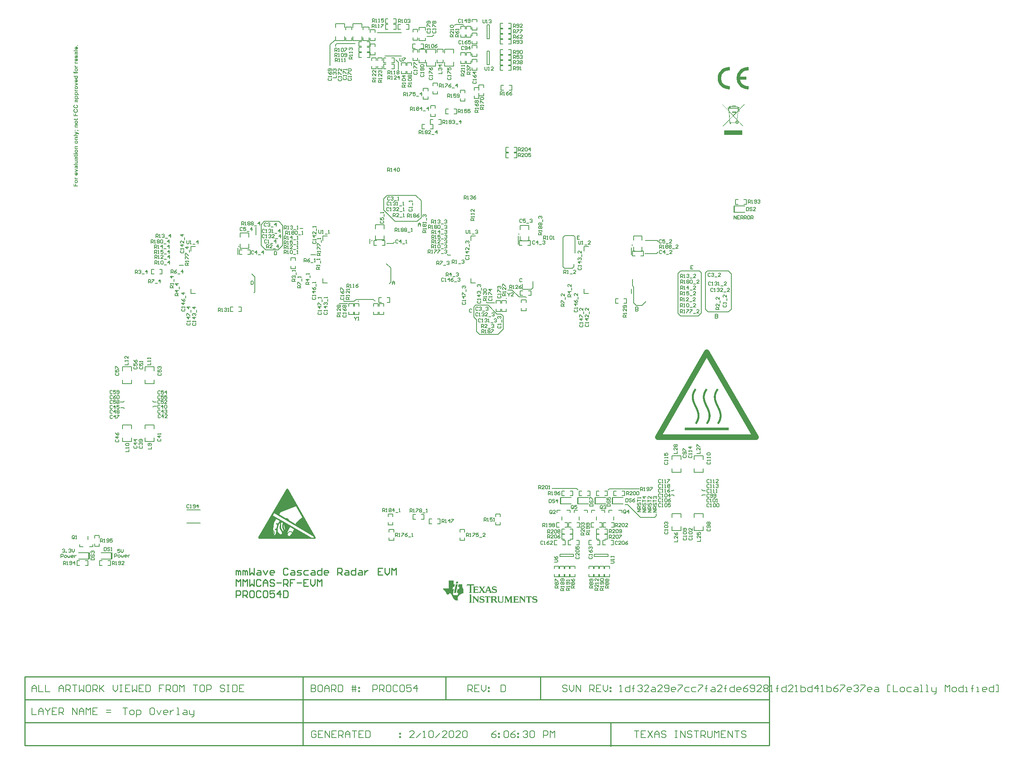
<source format=gto>
G04*
G04 #@! TF.GenerationSoftware,Altium Limited,Altium Designer,19.1.6 (110)*
G04*
G04 Layer_Color=65535*
%FSAX25Y25*%
%MOIN*%
G70*
G01*
G75*
%ADD10C,0.00492*%
%ADD11C,0.00787*%
%ADD12C,0.00748*%
%ADD13C,0.00541*%
%ADD14C,0.00500*%
%ADD15C,0.00010*%
%ADD16C,0.01000*%
%ADD17C,0.00700*%
%ADD18C,0.00800*%
%ADD19C,0.05000*%
%ADD20C,0.00610*%
%ADD21C,0.00601*%
%ADD22C,0.00600*%
%ADD23R,0.01083X0.06299*%
%ADD24R,0.00787X0.03248*%
G36*
X0663856Y0366613D02*
X0664056D01*
Y0366513D01*
X0664156D01*
Y0366413D01*
X0664256D01*
Y0366313D01*
X0664456D01*
Y0366213D01*
X0664556D01*
Y0366113D01*
X0664756D01*
Y0366013D01*
X0664856D01*
Y0365913D01*
X0664956D01*
Y0365813D01*
X0665156D01*
Y0365713D01*
Y0365613D01*
Y0365513D01*
X0665056D01*
Y0365413D01*
X0664956D01*
Y0365313D01*
Y0365213D01*
X0664856D01*
Y0365113D01*
X0664756D01*
Y0365013D01*
Y0364913D01*
X0664656D01*
Y0364813D01*
X0664556D01*
Y0364713D01*
Y0364613D01*
X0664456D01*
Y0364513D01*
Y0364413D01*
X0664356D01*
Y0364313D01*
X0664256D01*
Y0364213D01*
Y0364113D01*
X0664156D01*
Y0364013D01*
Y0363913D01*
X0664056D01*
Y0363813D01*
Y0363713D01*
X0663956D01*
Y0363613D01*
Y0363513D01*
X0663856D01*
Y0363413D01*
Y0363313D01*
X0663756D01*
Y0363213D01*
Y0363113D01*
X0663656D01*
Y0363013D01*
Y0362913D01*
Y0362813D01*
X0663556D01*
Y0362713D01*
Y0362613D01*
X0663456D01*
Y0362513D01*
Y0362413D01*
Y0362313D01*
X0663356D01*
Y0362213D01*
Y0362113D01*
Y0362013D01*
X0663256D01*
Y0361913D01*
Y0361813D01*
Y0361713D01*
X0663156D01*
Y0361613D01*
Y0361513D01*
Y0361413D01*
Y0361313D01*
X0663056D01*
Y0361213D01*
Y0361113D01*
Y0361013D01*
Y0360913D01*
Y0360813D01*
X0662956D01*
Y0360713D01*
Y0360613D01*
Y0360513D01*
Y0360413D01*
Y0360313D01*
Y0360213D01*
X0662856D01*
Y0360113D01*
Y0360013D01*
Y0359913D01*
Y0359813D01*
Y0359713D01*
Y0359613D01*
Y0359513D01*
Y0359413D01*
Y0359313D01*
Y0359213D01*
Y0359113D01*
Y0359013D01*
Y0358913D01*
Y0358813D01*
Y0358713D01*
Y0358613D01*
Y0358513D01*
Y0358413D01*
Y0358313D01*
Y0358213D01*
Y0358113D01*
Y0358013D01*
X0662956D01*
Y0357913D01*
Y0357813D01*
Y0357713D01*
Y0357613D01*
Y0357513D01*
Y0357413D01*
Y0357313D01*
X0663056D01*
Y0357213D01*
Y0357113D01*
Y0357013D01*
Y0356913D01*
Y0356813D01*
X0663156D01*
Y0356713D01*
Y0356613D01*
Y0356513D01*
Y0356413D01*
X0663256D01*
Y0356313D01*
Y0356213D01*
Y0356113D01*
Y0356013D01*
X0663356D01*
Y0355913D01*
Y0355813D01*
Y0355713D01*
X0663456D01*
Y0355613D01*
Y0355513D01*
Y0355413D01*
X0663556D01*
Y0355313D01*
Y0355213D01*
Y0355113D01*
X0663656D01*
Y0355013D01*
Y0354913D01*
Y0354813D01*
X0663756D01*
Y0354713D01*
Y0354613D01*
X0663856D01*
Y0354513D01*
Y0354413D01*
Y0354313D01*
X0663956D01*
Y0354213D01*
Y0354113D01*
X0664056D01*
Y0354013D01*
Y0353913D01*
Y0353813D01*
X0664156D01*
Y0353713D01*
Y0353613D01*
X0664256D01*
Y0353513D01*
Y0353413D01*
X0664356D01*
Y0353313D01*
Y0353213D01*
Y0353113D01*
X0664456D01*
Y0353013D01*
Y0352913D01*
X0664556D01*
Y0352813D01*
Y0352713D01*
X0664656D01*
Y0352613D01*
Y0352513D01*
X0664756D01*
Y0352413D01*
Y0352313D01*
X0664856D01*
Y0352213D01*
Y0352113D01*
X0664956D01*
Y0352013D01*
Y0351913D01*
X0665056D01*
Y0351813D01*
Y0351713D01*
Y0351613D01*
X0665156D01*
Y0351513D01*
Y0351413D01*
X0665256D01*
Y0351313D01*
Y0351213D01*
X0665356D01*
Y0351113D01*
Y0351013D01*
X0665456D01*
Y0350913D01*
Y0350813D01*
X0665556D01*
Y0350713D01*
Y0350613D01*
X0665656D01*
Y0350513D01*
Y0350413D01*
X0665756D01*
Y0350313D01*
Y0350213D01*
X0665856D01*
Y0350113D01*
Y0350013D01*
X0665956D01*
Y0349913D01*
Y0349813D01*
X0666056D01*
Y0349713D01*
Y0349613D01*
Y0349513D01*
X0666156D01*
Y0349413D01*
Y0349313D01*
X0666256D01*
Y0349213D01*
Y0349113D01*
X0666356D01*
Y0349013D01*
Y0348913D01*
X0666456D01*
Y0348813D01*
Y0348713D01*
Y0348613D01*
X0666556D01*
Y0348513D01*
Y0348413D01*
X0666656D01*
Y0348313D01*
Y0348213D01*
X0666756D01*
Y0348113D01*
Y0348013D01*
Y0347913D01*
X0666856D01*
Y0347813D01*
Y0347713D01*
X0666956D01*
Y0347613D01*
Y0347513D01*
Y0347413D01*
X0667056D01*
Y0347313D01*
Y0347213D01*
Y0347113D01*
X0667156D01*
Y0347013D01*
Y0346913D01*
Y0346813D01*
X0667256D01*
Y0346713D01*
Y0346613D01*
Y0346513D01*
X0667356D01*
Y0346413D01*
Y0346313D01*
Y0346213D01*
X0667456D01*
Y0346113D01*
Y0346013D01*
Y0345913D01*
Y0345813D01*
X0667556D01*
Y0345713D01*
Y0345613D01*
Y0345513D01*
Y0345413D01*
X0667656D01*
Y0345313D01*
Y0345213D01*
Y0345113D01*
Y0345013D01*
X0667756D01*
Y0344913D01*
Y0344813D01*
Y0344713D01*
Y0344613D01*
Y0344513D01*
X0667856D01*
Y0344413D01*
Y0344313D01*
Y0344213D01*
Y0344113D01*
Y0344013D01*
Y0343913D01*
Y0343813D01*
Y0343713D01*
X0667956D01*
Y0343613D01*
Y0343513D01*
Y0343413D01*
Y0343313D01*
Y0343213D01*
Y0343113D01*
Y0343013D01*
Y0342913D01*
Y0342813D01*
Y0342713D01*
Y0342613D01*
Y0342513D01*
Y0342413D01*
Y0342313D01*
Y0342213D01*
Y0342113D01*
Y0342013D01*
Y0341913D01*
Y0341813D01*
Y0341713D01*
Y0341613D01*
Y0341513D01*
Y0341413D01*
X0667856D01*
Y0341313D01*
Y0341213D01*
Y0341113D01*
Y0341013D01*
Y0340913D01*
Y0340813D01*
Y0340713D01*
X0667756D01*
Y0340613D01*
Y0340513D01*
Y0340413D01*
Y0340313D01*
Y0340213D01*
X0667656D01*
Y0340113D01*
Y0340013D01*
Y0339913D01*
Y0339813D01*
Y0339713D01*
X0667556D01*
Y0339613D01*
Y0339513D01*
Y0339413D01*
X0667456D01*
Y0339313D01*
Y0339213D01*
Y0339113D01*
X0667356D01*
Y0339013D01*
Y0338913D01*
Y0338813D01*
X0667256D01*
Y0338713D01*
Y0338613D01*
Y0338513D01*
X0667156D01*
Y0338413D01*
Y0338313D01*
Y0338213D01*
X0667056D01*
Y0338113D01*
Y0338013D01*
X0666956D01*
Y0337913D01*
Y0337813D01*
X0666856D01*
Y0337713D01*
Y0337613D01*
Y0337513D01*
X0666756D01*
Y0337413D01*
Y0337313D01*
X0666656D01*
Y0337213D01*
Y0337113D01*
X0666556D01*
Y0337013D01*
Y0336913D01*
X0666456D01*
Y0336813D01*
Y0336713D01*
X0666356D01*
Y0336613D01*
X0666256D01*
Y0336513D01*
Y0336413D01*
X0666156D01*
Y0336313D01*
Y0336213D01*
X0666056D01*
Y0336113D01*
Y0336013D01*
X0665956D01*
Y0335913D01*
X0665856D01*
Y0335813D01*
Y0335713D01*
X0665756D01*
Y0335613D01*
X0665656D01*
Y0335513D01*
Y0335413D01*
X0665556D01*
Y0335313D01*
X0665456D01*
Y0335213D01*
Y0335113D01*
X0665356D01*
Y0335013D01*
X0665256D01*
Y0335113D01*
X0665156D01*
Y0335213D01*
X0664956D01*
Y0335313D01*
X0664856D01*
Y0335413D01*
X0664756D01*
Y0335513D01*
X0664556D01*
Y0335613D01*
X0664456D01*
Y0335713D01*
X0664256D01*
Y0335813D01*
X0664156D01*
Y0335913D01*
X0663956D01*
Y0336013D01*
Y0336113D01*
Y0336213D01*
X0664056D01*
Y0336313D01*
X0664156D01*
Y0336413D01*
Y0336513D01*
X0664256D01*
Y0336613D01*
X0664356D01*
Y0336713D01*
Y0336813D01*
X0664456D01*
Y0336913D01*
Y0337013D01*
X0664556D01*
Y0337113D01*
X0664656D01*
Y0337213D01*
Y0337313D01*
X0664756D01*
Y0337413D01*
Y0337513D01*
X0664856D01*
Y0337613D01*
Y0337713D01*
X0664956D01*
Y0337813D01*
Y0337913D01*
X0665056D01*
Y0338013D01*
Y0338113D01*
X0665156D01*
Y0338213D01*
Y0338313D01*
X0665256D01*
Y0338413D01*
Y0338513D01*
X0665356D01*
Y0338613D01*
Y0338713D01*
X0665456D01*
Y0338813D01*
Y0338913D01*
Y0339013D01*
X0665556D01*
Y0339113D01*
Y0339213D01*
X0665656D01*
Y0339313D01*
Y0339413D01*
Y0339513D01*
X0665756D01*
Y0339613D01*
Y0339713D01*
Y0339813D01*
X0665856D01*
Y0339913D01*
Y0340013D01*
Y0340113D01*
Y0340213D01*
X0665956D01*
Y0340313D01*
Y0340413D01*
Y0340513D01*
Y0340613D01*
Y0340713D01*
X0666056D01*
Y0340813D01*
Y0340913D01*
Y0341013D01*
Y0341113D01*
Y0341213D01*
Y0341313D01*
X0666156D01*
Y0341413D01*
Y0341513D01*
Y0341613D01*
Y0341713D01*
Y0341813D01*
Y0341913D01*
Y0342013D01*
Y0342113D01*
Y0342213D01*
Y0342313D01*
Y0342413D01*
Y0342513D01*
Y0342613D01*
Y0342713D01*
Y0342813D01*
Y0342913D01*
Y0343013D01*
Y0343113D01*
Y0343213D01*
Y0343313D01*
Y0343413D01*
Y0343513D01*
Y0343613D01*
Y0343713D01*
Y0343813D01*
Y0343913D01*
X0666056D01*
Y0344013D01*
Y0344113D01*
Y0344213D01*
Y0344313D01*
Y0344413D01*
Y0344513D01*
X0665956D01*
Y0344613D01*
Y0344713D01*
Y0344813D01*
Y0344913D01*
Y0345013D01*
X0665856D01*
Y0345113D01*
Y0345213D01*
Y0345313D01*
Y0345413D01*
X0665756D01*
Y0345513D01*
Y0345613D01*
Y0345713D01*
X0665656D01*
Y0345813D01*
Y0345913D01*
Y0346013D01*
X0665556D01*
Y0346113D01*
Y0346213D01*
Y0346313D01*
Y0346413D01*
X0665456D01*
Y0346513D01*
Y0346613D01*
X0665356D01*
Y0346713D01*
Y0346813D01*
Y0346913D01*
X0665256D01*
Y0347013D01*
Y0347113D01*
Y0347213D01*
X0665156D01*
Y0347313D01*
Y0347413D01*
X0665056D01*
Y0347513D01*
Y0347613D01*
Y0347713D01*
X0664956D01*
Y0347813D01*
Y0347913D01*
X0664856D01*
Y0348013D01*
Y0348113D01*
X0664756D01*
Y0348213D01*
Y0348313D01*
Y0348413D01*
X0664656D01*
Y0348513D01*
Y0348613D01*
X0664556D01*
Y0348713D01*
Y0348813D01*
X0664456D01*
Y0348913D01*
Y0349013D01*
X0664356D01*
Y0349113D01*
Y0349213D01*
X0664256D01*
Y0349313D01*
Y0349413D01*
Y0349513D01*
X0664156D01*
Y0349613D01*
Y0349713D01*
X0664056D01*
Y0349813D01*
Y0349913D01*
X0663956D01*
Y0350013D01*
Y0350113D01*
X0663856D01*
Y0350213D01*
Y0350313D01*
X0663756D01*
Y0350413D01*
Y0350513D01*
X0663656D01*
Y0350613D01*
Y0350713D01*
X0663556D01*
Y0350813D01*
Y0350913D01*
X0663456D01*
Y0351013D01*
Y0351113D01*
X0663356D01*
Y0351213D01*
Y0351313D01*
X0663256D01*
Y0351413D01*
Y0351513D01*
X0663156D01*
Y0351613D01*
Y0351713D01*
Y0351813D01*
X0663056D01*
Y0351913D01*
Y0352013D01*
X0662956D01*
Y0352113D01*
Y0352213D01*
X0662856D01*
Y0352313D01*
Y0352413D01*
X0662756D01*
Y0352513D01*
Y0352613D01*
X0662656D01*
Y0352713D01*
Y0352813D01*
Y0352913D01*
X0662556D01*
Y0353013D01*
Y0353113D01*
X0662456D01*
Y0353213D01*
Y0353313D01*
X0662356D01*
Y0353413D01*
Y0353513D01*
Y0353613D01*
X0662256D01*
Y0353713D01*
Y0353813D01*
X0662156D01*
Y0353913D01*
Y0354013D01*
Y0354113D01*
X0662056D01*
Y0354213D01*
Y0354313D01*
Y0354413D01*
X0661956D01*
Y0354513D01*
Y0354613D01*
X0661856D01*
Y0354713D01*
Y0354813D01*
Y0354913D01*
X0661756D01*
Y0355013D01*
Y0355113D01*
Y0355213D01*
X0661656D01*
Y0355313D01*
Y0355413D01*
Y0355513D01*
Y0355613D01*
X0661556D01*
Y0355713D01*
Y0355813D01*
Y0355913D01*
X0661456D01*
Y0356013D01*
Y0356113D01*
Y0356213D01*
Y0356313D01*
X0661356D01*
Y0356413D01*
Y0356513D01*
Y0356613D01*
Y0356713D01*
Y0356813D01*
X0661256D01*
Y0356913D01*
Y0357013D01*
Y0357113D01*
Y0357213D01*
Y0357313D01*
Y0357413D01*
X0661156D01*
Y0357513D01*
Y0357613D01*
Y0357713D01*
Y0357813D01*
Y0357913D01*
Y0358013D01*
Y0358113D01*
Y0358213D01*
Y0358313D01*
X0661056D01*
Y0358413D01*
Y0358513D01*
Y0358613D01*
Y0358713D01*
Y0358813D01*
Y0358913D01*
Y0359013D01*
Y0359113D01*
Y0359213D01*
Y0359313D01*
Y0359413D01*
Y0359513D01*
Y0359613D01*
Y0359713D01*
Y0359813D01*
Y0359913D01*
X0661156D01*
Y0360013D01*
Y0360113D01*
Y0360213D01*
Y0360313D01*
Y0360413D01*
Y0360513D01*
Y0360613D01*
Y0360713D01*
Y0360813D01*
X0661256D01*
Y0360913D01*
Y0361013D01*
Y0361113D01*
Y0361213D01*
Y0361313D01*
X0661356D01*
Y0361413D01*
Y0361513D01*
Y0361613D01*
Y0361713D01*
Y0361813D01*
X0661456D01*
Y0361913D01*
Y0362013D01*
Y0362113D01*
X0661556D01*
Y0362213D01*
Y0362313D01*
Y0362413D01*
Y0362513D01*
X0661656D01*
Y0362613D01*
Y0362713D01*
Y0362813D01*
X0661756D01*
Y0362913D01*
Y0363013D01*
Y0363113D01*
X0661856D01*
Y0363213D01*
Y0363313D01*
X0661956D01*
Y0363413D01*
Y0363513D01*
Y0363613D01*
X0662056D01*
Y0363713D01*
Y0363813D01*
X0662156D01*
Y0363913D01*
Y0364013D01*
X0662256D01*
Y0364113D01*
Y0364213D01*
X0662356D01*
Y0364313D01*
Y0364413D01*
X0662456D01*
Y0364513D01*
Y0364613D01*
X0662556D01*
Y0364713D01*
Y0364813D01*
X0662656D01*
Y0364913D01*
Y0365013D01*
X0662756D01*
Y0365113D01*
Y0365213D01*
X0662856D01*
Y0365313D01*
X0662956D01*
Y0365413D01*
Y0365513D01*
X0663056D01*
Y0365613D01*
Y0365713D01*
X0663156D01*
Y0365813D01*
X0663256D01*
Y0365913D01*
Y0366013D01*
X0663356D01*
Y0366113D01*
X0663456D01*
Y0366213D01*
Y0366313D01*
X0663556D01*
Y0366413D01*
X0663656D01*
Y0366513D01*
Y0366613D01*
X0663756D01*
Y0366713D01*
X0663856D01*
Y0366613D01*
D02*
G37*
G36*
X0654056D02*
X0654256D01*
Y0366513D01*
X0654356D01*
Y0366413D01*
X0654456D01*
Y0366313D01*
X0654656D01*
Y0366213D01*
X0654756D01*
Y0366113D01*
X0654956D01*
Y0366013D01*
X0655056D01*
Y0365913D01*
X0655156D01*
Y0365813D01*
X0655356D01*
Y0365713D01*
Y0365613D01*
Y0365513D01*
X0655256D01*
Y0365413D01*
X0655156D01*
Y0365313D01*
Y0365213D01*
X0655056D01*
Y0365113D01*
X0654956D01*
Y0365013D01*
Y0364913D01*
X0654856D01*
Y0364813D01*
X0654756D01*
Y0364713D01*
Y0364613D01*
X0654656D01*
Y0364513D01*
Y0364413D01*
X0654556D01*
Y0364313D01*
X0654456D01*
Y0364213D01*
Y0364113D01*
X0654356D01*
Y0364013D01*
Y0363913D01*
X0654256D01*
Y0363813D01*
Y0363713D01*
X0654156D01*
Y0363613D01*
Y0363513D01*
X0654056D01*
Y0363413D01*
Y0363313D01*
X0653956D01*
Y0363213D01*
Y0363113D01*
X0653856D01*
Y0363013D01*
Y0362913D01*
Y0362813D01*
X0653756D01*
Y0362713D01*
Y0362613D01*
X0653656D01*
Y0362513D01*
Y0362413D01*
Y0362313D01*
X0653556D01*
Y0362213D01*
Y0362113D01*
Y0362013D01*
X0653456D01*
Y0361913D01*
Y0361813D01*
Y0361713D01*
X0653356D01*
Y0361613D01*
Y0361513D01*
Y0361413D01*
Y0361313D01*
X0653256D01*
Y0361213D01*
Y0361113D01*
Y0361013D01*
Y0360913D01*
X0653156D01*
Y0360813D01*
Y0360713D01*
Y0360613D01*
Y0360513D01*
Y0360413D01*
Y0360313D01*
Y0360213D01*
X0653056D01*
Y0360113D01*
Y0360013D01*
Y0359913D01*
Y0359813D01*
Y0359713D01*
Y0359613D01*
Y0359513D01*
Y0359413D01*
Y0359313D01*
Y0359213D01*
Y0359113D01*
Y0359013D01*
Y0358913D01*
Y0358813D01*
Y0358713D01*
Y0358613D01*
Y0358513D01*
Y0358413D01*
Y0358313D01*
Y0358213D01*
Y0358113D01*
Y0358013D01*
X0653156D01*
Y0357913D01*
Y0357813D01*
Y0357713D01*
Y0357613D01*
Y0357513D01*
Y0357413D01*
Y0357313D01*
X0653256D01*
Y0357213D01*
Y0357113D01*
Y0357013D01*
Y0356913D01*
Y0356813D01*
X0653356D01*
Y0356713D01*
Y0356613D01*
Y0356513D01*
Y0356413D01*
X0653456D01*
Y0356313D01*
Y0356213D01*
Y0356113D01*
Y0356013D01*
X0653556D01*
Y0355913D01*
Y0355813D01*
Y0355713D01*
X0653656D01*
Y0355613D01*
Y0355513D01*
Y0355413D01*
X0653756D01*
Y0355313D01*
Y0355213D01*
Y0355113D01*
X0653856D01*
Y0355013D01*
Y0354913D01*
Y0354813D01*
X0653956D01*
Y0354713D01*
Y0354613D01*
X0654056D01*
Y0354513D01*
Y0354413D01*
Y0354313D01*
X0654156D01*
Y0354213D01*
Y0354113D01*
X0654256D01*
Y0354013D01*
Y0353913D01*
Y0353813D01*
X0654356D01*
Y0353713D01*
Y0353613D01*
X0654456D01*
Y0353513D01*
Y0353413D01*
X0654556D01*
Y0353313D01*
Y0353213D01*
Y0353113D01*
X0654656D01*
Y0353013D01*
Y0352913D01*
X0654756D01*
Y0352813D01*
Y0352713D01*
X0654856D01*
Y0352613D01*
Y0352513D01*
X0654956D01*
Y0352413D01*
Y0352313D01*
X0655056D01*
Y0352213D01*
Y0352113D01*
X0655156D01*
Y0352013D01*
Y0351913D01*
Y0351813D01*
X0655256D01*
Y0351713D01*
Y0351613D01*
X0655356D01*
Y0351513D01*
Y0351413D01*
X0655456D01*
Y0351313D01*
Y0351213D01*
X0655556D01*
Y0351113D01*
Y0351013D01*
X0655656D01*
Y0350913D01*
Y0350813D01*
X0655756D01*
Y0350713D01*
Y0350613D01*
X0655856D01*
Y0350513D01*
Y0350413D01*
X0655956D01*
Y0350313D01*
Y0350213D01*
X0656056D01*
Y0350113D01*
Y0350013D01*
X0656156D01*
Y0349913D01*
Y0349813D01*
X0656256D01*
Y0349713D01*
Y0349613D01*
Y0349513D01*
X0656356D01*
Y0349413D01*
Y0349313D01*
X0656456D01*
Y0349213D01*
Y0349113D01*
X0656556D01*
Y0349013D01*
Y0348913D01*
X0656656D01*
Y0348813D01*
Y0348713D01*
Y0348613D01*
X0656756D01*
Y0348513D01*
Y0348413D01*
X0656856D01*
Y0348313D01*
Y0348213D01*
X0656956D01*
Y0348113D01*
Y0348013D01*
Y0347913D01*
X0657056D01*
Y0347813D01*
Y0347713D01*
X0657156D01*
Y0347613D01*
Y0347513D01*
Y0347413D01*
X0657256D01*
Y0347313D01*
Y0347213D01*
Y0347113D01*
X0657356D01*
Y0347013D01*
Y0346913D01*
Y0346813D01*
X0657456D01*
Y0346713D01*
Y0346613D01*
Y0346513D01*
X0657556D01*
Y0346413D01*
Y0346313D01*
Y0346213D01*
X0657656D01*
Y0346113D01*
Y0346013D01*
Y0345913D01*
Y0345813D01*
X0657756D01*
Y0345713D01*
Y0345613D01*
Y0345513D01*
Y0345413D01*
X0657856D01*
Y0345313D01*
Y0345213D01*
Y0345113D01*
Y0345013D01*
X0657956D01*
Y0344913D01*
Y0344813D01*
Y0344713D01*
Y0344613D01*
Y0344513D01*
Y0344413D01*
X0658056D01*
Y0344313D01*
Y0344213D01*
Y0344113D01*
Y0344013D01*
Y0343913D01*
Y0343813D01*
Y0343713D01*
X0658156D01*
Y0343613D01*
Y0343513D01*
Y0343413D01*
Y0343313D01*
Y0343213D01*
Y0343113D01*
Y0343013D01*
Y0342913D01*
Y0342813D01*
Y0342713D01*
Y0342613D01*
Y0342513D01*
Y0342413D01*
Y0342313D01*
Y0342213D01*
Y0342113D01*
Y0342013D01*
Y0341913D01*
Y0341813D01*
Y0341713D01*
Y0341613D01*
Y0341513D01*
Y0341413D01*
X0658056D01*
Y0341313D01*
Y0341213D01*
Y0341113D01*
Y0341013D01*
Y0340913D01*
Y0340813D01*
Y0340713D01*
X0657956D01*
Y0340613D01*
Y0340513D01*
Y0340413D01*
Y0340313D01*
Y0340213D01*
X0657856D01*
Y0340113D01*
Y0340013D01*
Y0339913D01*
Y0339813D01*
X0657756D01*
Y0339713D01*
Y0339613D01*
Y0339513D01*
Y0339413D01*
X0657656D01*
Y0339313D01*
Y0339213D01*
Y0339113D01*
X0657556D01*
Y0339013D01*
Y0338913D01*
Y0338813D01*
X0657456D01*
Y0338713D01*
Y0338613D01*
Y0338513D01*
X0657356D01*
Y0338413D01*
Y0338313D01*
Y0338213D01*
X0657256D01*
Y0338113D01*
Y0338013D01*
X0657156D01*
Y0337913D01*
Y0337813D01*
X0657056D01*
Y0337713D01*
Y0337613D01*
Y0337513D01*
X0656956D01*
Y0337413D01*
Y0337313D01*
X0656856D01*
Y0337213D01*
Y0337113D01*
X0656756D01*
Y0337013D01*
Y0336913D01*
X0656656D01*
Y0336813D01*
Y0336713D01*
X0656556D01*
Y0336613D01*
X0656456D01*
Y0336513D01*
Y0336413D01*
X0656356D01*
Y0336313D01*
Y0336213D01*
X0656256D01*
Y0336113D01*
Y0336013D01*
X0656156D01*
Y0335913D01*
X0656056D01*
Y0335813D01*
Y0335713D01*
X0655956D01*
Y0335613D01*
X0655856D01*
Y0335513D01*
Y0335413D01*
X0655756D01*
Y0335313D01*
X0655656D01*
Y0335213D01*
Y0335113D01*
X0655556D01*
Y0335013D01*
X0655456D01*
Y0335113D01*
X0655356D01*
Y0335213D01*
X0655156D01*
Y0335313D01*
X0655056D01*
Y0335413D01*
X0654956D01*
Y0335513D01*
X0654756D01*
Y0335613D01*
X0654656D01*
Y0335713D01*
X0654456D01*
Y0335813D01*
X0654356D01*
Y0335913D01*
X0654156D01*
Y0336013D01*
Y0336113D01*
Y0336213D01*
X0654256D01*
Y0336313D01*
X0654356D01*
Y0336413D01*
Y0336513D01*
X0654456D01*
Y0336613D01*
X0654556D01*
Y0336713D01*
Y0336813D01*
X0654656D01*
Y0336913D01*
Y0337013D01*
X0654756D01*
Y0337113D01*
X0654856D01*
Y0337213D01*
Y0337313D01*
X0654956D01*
Y0337413D01*
Y0337513D01*
X0655056D01*
Y0337613D01*
Y0337713D01*
X0655156D01*
Y0337813D01*
Y0337913D01*
X0655256D01*
Y0338013D01*
Y0338113D01*
X0655356D01*
Y0338213D01*
Y0338313D01*
X0655456D01*
Y0338413D01*
Y0338513D01*
X0655556D01*
Y0338613D01*
Y0338713D01*
X0655656D01*
Y0338813D01*
Y0338913D01*
Y0339013D01*
X0655756D01*
Y0339113D01*
Y0339213D01*
X0655856D01*
Y0339313D01*
Y0339413D01*
Y0339513D01*
X0655956D01*
Y0339613D01*
Y0339713D01*
Y0339813D01*
Y0339913D01*
X0656056D01*
Y0340013D01*
Y0340113D01*
Y0340213D01*
X0656156D01*
Y0340313D01*
Y0340413D01*
Y0340513D01*
Y0340613D01*
Y0340713D01*
X0656256D01*
Y0340813D01*
Y0340913D01*
Y0341013D01*
Y0341113D01*
Y0341213D01*
Y0341313D01*
X0656356D01*
Y0341413D01*
Y0341513D01*
Y0341613D01*
Y0341713D01*
Y0341813D01*
Y0341913D01*
Y0342013D01*
Y0342113D01*
Y0342213D01*
Y0342313D01*
Y0342413D01*
Y0342513D01*
Y0342613D01*
Y0342713D01*
Y0342813D01*
Y0342913D01*
Y0343013D01*
Y0343113D01*
Y0343213D01*
Y0343313D01*
Y0343413D01*
Y0343513D01*
Y0343613D01*
Y0343713D01*
Y0343813D01*
X0656256D01*
Y0343913D01*
Y0344013D01*
Y0344113D01*
Y0344213D01*
Y0344313D01*
Y0344413D01*
Y0344513D01*
X0656156D01*
Y0344613D01*
Y0344713D01*
Y0344813D01*
Y0344913D01*
X0656056D01*
Y0345013D01*
Y0345113D01*
Y0345213D01*
Y0345313D01*
X0655956D01*
Y0345413D01*
Y0345513D01*
Y0345613D01*
Y0345713D01*
X0655856D01*
Y0345813D01*
Y0345913D01*
Y0346013D01*
X0655756D01*
Y0346113D01*
Y0346213D01*
Y0346313D01*
X0655656D01*
Y0346413D01*
Y0346513D01*
Y0346613D01*
X0655556D01*
Y0346713D01*
Y0346813D01*
Y0346913D01*
X0655456D01*
Y0347013D01*
Y0347113D01*
Y0347213D01*
X0655356D01*
Y0347313D01*
Y0347413D01*
X0655256D01*
Y0347513D01*
Y0347613D01*
Y0347713D01*
X0655156D01*
Y0347813D01*
Y0347913D01*
X0655056D01*
Y0348013D01*
Y0348113D01*
X0654956D01*
Y0348213D01*
Y0348313D01*
Y0348413D01*
X0654856D01*
Y0348513D01*
Y0348613D01*
X0654756D01*
Y0348713D01*
Y0348813D01*
X0654656D01*
Y0348913D01*
Y0349013D01*
X0654556D01*
Y0349113D01*
Y0349213D01*
X0654456D01*
Y0349313D01*
Y0349413D01*
Y0349513D01*
X0654356D01*
Y0349613D01*
Y0349713D01*
X0654256D01*
Y0349813D01*
Y0349913D01*
X0654156D01*
Y0350013D01*
Y0350113D01*
X0654056D01*
Y0350213D01*
Y0350313D01*
X0653956D01*
Y0350413D01*
Y0350513D01*
X0653856D01*
Y0350613D01*
Y0350713D01*
X0653756D01*
Y0350813D01*
Y0350913D01*
X0653656D01*
Y0351013D01*
Y0351113D01*
X0653556D01*
Y0351213D01*
Y0351313D01*
X0653456D01*
Y0351413D01*
Y0351513D01*
X0653356D01*
Y0351613D01*
Y0351713D01*
Y0351813D01*
X0653256D01*
Y0351913D01*
Y0352013D01*
X0653156D01*
Y0352113D01*
Y0352213D01*
X0653056D01*
Y0352313D01*
Y0352413D01*
X0652956D01*
Y0352513D01*
Y0352613D01*
X0652856D01*
Y0352713D01*
Y0352813D01*
Y0352913D01*
X0652756D01*
Y0353013D01*
Y0353113D01*
X0652656D01*
Y0353213D01*
Y0353313D01*
X0652556D01*
Y0353413D01*
Y0353513D01*
Y0353613D01*
X0652456D01*
Y0353713D01*
Y0353813D01*
X0652356D01*
Y0353913D01*
Y0354013D01*
Y0354113D01*
X0652256D01*
Y0354213D01*
Y0354313D01*
X0652156D01*
Y0354413D01*
Y0354513D01*
Y0354613D01*
X0652056D01*
Y0354713D01*
Y0354813D01*
Y0354913D01*
X0651956D01*
Y0355013D01*
Y0355113D01*
Y0355213D01*
X0651856D01*
Y0355313D01*
Y0355413D01*
Y0355513D01*
Y0355613D01*
X0651756D01*
Y0355713D01*
Y0355813D01*
Y0355913D01*
X0651656D01*
Y0356013D01*
Y0356113D01*
Y0356213D01*
Y0356313D01*
X0651556D01*
Y0356413D01*
Y0356513D01*
Y0356613D01*
Y0356713D01*
Y0356813D01*
X0651456D01*
Y0356913D01*
Y0357013D01*
Y0357113D01*
Y0357213D01*
Y0357313D01*
Y0357413D01*
X0651356D01*
Y0357513D01*
Y0357613D01*
Y0357713D01*
Y0357813D01*
Y0357913D01*
Y0358013D01*
Y0358113D01*
Y0358213D01*
X0651256D01*
Y0358313D01*
Y0358413D01*
Y0358513D01*
Y0358613D01*
Y0358713D01*
Y0358813D01*
Y0358913D01*
Y0359013D01*
Y0359113D01*
Y0359213D01*
Y0359313D01*
Y0359413D01*
Y0359513D01*
Y0359613D01*
Y0359713D01*
Y0359813D01*
Y0359913D01*
Y0360013D01*
X0651356D01*
Y0360113D01*
Y0360213D01*
Y0360313D01*
Y0360413D01*
Y0360513D01*
Y0360613D01*
Y0360713D01*
Y0360813D01*
X0651456D01*
Y0360913D01*
Y0361013D01*
Y0361113D01*
Y0361213D01*
Y0361313D01*
Y0361413D01*
X0651556D01*
Y0361513D01*
Y0361613D01*
Y0361713D01*
Y0361813D01*
X0651656D01*
Y0361913D01*
Y0362013D01*
Y0362113D01*
Y0362213D01*
X0651756D01*
Y0362313D01*
Y0362413D01*
Y0362513D01*
X0651856D01*
Y0362613D01*
Y0362713D01*
Y0362813D01*
X0651956D01*
Y0362913D01*
Y0363013D01*
Y0363113D01*
X0652056D01*
Y0363213D01*
Y0363313D01*
X0652156D01*
Y0363413D01*
Y0363513D01*
Y0363613D01*
X0652256D01*
Y0363713D01*
Y0363813D01*
X0652356D01*
Y0363913D01*
Y0364013D01*
X0652456D01*
Y0364113D01*
Y0364213D01*
X0652556D01*
Y0364313D01*
Y0364413D01*
X0652656D01*
Y0364513D01*
Y0364613D01*
X0652756D01*
Y0364713D01*
Y0364813D01*
X0652856D01*
Y0364913D01*
Y0365013D01*
X0652956D01*
Y0365113D01*
Y0365213D01*
X0653056D01*
Y0365313D01*
Y0365413D01*
X0653156D01*
Y0365513D01*
X0653256D01*
Y0365613D01*
Y0365713D01*
X0653356D01*
Y0365813D01*
X0653456D01*
Y0365913D01*
Y0366013D01*
X0653556D01*
Y0366113D01*
Y0366213D01*
X0653656D01*
Y0366313D01*
X0653756D01*
Y0366413D01*
X0653856D01*
Y0366513D01*
Y0366613D01*
X0653956D01*
Y0366713D01*
X0654056D01*
Y0366613D01*
D02*
G37*
G36*
X0644256D02*
X0644456D01*
Y0366513D01*
X0644556D01*
Y0366413D01*
X0644656D01*
Y0366313D01*
X0644856D01*
Y0366213D01*
X0644956D01*
Y0366113D01*
X0645156D01*
Y0366013D01*
X0645256D01*
Y0365913D01*
X0645356D01*
Y0365813D01*
X0645556D01*
Y0365713D01*
Y0365613D01*
Y0365513D01*
X0645456D01*
Y0365413D01*
X0645356D01*
Y0365313D01*
Y0365213D01*
X0645256D01*
Y0365113D01*
X0645156D01*
Y0365013D01*
Y0364913D01*
X0645056D01*
Y0364813D01*
X0644956D01*
Y0364713D01*
Y0364613D01*
X0644856D01*
Y0364513D01*
Y0364413D01*
X0644756D01*
Y0364313D01*
X0644656D01*
Y0364213D01*
Y0364113D01*
X0644556D01*
Y0364013D01*
Y0363913D01*
X0644456D01*
Y0363813D01*
Y0363713D01*
X0644356D01*
Y0363613D01*
Y0363513D01*
X0644256D01*
Y0363413D01*
Y0363313D01*
X0644156D01*
Y0363213D01*
Y0363113D01*
X0644056D01*
Y0363013D01*
Y0362913D01*
X0643956D01*
Y0362813D01*
Y0362713D01*
Y0362613D01*
X0643856D01*
Y0362513D01*
Y0362413D01*
Y0362313D01*
X0643756D01*
Y0362213D01*
Y0362113D01*
Y0362013D01*
X0643656D01*
Y0361913D01*
Y0361813D01*
Y0361713D01*
X0643556D01*
Y0361613D01*
Y0361513D01*
Y0361413D01*
Y0361313D01*
X0643456D01*
Y0361213D01*
Y0361113D01*
Y0361013D01*
Y0360913D01*
X0643356D01*
Y0360813D01*
Y0360713D01*
Y0360613D01*
Y0360513D01*
Y0360413D01*
Y0360313D01*
Y0360213D01*
X0643256D01*
Y0360113D01*
Y0360013D01*
Y0359913D01*
Y0359813D01*
Y0359713D01*
Y0359613D01*
Y0359513D01*
Y0359413D01*
Y0359313D01*
Y0359213D01*
Y0359113D01*
Y0359013D01*
Y0358913D01*
Y0358813D01*
Y0358713D01*
Y0358613D01*
Y0358513D01*
Y0358413D01*
Y0358313D01*
Y0358213D01*
Y0358113D01*
Y0358013D01*
Y0357913D01*
X0643356D01*
Y0357813D01*
Y0357713D01*
Y0357613D01*
Y0357513D01*
Y0357413D01*
Y0357313D01*
X0643456D01*
Y0357213D01*
Y0357113D01*
Y0357013D01*
Y0356913D01*
Y0356813D01*
X0643556D01*
Y0356713D01*
Y0356613D01*
Y0356513D01*
Y0356413D01*
X0643656D01*
Y0356313D01*
Y0356213D01*
Y0356113D01*
Y0356013D01*
X0643756D01*
Y0355913D01*
Y0355813D01*
Y0355713D01*
X0643856D01*
Y0355613D01*
Y0355513D01*
Y0355413D01*
X0643956D01*
Y0355313D01*
Y0355213D01*
Y0355113D01*
X0644056D01*
Y0355013D01*
Y0354913D01*
Y0354813D01*
X0644156D01*
Y0354713D01*
Y0354613D01*
Y0354513D01*
X0644256D01*
Y0354413D01*
Y0354313D01*
X0644356D01*
Y0354213D01*
Y0354113D01*
Y0354013D01*
X0644456D01*
Y0353913D01*
Y0353813D01*
X0644556D01*
Y0353713D01*
Y0353613D01*
X0644656D01*
Y0353513D01*
Y0353413D01*
Y0353313D01*
X0644756D01*
Y0353213D01*
Y0353113D01*
X0644856D01*
Y0353013D01*
Y0352913D01*
X0644956D01*
Y0352813D01*
Y0352713D01*
X0645056D01*
Y0352613D01*
Y0352513D01*
X0645156D01*
Y0352413D01*
Y0352313D01*
X0645256D01*
Y0352213D01*
Y0352113D01*
Y0352013D01*
X0645356D01*
Y0351913D01*
Y0351813D01*
X0645456D01*
Y0351713D01*
Y0351613D01*
X0645556D01*
Y0351513D01*
Y0351413D01*
X0645656D01*
Y0351313D01*
Y0351213D01*
X0645756D01*
Y0351113D01*
Y0351013D01*
X0645856D01*
Y0350913D01*
Y0350813D01*
X0645956D01*
Y0350713D01*
Y0350613D01*
X0646056D01*
Y0350513D01*
Y0350413D01*
X0646156D01*
Y0350313D01*
Y0350213D01*
X0646256D01*
Y0350113D01*
Y0350013D01*
X0646356D01*
Y0349913D01*
Y0349813D01*
Y0349713D01*
X0646456D01*
Y0349613D01*
Y0349513D01*
X0646556D01*
Y0349413D01*
Y0349313D01*
X0646656D01*
Y0349213D01*
Y0349113D01*
X0646756D01*
Y0349013D01*
Y0348913D01*
X0646856D01*
Y0348813D01*
Y0348713D01*
Y0348613D01*
X0646956D01*
Y0348513D01*
Y0348413D01*
X0647056D01*
Y0348313D01*
Y0348213D01*
Y0348113D01*
X0647156D01*
Y0348013D01*
Y0347913D01*
X0647256D01*
Y0347813D01*
Y0347713D01*
Y0347613D01*
X0647356D01*
Y0347513D01*
Y0347413D01*
X0647456D01*
Y0347313D01*
Y0347213D01*
Y0347113D01*
X0647556D01*
Y0347013D01*
Y0346913D01*
Y0346813D01*
X0647656D01*
Y0346713D01*
Y0346613D01*
Y0346513D01*
X0647756D01*
Y0346413D01*
Y0346313D01*
Y0346213D01*
X0647856D01*
Y0346113D01*
Y0346013D01*
Y0345913D01*
Y0345813D01*
X0647956D01*
Y0345713D01*
Y0345613D01*
Y0345513D01*
Y0345413D01*
X0648056D01*
Y0345313D01*
Y0345213D01*
Y0345113D01*
Y0345013D01*
X0648156D01*
Y0344913D01*
Y0344813D01*
Y0344713D01*
Y0344613D01*
Y0344513D01*
Y0344413D01*
X0648256D01*
Y0344313D01*
Y0344213D01*
Y0344113D01*
Y0344013D01*
Y0343913D01*
Y0343813D01*
Y0343713D01*
Y0343613D01*
X0648356D01*
Y0343513D01*
Y0343413D01*
Y0343313D01*
Y0343213D01*
Y0343113D01*
Y0343013D01*
Y0342913D01*
Y0342813D01*
Y0342713D01*
Y0342613D01*
Y0342513D01*
Y0342413D01*
Y0342313D01*
Y0342213D01*
Y0342113D01*
Y0342013D01*
Y0341913D01*
Y0341813D01*
Y0341713D01*
Y0341613D01*
Y0341513D01*
X0648256D01*
Y0341413D01*
Y0341313D01*
Y0341213D01*
Y0341113D01*
Y0341013D01*
Y0340913D01*
Y0340813D01*
Y0340713D01*
X0648156D01*
Y0340613D01*
Y0340513D01*
Y0340413D01*
Y0340313D01*
Y0340213D01*
X0648056D01*
Y0340113D01*
Y0340013D01*
Y0339913D01*
Y0339813D01*
X0647956D01*
Y0339713D01*
Y0339613D01*
Y0339513D01*
Y0339413D01*
X0647856D01*
Y0339313D01*
Y0339213D01*
Y0339113D01*
X0647756D01*
Y0339013D01*
Y0338913D01*
Y0338813D01*
X0647656D01*
Y0338713D01*
Y0338613D01*
Y0338513D01*
X0647556D01*
Y0338413D01*
Y0338313D01*
X0647456D01*
Y0338213D01*
Y0338113D01*
Y0338013D01*
X0647356D01*
Y0337913D01*
Y0337813D01*
X0647256D01*
Y0337713D01*
Y0337613D01*
X0647156D01*
Y0337513D01*
Y0337413D01*
Y0337313D01*
X0647056D01*
Y0337213D01*
Y0337113D01*
X0646956D01*
Y0337013D01*
Y0336913D01*
X0646856D01*
Y0336813D01*
X0646756D01*
Y0336713D01*
Y0336613D01*
X0646656D01*
Y0336513D01*
Y0336413D01*
X0646556D01*
Y0336313D01*
Y0336213D01*
X0646456D01*
Y0336113D01*
X0646356D01*
Y0336013D01*
Y0335913D01*
X0646256D01*
Y0335813D01*
Y0335713D01*
X0646156D01*
Y0335613D01*
X0646056D01*
Y0335513D01*
Y0335413D01*
X0645956D01*
Y0335313D01*
X0645856D01*
Y0335213D01*
Y0335113D01*
X0645756D01*
Y0335013D01*
X0645656D01*
Y0335113D01*
X0645556D01*
Y0335213D01*
X0645356D01*
Y0335313D01*
X0645256D01*
Y0335413D01*
X0645056D01*
Y0335513D01*
X0644956D01*
Y0335613D01*
X0644856D01*
Y0335713D01*
X0644656D01*
Y0335813D01*
X0644556D01*
Y0335913D01*
X0644356D01*
Y0336013D01*
Y0336113D01*
Y0336213D01*
X0644456D01*
Y0336313D01*
X0644556D01*
Y0336413D01*
Y0336513D01*
X0644656D01*
Y0336613D01*
X0644756D01*
Y0336713D01*
Y0336813D01*
X0644856D01*
Y0336913D01*
Y0337013D01*
X0644956D01*
Y0337113D01*
X0645056D01*
Y0337213D01*
Y0337313D01*
X0645156D01*
Y0337413D01*
Y0337513D01*
X0645256D01*
Y0337613D01*
Y0337713D01*
X0645356D01*
Y0337813D01*
Y0337913D01*
X0645456D01*
Y0338013D01*
Y0338113D01*
X0645556D01*
Y0338213D01*
Y0338313D01*
X0645656D01*
Y0338413D01*
Y0338513D01*
X0645756D01*
Y0338613D01*
Y0338713D01*
X0645856D01*
Y0338813D01*
Y0338913D01*
Y0339013D01*
X0645956D01*
Y0339113D01*
Y0339213D01*
Y0339313D01*
X0646056D01*
Y0339413D01*
Y0339513D01*
Y0339613D01*
X0646156D01*
Y0339713D01*
Y0339813D01*
Y0339913D01*
X0646256D01*
Y0340013D01*
Y0340113D01*
Y0340213D01*
Y0340313D01*
X0646356D01*
Y0340413D01*
Y0340513D01*
Y0340613D01*
Y0340713D01*
X0646456D01*
Y0340813D01*
Y0340913D01*
Y0341013D01*
Y0341113D01*
Y0341213D01*
Y0341313D01*
X0646556D01*
Y0341413D01*
Y0341513D01*
Y0341613D01*
Y0341713D01*
Y0341813D01*
Y0341913D01*
Y0342013D01*
Y0342113D01*
Y0342213D01*
Y0342313D01*
Y0342413D01*
Y0342513D01*
Y0342613D01*
Y0342713D01*
Y0342813D01*
Y0342913D01*
Y0343013D01*
Y0343113D01*
Y0343213D01*
Y0343313D01*
Y0343413D01*
Y0343513D01*
Y0343613D01*
Y0343713D01*
Y0343813D01*
X0646456D01*
Y0343913D01*
Y0344013D01*
Y0344113D01*
Y0344213D01*
Y0344313D01*
Y0344413D01*
X0646356D01*
Y0344513D01*
Y0344613D01*
Y0344713D01*
Y0344813D01*
Y0344913D01*
X0646256D01*
Y0345013D01*
Y0345113D01*
Y0345213D01*
Y0345313D01*
X0646156D01*
Y0345413D01*
Y0345513D01*
Y0345613D01*
Y0345713D01*
X0646056D01*
Y0345813D01*
Y0345913D01*
Y0346013D01*
X0645956D01*
Y0346113D01*
Y0346213D01*
Y0346313D01*
X0645856D01*
Y0346413D01*
Y0346513D01*
Y0346613D01*
X0645756D01*
Y0346713D01*
Y0346813D01*
Y0346913D01*
X0645656D01*
Y0347013D01*
Y0347113D01*
Y0347213D01*
X0645556D01*
Y0347313D01*
Y0347413D01*
X0645456D01*
Y0347513D01*
Y0347613D01*
Y0347713D01*
X0645356D01*
Y0347813D01*
Y0347913D01*
X0645256D01*
Y0348013D01*
Y0348113D01*
X0645156D01*
Y0348213D01*
Y0348313D01*
Y0348413D01*
X0645056D01*
Y0348513D01*
Y0348613D01*
X0644956D01*
Y0348713D01*
Y0348813D01*
X0644856D01*
Y0348913D01*
Y0349013D01*
X0644756D01*
Y0349113D01*
Y0349213D01*
X0644656D01*
Y0349313D01*
Y0349413D01*
X0644556D01*
Y0349513D01*
Y0349613D01*
Y0349713D01*
X0644456D01*
Y0349813D01*
Y0349913D01*
X0644356D01*
Y0350013D01*
Y0350113D01*
X0644256D01*
Y0350213D01*
Y0350313D01*
X0644156D01*
Y0350413D01*
Y0350513D01*
X0644056D01*
Y0350613D01*
Y0350713D01*
X0643956D01*
Y0350813D01*
Y0350913D01*
X0643856D01*
Y0351013D01*
Y0351113D01*
X0643756D01*
Y0351213D01*
Y0351313D01*
X0643656D01*
Y0351413D01*
Y0351513D01*
X0643556D01*
Y0351613D01*
Y0351713D01*
X0643456D01*
Y0351813D01*
Y0351913D01*
Y0352013D01*
X0643356D01*
Y0352113D01*
Y0352213D01*
X0643256D01*
Y0352313D01*
Y0352413D01*
X0643156D01*
Y0352513D01*
Y0352613D01*
X0643056D01*
Y0352713D01*
Y0352813D01*
X0642956D01*
Y0352913D01*
Y0353013D01*
Y0353113D01*
X0642856D01*
Y0353213D01*
Y0353313D01*
X0642756D01*
Y0353413D01*
Y0353513D01*
Y0353613D01*
X0642656D01*
Y0353713D01*
Y0353813D01*
X0642556D01*
Y0353913D01*
Y0354013D01*
Y0354113D01*
X0642456D01*
Y0354213D01*
Y0354313D01*
X0642356D01*
Y0354413D01*
Y0354513D01*
Y0354613D01*
X0642256D01*
Y0354713D01*
Y0354813D01*
Y0354913D01*
X0642156D01*
Y0355013D01*
Y0355113D01*
Y0355213D01*
X0642056D01*
Y0355313D01*
Y0355413D01*
Y0355513D01*
X0641956D01*
Y0355613D01*
Y0355713D01*
Y0355813D01*
Y0355913D01*
X0641856D01*
Y0356013D01*
Y0356113D01*
Y0356213D01*
Y0356313D01*
X0641756D01*
Y0356413D01*
Y0356513D01*
Y0356613D01*
Y0356713D01*
Y0356813D01*
X0641656D01*
Y0356913D01*
Y0357013D01*
Y0357113D01*
Y0357213D01*
Y0357313D01*
X0641556D01*
Y0357413D01*
Y0357513D01*
Y0357613D01*
Y0357713D01*
Y0357813D01*
Y0357913D01*
Y0358013D01*
Y0358113D01*
Y0358213D01*
X0641456D01*
Y0358313D01*
Y0358413D01*
Y0358513D01*
Y0358613D01*
Y0358713D01*
Y0358813D01*
Y0358913D01*
Y0359013D01*
Y0359113D01*
Y0359213D01*
Y0359313D01*
Y0359413D01*
Y0359513D01*
Y0359613D01*
Y0359713D01*
Y0359813D01*
Y0359913D01*
Y0360013D01*
Y0360113D01*
X0641556D01*
Y0360213D01*
Y0360313D01*
Y0360413D01*
Y0360513D01*
Y0360613D01*
Y0360713D01*
Y0360813D01*
X0641656D01*
Y0360913D01*
Y0361013D01*
Y0361113D01*
Y0361213D01*
Y0361313D01*
Y0361413D01*
X0641756D01*
Y0361513D01*
Y0361613D01*
Y0361713D01*
Y0361813D01*
X0641856D01*
Y0361913D01*
Y0362013D01*
Y0362113D01*
Y0362213D01*
X0641956D01*
Y0362313D01*
Y0362413D01*
Y0362513D01*
X0642056D01*
Y0362613D01*
Y0362713D01*
Y0362813D01*
X0642156D01*
Y0362913D01*
Y0363013D01*
Y0363113D01*
X0642256D01*
Y0363213D01*
Y0363313D01*
X0642356D01*
Y0363413D01*
Y0363513D01*
Y0363613D01*
X0642456D01*
Y0363713D01*
Y0363813D01*
X0642556D01*
Y0363913D01*
Y0364013D01*
X0642656D01*
Y0364113D01*
Y0364213D01*
X0642756D01*
Y0364313D01*
Y0364413D01*
Y0364513D01*
X0642856D01*
Y0364613D01*
X0642956D01*
Y0364713D01*
Y0364813D01*
X0643056D01*
Y0364913D01*
Y0365013D01*
X0643156D01*
Y0365113D01*
Y0365213D01*
X0643256D01*
Y0365313D01*
Y0365413D01*
X0643356D01*
Y0365513D01*
X0643456D01*
Y0365613D01*
Y0365713D01*
X0643556D01*
Y0365813D01*
Y0365913D01*
X0643656D01*
Y0366013D01*
X0643756D01*
Y0366113D01*
Y0366213D01*
X0643856D01*
Y0366313D01*
X0643956D01*
Y0366413D01*
Y0366513D01*
X0644056D01*
Y0366613D01*
X0644156D01*
Y0366713D01*
X0644256D01*
Y0366613D01*
D02*
G37*
G36*
X0674356Y0329613D02*
X0635156D01*
Y0332113D01*
X0674356D01*
Y0329613D01*
D02*
G37*
G36*
X0434302Y0195259D02*
Y0195186D01*
Y0195114D01*
Y0195041D01*
X0434229D01*
Y0194968D01*
Y0194895D01*
Y0194823D01*
Y0194750D01*
Y0194677D01*
X0434157D01*
Y0194605D01*
Y0194532D01*
Y0194459D01*
Y0194386D01*
Y0194314D01*
X0434084D01*
Y0194241D01*
Y0194168D01*
Y0194096D01*
Y0194023D01*
Y0193950D01*
X0434011D01*
Y0193878D01*
Y0193805D01*
Y0193732D01*
Y0193659D01*
X0432266D01*
Y0193732D01*
Y0193805D01*
X0432339D01*
Y0193878D01*
Y0193950D01*
Y0194023D01*
Y0194096D01*
Y0194168D01*
X0432412D01*
Y0194241D01*
Y0194314D01*
Y0194386D01*
Y0194459D01*
Y0194532D01*
X0432484D01*
Y0194605D01*
Y0194677D01*
Y0194750D01*
Y0194823D01*
Y0194895D01*
X0432557D01*
Y0194968D01*
Y0195041D01*
Y0195114D01*
Y0195186D01*
Y0195259D01*
X0432630D01*
Y0195332D01*
X0434302D01*
Y0195259D01*
D02*
G37*
G36*
X0448260Y0192860D02*
Y0192787D01*
Y0192714D01*
X0448333D01*
Y0192642D01*
Y0192569D01*
Y0192496D01*
X0448406D01*
Y0192424D01*
Y0192351D01*
Y0192278D01*
X0448478D01*
Y0192206D01*
Y0192133D01*
Y0192060D01*
X0448551D01*
Y0191987D01*
Y0191915D01*
Y0191842D01*
X0448624D01*
Y0191769D01*
Y0191697D01*
Y0191624D01*
X0448697D01*
Y0191551D01*
X0448624D01*
Y0191479D01*
X0448478D01*
Y0191551D01*
Y0191624D01*
X0448406D01*
Y0191697D01*
X0448333D01*
Y0191769D01*
X0448260D01*
Y0191842D01*
X0448115D01*
Y0191915D01*
X0448042D01*
Y0191987D01*
X0447824D01*
Y0192060D01*
X0447533D01*
Y0192133D01*
X0446007D01*
Y0192060D01*
X0445934D01*
Y0191987D01*
Y0191915D01*
X0445861D01*
Y0191842D01*
Y0191769D01*
Y0191697D01*
Y0191624D01*
Y0191551D01*
Y0191479D01*
Y0191406D01*
Y0191333D01*
Y0191260D01*
Y0191188D01*
Y0191115D01*
Y0191042D01*
Y0190970D01*
Y0190897D01*
Y0190824D01*
Y0190752D01*
Y0190679D01*
Y0190606D01*
Y0190533D01*
Y0190461D01*
Y0190388D01*
Y0190315D01*
Y0190243D01*
Y0190170D01*
Y0190097D01*
Y0190024D01*
Y0189952D01*
Y0189879D01*
Y0189806D01*
Y0189734D01*
Y0189661D01*
Y0189588D01*
Y0189516D01*
Y0189443D01*
Y0189370D01*
Y0189297D01*
Y0189225D01*
Y0189152D01*
Y0189079D01*
Y0189007D01*
Y0188934D01*
Y0188861D01*
Y0188789D01*
Y0188716D01*
Y0188643D01*
Y0188570D01*
Y0188498D01*
Y0188425D01*
Y0188352D01*
Y0188280D01*
Y0188207D01*
Y0188134D01*
Y0188062D01*
Y0187989D01*
Y0187916D01*
Y0187844D01*
Y0187771D01*
Y0187698D01*
Y0187625D01*
Y0187553D01*
Y0187480D01*
Y0187407D01*
Y0187335D01*
Y0187262D01*
Y0187189D01*
Y0187117D01*
Y0187044D01*
Y0186971D01*
Y0186898D01*
Y0186826D01*
Y0186753D01*
Y0186680D01*
Y0186608D01*
Y0186535D01*
Y0186462D01*
Y0186390D01*
Y0186317D01*
Y0186244D01*
Y0186171D01*
X0445934D01*
Y0186099D01*
Y0186026D01*
Y0185953D01*
X0446007D01*
Y0185881D01*
X0446079D01*
Y0185808D01*
X0446152D01*
Y0185735D01*
X0446297D01*
Y0185662D01*
X0446443D01*
Y0185590D01*
Y0185517D01*
Y0185444D01*
X0443971D01*
Y0185517D01*
Y0185590D01*
Y0185662D01*
X0444116D01*
Y0185735D01*
X0444262D01*
Y0185808D01*
X0444335D01*
Y0185881D01*
X0444407D01*
Y0185953D01*
X0444480D01*
Y0186026D01*
Y0186099D01*
Y0186171D01*
Y0186244D01*
X0444553D01*
Y0186317D01*
Y0186390D01*
Y0186462D01*
Y0186535D01*
Y0186608D01*
Y0186680D01*
Y0186753D01*
Y0186826D01*
Y0186898D01*
Y0186971D01*
Y0187044D01*
Y0187117D01*
Y0187189D01*
Y0187262D01*
Y0187335D01*
Y0187407D01*
Y0187480D01*
Y0187553D01*
Y0187625D01*
Y0187698D01*
Y0187771D01*
Y0187844D01*
Y0187916D01*
Y0187989D01*
Y0188062D01*
Y0188134D01*
Y0188207D01*
Y0188280D01*
Y0188352D01*
Y0188425D01*
Y0188498D01*
Y0188570D01*
Y0188643D01*
Y0188716D01*
Y0188789D01*
Y0188861D01*
Y0188934D01*
Y0189007D01*
Y0189079D01*
Y0189152D01*
Y0189225D01*
Y0189297D01*
Y0189370D01*
Y0189443D01*
Y0189516D01*
Y0189588D01*
Y0189661D01*
Y0189734D01*
Y0189806D01*
Y0189879D01*
Y0189952D01*
Y0190024D01*
Y0190097D01*
Y0190170D01*
Y0190243D01*
Y0190315D01*
Y0190388D01*
Y0190461D01*
Y0190533D01*
Y0190606D01*
Y0190679D01*
Y0190752D01*
Y0190824D01*
Y0190897D01*
Y0190970D01*
Y0191042D01*
Y0191115D01*
Y0191188D01*
Y0191260D01*
Y0191333D01*
Y0191406D01*
Y0191479D01*
Y0191551D01*
Y0191624D01*
Y0191697D01*
Y0191769D01*
Y0191842D01*
X0444480D01*
Y0191915D01*
Y0191987D01*
Y0192060D01*
X0444335D01*
Y0192133D01*
X0442880D01*
Y0192060D01*
X0442590D01*
Y0191987D01*
X0442372D01*
Y0191915D01*
X0442299D01*
Y0191842D01*
X0442154D01*
Y0191769D01*
X0442081D01*
Y0191697D01*
X0442008D01*
Y0191624D01*
X0441935D01*
Y0191551D01*
X0441863D01*
Y0191479D01*
X0441790D01*
Y0191551D01*
X0441717D01*
Y0191624D01*
Y0191697D01*
Y0191769D01*
X0441790D01*
Y0191842D01*
Y0191915D01*
X0441863D01*
Y0191987D01*
Y0192060D01*
Y0192133D01*
X0441935D01*
Y0192206D01*
Y0192278D01*
Y0192351D01*
X0442008D01*
Y0192424D01*
Y0192496D01*
Y0192569D01*
X0442081D01*
Y0192642D01*
Y0192714D01*
Y0192787D01*
X0442154D01*
Y0192860D01*
Y0192932D01*
X0448260D01*
Y0192860D01*
D02*
G37*
G36*
X0451823Y0191115D02*
Y0191042D01*
X0451895D01*
Y0190970D01*
Y0190897D01*
X0451968D01*
Y0190824D01*
Y0190752D01*
Y0190679D01*
X0452041D01*
Y0190606D01*
Y0190533D01*
Y0190461D01*
X0452113D01*
Y0190388D01*
Y0190315D01*
Y0190243D01*
X0452186D01*
Y0190170D01*
Y0190097D01*
X0452259D01*
Y0190024D01*
Y0189952D01*
Y0189879D01*
Y0189806D01*
X0452041D01*
Y0189879D01*
X0451968D01*
Y0189952D01*
X0451895D01*
Y0190024D01*
X0451823D01*
Y0190097D01*
X0451750D01*
Y0190170D01*
X0451677D01*
Y0190243D01*
X0451532D01*
Y0190315D01*
X0451386D01*
Y0190388D01*
X0451168D01*
Y0190461D01*
X0449278D01*
Y0190388D01*
X0449205D01*
Y0190315D01*
X0449133D01*
Y0190243D01*
Y0190170D01*
Y0190097D01*
Y0190024D01*
Y0189952D01*
Y0189879D01*
Y0189806D01*
Y0189734D01*
Y0189661D01*
Y0189588D01*
Y0189516D01*
Y0189443D01*
Y0189370D01*
Y0189297D01*
Y0189225D01*
Y0189152D01*
Y0189079D01*
Y0189007D01*
Y0188934D01*
Y0188861D01*
Y0188789D01*
X0451023D01*
Y0188861D01*
X0451168D01*
Y0188934D01*
X0451241D01*
Y0189007D01*
Y0189079D01*
X0451314D01*
Y0189152D01*
Y0189225D01*
X0451532D01*
Y0189152D01*
Y0189079D01*
Y0189007D01*
Y0188934D01*
Y0188861D01*
Y0188789D01*
Y0188716D01*
Y0188643D01*
Y0188570D01*
Y0188498D01*
Y0188425D01*
Y0188352D01*
Y0188280D01*
Y0188207D01*
Y0188134D01*
Y0188062D01*
Y0187989D01*
Y0187916D01*
Y0187844D01*
Y0187771D01*
Y0187698D01*
Y0187625D01*
X0451314D01*
Y0187698D01*
Y0187771D01*
Y0187844D01*
X0451241D01*
Y0187916D01*
X0451168D01*
Y0187989D01*
X0451096D01*
Y0188062D01*
X0450878D01*
Y0188134D01*
X0449133D01*
Y0188062D01*
Y0187989D01*
Y0187916D01*
Y0187844D01*
Y0187771D01*
Y0187698D01*
Y0187625D01*
Y0187553D01*
Y0187480D01*
Y0187407D01*
Y0187335D01*
Y0187262D01*
Y0187189D01*
Y0187117D01*
Y0187044D01*
Y0186971D01*
Y0186898D01*
Y0186826D01*
Y0186753D01*
Y0186680D01*
Y0186608D01*
Y0186535D01*
Y0186462D01*
Y0186390D01*
Y0186317D01*
X0449205D01*
Y0186244D01*
Y0186171D01*
X0449424D01*
Y0186099D01*
X0450950D01*
Y0186171D01*
X0451459D01*
Y0186244D01*
X0451677D01*
Y0186317D01*
X0451823D01*
Y0186390D01*
X0451895D01*
Y0186462D01*
X0452041D01*
Y0186535D01*
X0452113D01*
Y0186608D01*
X0452186D01*
Y0186680D01*
X0452259D01*
Y0186753D01*
X0452331D01*
Y0186826D01*
X0452404D01*
Y0186898D01*
X0452477D01*
Y0186826D01*
X0452550D01*
Y0186753D01*
Y0186680D01*
X0452477D01*
Y0186608D01*
Y0186535D01*
Y0186462D01*
X0452404D01*
Y0186390D01*
Y0186317D01*
X0452331D01*
Y0186244D01*
Y0186171D01*
Y0186099D01*
X0452259D01*
Y0186026D01*
Y0185953D01*
X0452186D01*
Y0185881D01*
Y0185808D01*
Y0185735D01*
X0452113D01*
Y0185662D01*
Y0185590D01*
X0452041D01*
Y0185517D01*
Y0185444D01*
X0447315D01*
Y0185517D01*
Y0185590D01*
Y0185662D01*
X0447533D01*
Y0185735D01*
X0447679D01*
Y0185808D01*
X0447751D01*
Y0185881D01*
X0447824D01*
Y0185953D01*
Y0186026D01*
X0447897D01*
Y0186099D01*
Y0186171D01*
Y0186244D01*
Y0186317D01*
Y0186390D01*
Y0186462D01*
Y0186535D01*
Y0186608D01*
Y0186680D01*
Y0186753D01*
Y0186826D01*
Y0186898D01*
Y0186971D01*
Y0187044D01*
Y0187117D01*
Y0187189D01*
Y0187262D01*
Y0187335D01*
Y0187407D01*
Y0187480D01*
Y0187553D01*
Y0187625D01*
Y0187698D01*
Y0187771D01*
Y0187844D01*
Y0187916D01*
Y0187989D01*
Y0188062D01*
Y0188134D01*
Y0188207D01*
Y0188280D01*
Y0188352D01*
Y0188425D01*
Y0188498D01*
Y0188570D01*
Y0188643D01*
Y0188716D01*
Y0188789D01*
Y0188861D01*
Y0188934D01*
Y0189007D01*
Y0189079D01*
Y0189152D01*
Y0189225D01*
Y0189297D01*
Y0189370D01*
Y0189443D01*
Y0189516D01*
Y0189588D01*
Y0189661D01*
Y0189734D01*
Y0189806D01*
Y0189879D01*
Y0189952D01*
Y0190024D01*
Y0190097D01*
Y0190170D01*
Y0190243D01*
Y0190315D01*
Y0190388D01*
Y0190461D01*
Y0190533D01*
Y0190606D01*
X0447824D01*
Y0190679D01*
Y0190752D01*
X0447751D01*
Y0190824D01*
X0447679D01*
Y0190897D01*
X0447461D01*
Y0190970D01*
X0447315D01*
Y0191042D01*
Y0191115D01*
Y0191188D01*
X0451823D01*
Y0191115D01*
D02*
G37*
G36*
X0466726Y0191188D02*
X0467017D01*
Y0191115D01*
X0467235D01*
Y0191042D01*
X0467380D01*
Y0190970D01*
X0467526D01*
Y0190897D01*
X0467598D01*
Y0190970D01*
X0467671D01*
Y0191042D01*
Y0191115D01*
Y0191188D01*
X0467962D01*
Y0191115D01*
X0468035D01*
Y0191042D01*
Y0190970D01*
Y0190897D01*
Y0190824D01*
X0468107D01*
Y0190752D01*
Y0190679D01*
Y0190606D01*
X0468180D01*
Y0190533D01*
Y0190461D01*
Y0190388D01*
Y0190315D01*
X0468253D01*
Y0190243D01*
Y0190170D01*
Y0190097D01*
X0468326D01*
Y0190024D01*
Y0189952D01*
Y0189879D01*
Y0189806D01*
X0468398D01*
Y0189734D01*
Y0189661D01*
X0468326D01*
Y0189588D01*
X0468180D01*
Y0189661D01*
X0468107D01*
Y0189734D01*
X0468035D01*
Y0189806D01*
X0467962D01*
Y0189879D01*
X0467889D01*
Y0189952D01*
X0467817D01*
Y0190024D01*
X0467744D01*
Y0190097D01*
X0467598D01*
Y0190170D01*
X0467526D01*
Y0190243D01*
X0467380D01*
Y0190315D01*
X0467162D01*
Y0190388D01*
X0466944D01*
Y0190461D01*
X0466653D01*
Y0190533D01*
X0465999D01*
Y0190461D01*
X0465708D01*
Y0190388D01*
X0465563D01*
Y0190315D01*
X0465417D01*
Y0190243D01*
X0465345D01*
Y0190170D01*
Y0190097D01*
X0465272D01*
Y0190024D01*
Y0189952D01*
Y0189879D01*
Y0189806D01*
Y0189734D01*
Y0189661D01*
Y0189588D01*
Y0189516D01*
X0465345D01*
Y0189443D01*
X0465417D01*
Y0189370D01*
X0465490D01*
Y0189297D01*
X0465708D01*
Y0189225D01*
X0465926D01*
Y0189152D01*
X0466217D01*
Y0189079D01*
X0466508D01*
Y0189007D01*
X0466872D01*
Y0188934D01*
X0467162D01*
Y0188861D01*
X0467453D01*
Y0188789D01*
X0467671D01*
Y0188716D01*
X0467817D01*
Y0188643D01*
X0467962D01*
Y0188570D01*
X0468107D01*
Y0188498D01*
X0468253D01*
Y0188425D01*
X0468326D01*
Y0188352D01*
X0468398D01*
Y0188280D01*
X0468471D01*
Y0188207D01*
X0468544D01*
Y0188134D01*
Y0188062D01*
X0468616D01*
Y0187989D01*
Y0187916D01*
X0468689D01*
Y0187844D01*
Y0187771D01*
Y0187698D01*
X0468762D01*
Y0187625D01*
Y0187553D01*
Y0187480D01*
Y0187407D01*
Y0187335D01*
Y0187262D01*
Y0187189D01*
Y0187117D01*
Y0187044D01*
Y0186971D01*
Y0186898D01*
Y0186826D01*
Y0186753D01*
Y0186680D01*
X0468689D01*
Y0186608D01*
Y0186535D01*
Y0186462D01*
X0468616D01*
Y0186390D01*
Y0186317D01*
X0468544D01*
Y0186244D01*
Y0186171D01*
X0468471D01*
Y0186099D01*
X0468398D01*
Y0186026D01*
X0468326D01*
Y0185953D01*
X0468253D01*
Y0185881D01*
X0468180D01*
Y0185808D01*
X0468107D01*
Y0185735D01*
X0467962D01*
Y0185662D01*
X0467817D01*
Y0185590D01*
X0467671D01*
Y0185517D01*
X0467453D01*
Y0185444D01*
X0467162D01*
Y0185372D01*
X0465854D01*
Y0185444D01*
X0465563D01*
Y0185517D01*
X0465345D01*
Y0185590D01*
X0465199D01*
Y0185662D01*
X0465054D01*
Y0185735D01*
X0464909D01*
Y0185662D01*
X0464836D01*
Y0185590D01*
Y0185517D01*
Y0185444D01*
X0464472D01*
Y0185517D01*
Y0185590D01*
Y0185662D01*
Y0185735D01*
X0464400D01*
Y0185808D01*
Y0185881D01*
Y0185953D01*
X0464327D01*
Y0186026D01*
Y0186099D01*
Y0186171D01*
Y0186244D01*
X0464254D01*
Y0186317D01*
Y0186390D01*
Y0186462D01*
Y0186535D01*
X0464182D01*
Y0186608D01*
Y0186680D01*
Y0186753D01*
Y0186826D01*
X0464109D01*
Y0186898D01*
Y0186971D01*
Y0187044D01*
X0464036D01*
Y0187117D01*
Y0187189D01*
X0464109D01*
Y0187262D01*
X0464254D01*
Y0187189D01*
X0464327D01*
Y0187117D01*
X0464400D01*
Y0187044D01*
X0464472D01*
Y0186971D01*
X0464545D01*
Y0186898D01*
X0464618D01*
Y0186826D01*
X0464690D01*
Y0186753D01*
X0464763D01*
Y0186680D01*
X0464836D01*
Y0186608D01*
X0464909D01*
Y0186535D01*
X0465054D01*
Y0186462D01*
X0465199D01*
Y0186390D01*
X0465272D01*
Y0186317D01*
X0465490D01*
Y0186244D01*
X0465636D01*
Y0186171D01*
X0465926D01*
Y0186099D01*
X0466944D01*
Y0186171D01*
X0467162D01*
Y0186244D01*
X0467308D01*
Y0186317D01*
X0467380D01*
Y0186390D01*
X0467453D01*
Y0186462D01*
X0467526D01*
Y0186535D01*
X0467598D01*
Y0186608D01*
Y0186680D01*
Y0186753D01*
X0467671D01*
Y0186826D01*
Y0186898D01*
Y0186971D01*
Y0187044D01*
Y0187117D01*
X0467598D01*
Y0187189D01*
Y0187262D01*
Y0187335D01*
X0467526D01*
Y0187407D01*
X0467453D01*
Y0187480D01*
X0467380D01*
Y0187553D01*
X0467235D01*
Y0187625D01*
X0467017D01*
Y0187698D01*
X0466726D01*
Y0187771D01*
X0466435D01*
Y0187844D01*
X0466072D01*
Y0187916D01*
X0465781D01*
Y0187989D01*
X0465490D01*
Y0188062D01*
X0465272D01*
Y0188134D01*
X0465127D01*
Y0188207D01*
X0464981D01*
Y0188280D01*
X0464836D01*
Y0188352D01*
X0464763D01*
Y0188425D01*
X0464690D01*
Y0188498D01*
X0464545D01*
Y0188570D01*
Y0188643D01*
X0464472D01*
Y0188716D01*
X0464400D01*
Y0188789D01*
Y0188861D01*
X0464327D01*
Y0188934D01*
Y0189007D01*
X0464254D01*
Y0189079D01*
Y0189152D01*
Y0189225D01*
Y0189297D01*
X0464182D01*
Y0189370D01*
Y0189443D01*
Y0189516D01*
Y0189588D01*
Y0189661D01*
Y0189734D01*
Y0189806D01*
Y0189879D01*
X0464254D01*
Y0189952D01*
Y0190024D01*
Y0190097D01*
Y0190170D01*
X0464327D01*
Y0190243D01*
Y0190315D01*
X0464400D01*
Y0190388D01*
Y0190461D01*
X0464472D01*
Y0190533D01*
X0464545D01*
Y0190606D01*
X0464618D01*
Y0190679D01*
X0464690D01*
Y0190752D01*
X0464763D01*
Y0190824D01*
X0464836D01*
Y0190897D01*
X0464909D01*
Y0190970D01*
X0465054D01*
Y0191042D01*
X0465199D01*
Y0191115D01*
X0465417D01*
Y0191188D01*
X0465781D01*
Y0191260D01*
X0466726D01*
Y0191188D01*
D02*
G37*
G36*
X0461783Y0191115D02*
Y0191042D01*
X0461855D01*
Y0190970D01*
Y0190897D01*
Y0190824D01*
X0461928D01*
Y0190752D01*
Y0190679D01*
Y0190606D01*
X0462001D01*
Y0190533D01*
Y0190461D01*
X0462073D01*
Y0190388D01*
Y0190315D01*
Y0190243D01*
X0462146D01*
Y0190170D01*
Y0190097D01*
X0462219D01*
Y0190024D01*
Y0189952D01*
Y0189879D01*
X0462291D01*
Y0189806D01*
Y0189734D01*
Y0189661D01*
X0462364D01*
Y0189588D01*
Y0189516D01*
X0462437D01*
Y0189443D01*
Y0189370D01*
Y0189297D01*
X0462509D01*
Y0189225D01*
Y0189152D01*
Y0189079D01*
X0462582D01*
Y0189007D01*
Y0188934D01*
X0462655D01*
Y0188861D01*
Y0188789D01*
Y0188716D01*
X0462728D01*
Y0188643D01*
Y0188570D01*
X0462800D01*
Y0188498D01*
Y0188425D01*
Y0188352D01*
X0462873D01*
Y0188280D01*
Y0188207D01*
Y0188134D01*
X0462946D01*
Y0188062D01*
Y0187989D01*
X0463018D01*
Y0187916D01*
Y0187844D01*
Y0187771D01*
X0463091D01*
Y0187698D01*
Y0187625D01*
Y0187553D01*
X0463164D01*
Y0187480D01*
Y0187407D01*
X0463237D01*
Y0187335D01*
Y0187262D01*
Y0187189D01*
X0463309D01*
Y0187117D01*
Y0187044D01*
X0463382D01*
Y0186971D01*
Y0186898D01*
Y0186826D01*
X0463455D01*
Y0186753D01*
Y0186680D01*
Y0186608D01*
X0463527D01*
Y0186535D01*
Y0186462D01*
X0463600D01*
Y0186390D01*
Y0186317D01*
Y0186244D01*
X0463673D01*
Y0186171D01*
Y0186099D01*
X0463745D01*
Y0186026D01*
X0463818D01*
Y0185953D01*
X0463891D01*
Y0185881D01*
X0463964D01*
Y0185808D01*
X0464036D01*
Y0185735D01*
X0464182D01*
Y0185662D01*
X0464254D01*
Y0185590D01*
Y0185517D01*
Y0185444D01*
X0461855D01*
Y0185517D01*
Y0185590D01*
Y0185662D01*
X0462073D01*
Y0185735D01*
X0462146D01*
Y0185808D01*
X0462219D01*
Y0185881D01*
X0462291D01*
Y0185953D01*
Y0186026D01*
Y0186099D01*
Y0186171D01*
Y0186244D01*
X0462219D01*
Y0186317D01*
Y0186390D01*
Y0186462D01*
X0462146D01*
Y0186535D01*
Y0186608D01*
X0462073D01*
Y0186680D01*
Y0186753D01*
Y0186826D01*
X0462001D01*
Y0186898D01*
Y0186971D01*
Y0187044D01*
X0459601D01*
Y0186971D01*
Y0186898D01*
Y0186826D01*
X0459529D01*
Y0186753D01*
Y0186680D01*
X0459456D01*
Y0186608D01*
Y0186535D01*
Y0186462D01*
X0459383D01*
Y0186390D01*
Y0186317D01*
Y0186244D01*
X0459311D01*
Y0186171D01*
Y0186099D01*
Y0186026D01*
Y0185953D01*
Y0185881D01*
Y0185808D01*
X0459383D01*
Y0185735D01*
X0459529D01*
Y0185662D01*
X0459747D01*
Y0185590D01*
Y0185517D01*
Y0185444D01*
X0455821D01*
Y0185517D01*
Y0185590D01*
Y0185662D01*
X0456039D01*
Y0185735D01*
X0456185D01*
Y0185808D01*
X0456257D01*
Y0185881D01*
X0456330D01*
Y0185953D01*
Y0186026D01*
Y0186099D01*
Y0186171D01*
X0456257D01*
Y0186244D01*
Y0186317D01*
X0456185D01*
Y0186390D01*
X0456112D01*
Y0186462D01*
X0456039D01*
Y0186535D01*
Y0186608D01*
X0455967D01*
Y0186680D01*
X0455894D01*
Y0186753D01*
Y0186826D01*
X0455821D01*
Y0186898D01*
X0455748D01*
Y0186971D01*
Y0187044D01*
X0455676D01*
Y0187117D01*
X0455603D01*
Y0187189D01*
Y0187262D01*
X0455530D01*
Y0187335D01*
X0455458D01*
Y0187407D01*
X0455385D01*
Y0187480D01*
Y0187553D01*
X0455312D01*
Y0187625D01*
X0455239D01*
Y0187698D01*
Y0187771D01*
X0455167D01*
Y0187698D01*
X0455094D01*
Y0187625D01*
Y0187553D01*
X0455021D01*
Y0187480D01*
Y0187407D01*
X0454949D01*
Y0187335D01*
X0454876D01*
Y0187262D01*
Y0187189D01*
X0454803D01*
Y0187117D01*
X0454731D01*
Y0187044D01*
Y0186971D01*
X0454658D01*
Y0186898D01*
X0454585D01*
Y0186826D01*
Y0186753D01*
X0454513D01*
Y0186680D01*
X0454440D01*
Y0186608D01*
Y0186535D01*
X0454367D01*
Y0186462D01*
Y0186390D01*
X0454294D01*
Y0186317D01*
X0454222D01*
Y0186244D01*
Y0186171D01*
X0454149D01*
Y0186099D01*
Y0186026D01*
Y0185953D01*
Y0185881D01*
Y0185808D01*
X0454222D01*
Y0185735D01*
X0454367D01*
Y0185662D01*
X0454585D01*
Y0185590D01*
Y0185517D01*
Y0185444D01*
X0452404D01*
Y0185517D01*
Y0185590D01*
Y0185662D01*
X0452550D01*
Y0185735D01*
X0452768D01*
Y0185808D01*
X0452913D01*
Y0185881D01*
X0452986D01*
Y0185953D01*
X0453058D01*
Y0186026D01*
X0453131D01*
Y0186099D01*
X0453204D01*
Y0186171D01*
X0453277D01*
Y0186244D01*
X0453349D01*
Y0186317D01*
X0453422D01*
Y0186390D01*
Y0186462D01*
X0453495D01*
Y0186535D01*
X0453567D01*
Y0186608D01*
Y0186680D01*
X0453640D01*
Y0186753D01*
X0453713D01*
Y0186826D01*
X0453786D01*
Y0186898D01*
Y0186971D01*
X0453858D01*
Y0187044D01*
X0453931D01*
Y0187117D01*
Y0187189D01*
X0454004D01*
Y0187262D01*
X0454076D01*
Y0187335D01*
X0454149D01*
Y0187407D01*
Y0187480D01*
X0454222D01*
Y0187553D01*
X0454294D01*
Y0187625D01*
Y0187698D01*
X0454367D01*
Y0187771D01*
X0454440D01*
Y0187844D01*
Y0187916D01*
X0454513D01*
Y0187989D01*
X0454585D01*
Y0188062D01*
X0454658D01*
Y0188134D01*
Y0188207D01*
X0454731D01*
Y0188280D01*
Y0188352D01*
Y0188425D01*
X0454658D01*
Y0188498D01*
X0454585D01*
Y0188570D01*
Y0188643D01*
X0454513D01*
Y0188716D01*
X0454440D01*
Y0188789D01*
X0454367D01*
Y0188861D01*
Y0188934D01*
X0454294D01*
Y0189007D01*
X0454222D01*
Y0189079D01*
Y0189152D01*
X0454149D01*
Y0189225D01*
X0454076D01*
Y0189297D01*
Y0189370D01*
X0454004D01*
Y0189443D01*
X0453931D01*
Y0189516D01*
X0453858D01*
Y0189588D01*
Y0189661D01*
X0453786D01*
Y0189734D01*
X0453713D01*
Y0189806D01*
Y0189879D01*
X0453640D01*
Y0189952D01*
X0453567D01*
Y0190024D01*
X0453495D01*
Y0190097D01*
Y0190170D01*
X0453422D01*
Y0190243D01*
X0453349D01*
Y0190315D01*
Y0190388D01*
X0453277D01*
Y0190461D01*
X0453204D01*
Y0190533D01*
X0453131D01*
Y0190606D01*
X0453058D01*
Y0190679D01*
X0452986D01*
Y0190752D01*
X0452913D01*
Y0190824D01*
X0452768D01*
Y0190897D01*
X0452622D01*
Y0190970D01*
X0452477D01*
Y0191042D01*
Y0191115D01*
Y0191188D01*
X0455167D01*
Y0191115D01*
Y0191042D01*
Y0190970D01*
X0455021D01*
Y0190897D01*
X0454876D01*
Y0190824D01*
X0454803D01*
Y0190752D01*
Y0190679D01*
X0454731D01*
Y0190606D01*
Y0190533D01*
X0454803D01*
Y0190461D01*
Y0190388D01*
X0454876D01*
Y0190315D01*
Y0190243D01*
X0454949D01*
Y0190170D01*
Y0190097D01*
X0455021D01*
Y0190024D01*
X0455094D01*
Y0189952D01*
Y0189879D01*
X0455167D01*
Y0189806D01*
X0455239D01*
Y0189734D01*
Y0189661D01*
X0455312D01*
Y0189588D01*
X0455385D01*
Y0189516D01*
Y0189443D01*
X0455458D01*
Y0189370D01*
X0455530D01*
Y0189297D01*
Y0189225D01*
X0455603D01*
Y0189152D01*
X0455676D01*
Y0189079D01*
X0455748D01*
Y0189152D01*
X0455821D01*
Y0189225D01*
Y0189297D01*
X0455894D01*
Y0189370D01*
X0455967D01*
Y0189443D01*
Y0189516D01*
X0456039D01*
Y0189588D01*
X0456112D01*
Y0189661D01*
Y0189734D01*
X0456185D01*
Y0189806D01*
X0456257D01*
Y0189879D01*
Y0189952D01*
X0456330D01*
Y0190024D01*
X0456403D01*
Y0190097D01*
Y0190170D01*
X0456475D01*
Y0190243D01*
X0456548D01*
Y0190315D01*
Y0190388D01*
X0456621D01*
Y0190461D01*
X0456694D01*
Y0190533D01*
Y0190606D01*
Y0190679D01*
Y0190752D01*
Y0190824D01*
X0456621D01*
Y0190897D01*
X0456475D01*
Y0190970D01*
X0456257D01*
Y0191042D01*
Y0191115D01*
Y0191188D01*
X0458293D01*
Y0191115D01*
Y0191042D01*
Y0190970D01*
X0458220D01*
Y0190897D01*
X0458002D01*
Y0190824D01*
X0457857D01*
Y0190752D01*
X0457784D01*
Y0190679D01*
X0457711D01*
Y0190606D01*
X0457639D01*
Y0190533D01*
X0457566D01*
Y0190461D01*
X0457493D01*
Y0190388D01*
X0457420D01*
Y0190315D01*
X0457348D01*
Y0190243D01*
Y0190170D01*
X0457275D01*
Y0190097D01*
X0457202D01*
Y0190024D01*
Y0189952D01*
X0457130D01*
Y0189879D01*
X0457057D01*
Y0189806D01*
X0456984D01*
Y0189734D01*
Y0189661D01*
X0456912D01*
Y0189588D01*
X0456839D01*
Y0189516D01*
Y0189443D01*
X0456766D01*
Y0189370D01*
X0456694D01*
Y0189297D01*
Y0189225D01*
X0456621D01*
Y0189152D01*
X0456548D01*
Y0189079D01*
X0456475D01*
Y0189007D01*
Y0188934D01*
X0456403D01*
Y0188861D01*
X0456330D01*
Y0188789D01*
Y0188716D01*
X0456257D01*
Y0188643D01*
X0456185D01*
Y0188570D01*
X0456112D01*
Y0188498D01*
X0456185D01*
Y0188425D01*
Y0188352D01*
X0456257D01*
Y0188280D01*
X0456330D01*
Y0188207D01*
Y0188134D01*
X0456403D01*
Y0188062D01*
X0456475D01*
Y0187989D01*
X0456548D01*
Y0187916D01*
Y0187844D01*
X0456621D01*
Y0187771D01*
X0456694D01*
Y0187698D01*
Y0187625D01*
X0456766D01*
Y0187553D01*
X0456839D01*
Y0187480D01*
X0456912D01*
Y0187407D01*
Y0187335D01*
X0456984D01*
Y0187262D01*
X0457057D01*
Y0187189D01*
Y0187117D01*
X0457130D01*
Y0187044D01*
X0457202D01*
Y0186971D01*
Y0186898D01*
X0457275D01*
Y0186826D01*
X0457348D01*
Y0186753D01*
X0457420D01*
Y0186680D01*
Y0186608D01*
X0457493D01*
Y0186535D01*
X0457566D01*
Y0186462D01*
Y0186390D01*
X0457639D01*
Y0186317D01*
X0457711D01*
Y0186244D01*
X0457784D01*
Y0186171D01*
Y0186099D01*
X0457857D01*
Y0186026D01*
X0457929D01*
Y0185953D01*
X0458002D01*
Y0185881D01*
X0458075D01*
Y0185808D01*
X0458220D01*
Y0185881D01*
X0458293D01*
Y0185953D01*
X0458366D01*
Y0186026D01*
Y0186099D01*
X0458438D01*
Y0186171D01*
X0458511D01*
Y0186244D01*
Y0186317D01*
X0458584D01*
Y0186390D01*
Y0186462D01*
X0458656D01*
Y0186535D01*
Y0186608D01*
X0458729D01*
Y0186680D01*
Y0186753D01*
Y0186826D01*
X0458802D01*
Y0186898D01*
Y0186971D01*
Y0187044D01*
X0458875D01*
Y0187117D01*
Y0187189D01*
X0458947D01*
Y0187262D01*
Y0187335D01*
Y0187407D01*
X0459020D01*
Y0187480D01*
Y0187553D01*
X0459093D01*
Y0187625D01*
Y0187698D01*
Y0187771D01*
X0459165D01*
Y0187844D01*
Y0187916D01*
X0459238D01*
Y0187989D01*
Y0188062D01*
Y0188134D01*
X0459311D01*
Y0188207D01*
Y0188280D01*
X0459383D01*
Y0188352D01*
Y0188425D01*
Y0188498D01*
X0459456D01*
Y0188570D01*
Y0188643D01*
Y0188716D01*
X0459529D01*
Y0188789D01*
Y0188861D01*
X0459601D01*
Y0188934D01*
Y0189007D01*
Y0189079D01*
X0459674D01*
Y0189152D01*
Y0189225D01*
X0459747D01*
Y0189297D01*
Y0189370D01*
Y0189443D01*
X0459820D01*
Y0189516D01*
Y0189588D01*
X0459892D01*
Y0189661D01*
Y0189734D01*
Y0189806D01*
X0459965D01*
Y0189879D01*
Y0189952D01*
X0460038D01*
Y0190024D01*
Y0190097D01*
Y0190170D01*
X0460110D01*
Y0190243D01*
Y0190315D01*
X0460183D01*
Y0190388D01*
Y0190461D01*
Y0190533D01*
X0460256D01*
Y0190606D01*
Y0190679D01*
Y0190752D01*
X0460328D01*
Y0190824D01*
Y0190897D01*
X0460401D01*
Y0190970D01*
Y0191042D01*
Y0191115D01*
X0460474D01*
Y0191188D01*
X0461783D01*
Y0191115D01*
D02*
G37*
G36*
X0433866Y0192860D02*
Y0192787D01*
X0433793D01*
Y0192714D01*
Y0192642D01*
Y0192569D01*
Y0192496D01*
Y0192424D01*
X0433720D01*
Y0192351D01*
Y0192278D01*
Y0192206D01*
Y0192133D01*
Y0192060D01*
X0433648D01*
Y0191987D01*
Y0191915D01*
Y0191842D01*
Y0191769D01*
Y0191697D01*
X0433575D01*
Y0191624D01*
Y0191551D01*
Y0191479D01*
Y0191406D01*
Y0191333D01*
X0433502D01*
Y0191260D01*
Y0191188D01*
Y0191115D01*
Y0191042D01*
Y0190970D01*
X0433429D01*
Y0190897D01*
Y0190824D01*
Y0190752D01*
Y0190679D01*
Y0190606D01*
X0433357D01*
Y0190533D01*
Y0190461D01*
Y0190388D01*
Y0190315D01*
Y0190243D01*
X0433284D01*
Y0190170D01*
Y0190097D01*
Y0190024D01*
Y0189952D01*
Y0189879D01*
X0433211D01*
Y0189806D01*
Y0189734D01*
Y0189661D01*
Y0189588D01*
Y0189516D01*
X0433139D01*
Y0189443D01*
Y0189370D01*
Y0189297D01*
Y0189225D01*
Y0189152D01*
X0433066D01*
Y0189079D01*
Y0189007D01*
Y0188934D01*
Y0188861D01*
Y0188789D01*
X0432993D01*
Y0188716D01*
Y0188643D01*
Y0188570D01*
Y0188498D01*
Y0188425D01*
X0432921D01*
Y0188352D01*
Y0188280D01*
Y0188207D01*
Y0188134D01*
Y0188062D01*
X0432848D01*
Y0187989D01*
Y0187916D01*
Y0187844D01*
Y0187771D01*
Y0187698D01*
X0432775D01*
Y0187625D01*
Y0187553D01*
Y0187480D01*
Y0187407D01*
Y0187335D01*
X0432702D01*
Y0187262D01*
Y0187189D01*
Y0187117D01*
Y0187044D01*
Y0186971D01*
X0432630D01*
Y0186898D01*
Y0186826D01*
Y0186753D01*
Y0186680D01*
Y0186608D01*
X0432557D01*
Y0186535D01*
Y0186462D01*
Y0186390D01*
Y0186317D01*
Y0186244D01*
X0432484D01*
Y0186171D01*
Y0186099D01*
Y0186026D01*
Y0185953D01*
Y0185881D01*
X0432412D01*
Y0185808D01*
Y0185735D01*
Y0185662D01*
Y0185590D01*
Y0185517D01*
X0430667D01*
Y0185590D01*
Y0185662D01*
Y0185735D01*
X0430740D01*
Y0185808D01*
Y0185881D01*
Y0185953D01*
Y0186026D01*
Y0186099D01*
X0430812D01*
Y0186171D01*
Y0186244D01*
Y0186317D01*
Y0186390D01*
Y0186462D01*
X0430885D01*
Y0186535D01*
Y0186608D01*
Y0186680D01*
Y0186753D01*
Y0186826D01*
X0430958D01*
Y0186898D01*
Y0186971D01*
Y0187044D01*
Y0187117D01*
Y0187189D01*
X0431030D01*
Y0187262D01*
Y0187335D01*
Y0187407D01*
Y0187480D01*
Y0187553D01*
X0431103D01*
Y0187625D01*
Y0187698D01*
Y0187771D01*
Y0187844D01*
Y0187916D01*
X0431176D01*
Y0187989D01*
Y0188062D01*
Y0188134D01*
Y0188207D01*
Y0188280D01*
X0431249D01*
Y0188352D01*
Y0188425D01*
Y0188498D01*
Y0188570D01*
Y0188643D01*
X0431321D01*
Y0188716D01*
Y0188789D01*
Y0188861D01*
Y0188934D01*
Y0189007D01*
X0431394D01*
Y0189079D01*
Y0189152D01*
Y0189225D01*
Y0189297D01*
Y0189370D01*
X0431467D01*
Y0189443D01*
Y0189516D01*
Y0189588D01*
Y0189661D01*
Y0189734D01*
X0431539D01*
Y0189806D01*
Y0189879D01*
Y0189952D01*
Y0190024D01*
Y0190097D01*
X0431612D01*
Y0190170D01*
Y0190243D01*
Y0190315D01*
Y0190388D01*
Y0190461D01*
X0431685D01*
Y0190533D01*
Y0190606D01*
Y0190679D01*
Y0190752D01*
Y0190824D01*
X0431757D01*
Y0190897D01*
Y0190970D01*
Y0191042D01*
Y0191115D01*
Y0191188D01*
X0431830D01*
Y0191260D01*
Y0191333D01*
Y0191406D01*
Y0191479D01*
Y0191551D01*
X0431903D01*
Y0191624D01*
Y0191697D01*
Y0191769D01*
Y0191842D01*
Y0191915D01*
X0431976D01*
Y0191987D01*
Y0192060D01*
Y0192133D01*
Y0192206D01*
Y0192278D01*
X0432048D01*
Y0192351D01*
Y0192424D01*
Y0192496D01*
Y0192569D01*
Y0192642D01*
X0432121D01*
Y0192714D01*
Y0192787D01*
Y0192860D01*
Y0192932D01*
X0433866D01*
Y0192860D01*
D02*
G37*
G36*
X0487518Y0182391D02*
Y0182318D01*
X0487591D01*
Y0182246D01*
Y0182173D01*
X0487664D01*
Y0182100D01*
Y0182027D01*
Y0181955D01*
X0487736D01*
Y0181882D01*
Y0181809D01*
Y0181737D01*
X0487809D01*
Y0181664D01*
Y0181591D01*
X0487882D01*
Y0181519D01*
Y0181446D01*
Y0181373D01*
X0487955D01*
Y0181300D01*
Y0181228D01*
Y0181155D01*
X0487882D01*
Y0181082D01*
X0487809D01*
Y0181155D01*
X0487736D01*
Y0181228D01*
X0487664D01*
Y0181300D01*
X0487518D01*
Y0181373D01*
X0487446D01*
Y0181446D01*
X0487373D01*
Y0181519D01*
X0487300D01*
Y0181591D01*
X0487155D01*
Y0181664D01*
X0486937D01*
Y0181737D01*
X0486646D01*
Y0181809D01*
X0485119D01*
Y0181737D01*
X0484901D01*
Y0181664D01*
Y0181591D01*
X0484828D01*
Y0181519D01*
Y0181446D01*
Y0181373D01*
Y0181300D01*
Y0181228D01*
Y0181155D01*
Y0181082D01*
Y0181010D01*
Y0180937D01*
Y0180864D01*
Y0180792D01*
Y0180719D01*
Y0180646D01*
Y0180573D01*
Y0180501D01*
Y0180428D01*
Y0180355D01*
Y0180283D01*
Y0180210D01*
Y0180137D01*
Y0180065D01*
X0486573D01*
Y0180137D01*
X0486791D01*
Y0180210D01*
X0486864D01*
Y0180283D01*
X0486937D01*
Y0180355D01*
Y0180428D01*
X0487009D01*
Y0180501D01*
Y0180573D01*
X0487227D01*
Y0180501D01*
Y0180428D01*
Y0180355D01*
Y0180283D01*
Y0180210D01*
Y0180137D01*
Y0180065D01*
Y0179992D01*
Y0179919D01*
Y0179847D01*
Y0179774D01*
Y0179701D01*
Y0179628D01*
Y0179556D01*
Y0179483D01*
Y0179410D01*
Y0179338D01*
Y0179265D01*
Y0179192D01*
Y0179120D01*
Y0179047D01*
Y0178974D01*
X0487009D01*
Y0179047D01*
Y0179120D01*
X0486937D01*
Y0179192D01*
Y0179265D01*
X0486864D01*
Y0179338D01*
X0486646D01*
Y0179410D01*
X0484828D01*
Y0179338D01*
Y0179265D01*
Y0179192D01*
Y0179120D01*
Y0179047D01*
Y0178974D01*
Y0178901D01*
Y0178829D01*
Y0178756D01*
Y0178683D01*
Y0178611D01*
Y0178538D01*
Y0178465D01*
Y0178393D01*
Y0178320D01*
Y0178247D01*
Y0178174D01*
Y0178102D01*
Y0178029D01*
Y0177956D01*
Y0177884D01*
Y0177811D01*
Y0177738D01*
Y0177665D01*
Y0177593D01*
X0484901D01*
Y0177520D01*
Y0177447D01*
X0487009D01*
Y0177520D01*
X0487300D01*
Y0177593D01*
X0487446D01*
Y0177665D01*
X0487591D01*
Y0177738D01*
X0487664D01*
Y0177811D01*
X0487736D01*
Y0177884D01*
X0487809D01*
Y0177956D01*
X0487882D01*
Y0178029D01*
X0487955D01*
Y0178102D01*
X0488027D01*
Y0178174D01*
X0488173D01*
Y0178102D01*
X0488245D01*
Y0178029D01*
Y0177956D01*
X0488173D01*
Y0177884D01*
Y0177811D01*
X0488100D01*
Y0177738D01*
Y0177665D01*
Y0177593D01*
X0488027D01*
Y0177520D01*
Y0177447D01*
X0487955D01*
Y0177375D01*
Y0177302D01*
Y0177229D01*
X0487882D01*
Y0177157D01*
Y0177084D01*
X0487809D01*
Y0177011D01*
Y0176938D01*
Y0176866D01*
X0487736D01*
Y0176793D01*
Y0176720D01*
X0483011D01*
Y0176793D01*
Y0176866D01*
Y0176938D01*
X0483156D01*
Y0177011D01*
X0483302D01*
Y0177084D01*
X0483447D01*
Y0177157D01*
X0483520D01*
Y0177229D01*
Y0177302D01*
Y0177375D01*
X0483593D01*
Y0177447D01*
Y0177520D01*
Y0177593D01*
Y0177665D01*
Y0177738D01*
Y0177811D01*
Y0177884D01*
Y0177956D01*
Y0178029D01*
Y0178102D01*
Y0178174D01*
Y0178247D01*
Y0178320D01*
Y0178393D01*
Y0178465D01*
Y0178538D01*
Y0178611D01*
Y0178683D01*
Y0178756D01*
Y0178829D01*
Y0178901D01*
Y0178974D01*
Y0179047D01*
Y0179120D01*
Y0179192D01*
Y0179265D01*
Y0179338D01*
Y0179410D01*
Y0179483D01*
Y0179556D01*
Y0179628D01*
Y0179701D01*
Y0179774D01*
Y0179847D01*
Y0179919D01*
Y0179992D01*
Y0180065D01*
Y0180137D01*
Y0180210D01*
Y0180283D01*
Y0180355D01*
Y0180428D01*
Y0180501D01*
Y0180573D01*
Y0180646D01*
Y0180719D01*
Y0180792D01*
Y0180864D01*
Y0180937D01*
Y0181010D01*
Y0181082D01*
Y0181155D01*
Y0181228D01*
Y0181300D01*
Y0181373D01*
Y0181446D01*
Y0181519D01*
Y0181591D01*
Y0181664D01*
Y0181737D01*
Y0181809D01*
Y0181882D01*
X0483520D01*
Y0181955D01*
Y0182027D01*
X0483447D01*
Y0182100D01*
X0483374D01*
Y0182173D01*
X0483229D01*
Y0182246D01*
X0483011D01*
Y0182318D01*
Y0182391D01*
Y0182464D01*
X0487518D01*
Y0182391D01*
D02*
G37*
G36*
X0502713Y0182464D02*
X0503003D01*
Y0182391D01*
X0503149D01*
Y0182318D01*
X0503294D01*
Y0182246D01*
X0503512D01*
Y0182318D01*
Y0182391D01*
X0503585D01*
Y0182464D01*
X0503876D01*
Y0182391D01*
Y0182318D01*
Y0182246D01*
X0503948D01*
Y0182173D01*
Y0182100D01*
Y0182027D01*
Y0181955D01*
X0504021D01*
Y0181882D01*
Y0181809D01*
Y0181737D01*
X0504094D01*
Y0181664D01*
Y0181591D01*
Y0181519D01*
Y0181446D01*
X0504167D01*
Y0181373D01*
Y0181300D01*
Y0181228D01*
X0504239D01*
Y0181155D01*
Y0181082D01*
Y0181010D01*
Y0180937D01*
X0504021D01*
Y0181010D01*
X0503948D01*
Y0181082D01*
X0503876D01*
Y0181155D01*
X0503803D01*
Y0181228D01*
X0503730D01*
Y0181300D01*
X0503585D01*
Y0181373D01*
X0503512D01*
Y0181446D01*
X0503367D01*
Y0181519D01*
X0503294D01*
Y0181591D01*
X0503076D01*
Y0181664D01*
X0502931D01*
Y0181737D01*
X0502640D01*
Y0181809D01*
X0501695D01*
Y0181737D01*
X0501477D01*
Y0181664D01*
X0501331D01*
Y0181591D01*
X0501259D01*
Y0181519D01*
X0501186D01*
Y0181446D01*
Y0181373D01*
X0501113D01*
Y0181300D01*
Y0181228D01*
Y0181155D01*
Y0181082D01*
Y0181010D01*
Y0180937D01*
Y0180864D01*
X0501186D01*
Y0180792D01*
X0501259D01*
Y0180719D01*
X0501331D01*
Y0180646D01*
X0501404D01*
Y0180573D01*
X0501622D01*
Y0180501D01*
X0501840D01*
Y0180428D01*
X0502204D01*
Y0180355D01*
X0502494D01*
Y0180283D01*
X0502858D01*
Y0180210D01*
X0503149D01*
Y0180137D01*
X0503367D01*
Y0180065D01*
X0503585D01*
Y0179992D01*
X0503730D01*
Y0179919D01*
X0503876D01*
Y0179847D01*
X0504021D01*
Y0179774D01*
X0504094D01*
Y0179701D01*
X0504167D01*
Y0179628D01*
X0504239D01*
Y0179556D01*
X0504312D01*
Y0179483D01*
X0504385D01*
Y0179410D01*
X0504457D01*
Y0179338D01*
Y0179265D01*
X0504530D01*
Y0179192D01*
Y0179120D01*
X0504603D01*
Y0179047D01*
Y0178974D01*
Y0178901D01*
Y0178829D01*
Y0178756D01*
Y0178683D01*
Y0178611D01*
X0504675D01*
Y0178538D01*
Y0178465D01*
Y0178393D01*
Y0178320D01*
X0504603D01*
Y0178247D01*
Y0178174D01*
Y0178102D01*
Y0178029D01*
Y0177956D01*
Y0177884D01*
X0504530D01*
Y0177811D01*
Y0177738D01*
X0504457D01*
Y0177665D01*
Y0177593D01*
X0504385D01*
Y0177520D01*
Y0177447D01*
X0504312D01*
Y0177375D01*
X0504239D01*
Y0177302D01*
X0504167D01*
Y0177229D01*
X0504094D01*
Y0177157D01*
X0504021D01*
Y0177084D01*
X0503876D01*
Y0177011D01*
X0503803D01*
Y0176938D01*
X0503658D01*
Y0176866D01*
X0503440D01*
Y0176793D01*
X0503222D01*
Y0176720D01*
X0502858D01*
Y0176648D01*
X0501840D01*
Y0176720D01*
X0501477D01*
Y0176793D01*
X0501259D01*
Y0176866D01*
X0501113D01*
Y0176938D01*
X0500968D01*
Y0177011D01*
X0500750D01*
Y0176938D01*
X0500677D01*
Y0176866D01*
Y0176793D01*
Y0176720D01*
X0500386D01*
Y0176793D01*
X0500314D01*
Y0176866D01*
Y0176938D01*
Y0177011D01*
Y0177084D01*
X0500241D01*
Y0177157D01*
Y0177229D01*
Y0177302D01*
Y0177375D01*
X0500168D01*
Y0177447D01*
Y0177520D01*
Y0177593D01*
X0500095D01*
Y0177665D01*
Y0177738D01*
Y0177811D01*
Y0177884D01*
X0500023D01*
Y0177956D01*
Y0178029D01*
Y0178102D01*
Y0178174D01*
X0499950D01*
Y0178247D01*
Y0178320D01*
Y0178393D01*
Y0178465D01*
Y0178538D01*
X0500095D01*
Y0178465D01*
X0500168D01*
Y0178393D01*
X0500241D01*
Y0178320D01*
X0500314D01*
Y0178247D01*
X0500386D01*
Y0178174D01*
X0500459D01*
Y0178102D01*
X0500532D01*
Y0178029D01*
X0500677D01*
Y0177956D01*
X0500750D01*
Y0177884D01*
X0500822D01*
Y0177811D01*
X0500968D01*
Y0177738D01*
X0501041D01*
Y0177665D01*
X0501186D01*
Y0177593D01*
X0501404D01*
Y0177520D01*
X0501622D01*
Y0177447D01*
X0501913D01*
Y0177375D01*
X0502713D01*
Y0177447D01*
X0502931D01*
Y0177520D01*
X0503149D01*
Y0177593D01*
X0503222D01*
Y0177665D01*
X0503294D01*
Y0177738D01*
X0503367D01*
Y0177811D01*
X0503440D01*
Y0177884D01*
Y0177956D01*
X0503512D01*
Y0178029D01*
Y0178102D01*
Y0178174D01*
Y0178247D01*
Y0178320D01*
Y0178393D01*
Y0178465D01*
Y0178538D01*
X0503440D01*
Y0178611D01*
X0503367D01*
Y0178683D01*
Y0178756D01*
X0503222D01*
Y0178829D01*
X0503149D01*
Y0178901D01*
X0502931D01*
Y0178974D01*
X0502713D01*
Y0179047D01*
X0502422D01*
Y0179120D01*
X0502058D01*
Y0179192D01*
X0501767D01*
Y0179265D01*
X0501477D01*
Y0179338D01*
X0501186D01*
Y0179410D01*
X0501041D01*
Y0179483D01*
X0500895D01*
Y0179556D01*
X0500750D01*
Y0179628D01*
X0500677D01*
Y0179701D01*
X0500532D01*
Y0179774D01*
X0500459D01*
Y0179847D01*
X0500386D01*
Y0179919D01*
X0500314D01*
Y0179992D01*
Y0180065D01*
X0500241D01*
Y0180137D01*
X0500168D01*
Y0180210D01*
Y0180283D01*
Y0180355D01*
X0500095D01*
Y0180428D01*
Y0180501D01*
Y0180573D01*
Y0180646D01*
Y0180719D01*
Y0180792D01*
Y0180864D01*
Y0180937D01*
Y0181010D01*
Y0181082D01*
Y0181155D01*
Y0181228D01*
Y0181300D01*
Y0181373D01*
X0500168D01*
Y0181446D01*
Y0181519D01*
Y0181591D01*
X0500241D01*
Y0181664D01*
Y0181737D01*
X0500314D01*
Y0181809D01*
X0500386D01*
Y0181882D01*
X0500459D01*
Y0181955D01*
Y0182027D01*
X0500532D01*
Y0182100D01*
X0500677D01*
Y0182173D01*
X0500750D01*
Y0182246D01*
X0500895D01*
Y0182318D01*
X0501041D01*
Y0182391D01*
X0501186D01*
Y0182464D01*
X0501477D01*
Y0182536D01*
X0502713D01*
Y0182464D01*
D02*
G37*
G36*
X0499296Y0182391D02*
X0499368D01*
Y0182318D01*
Y0182246D01*
Y0182173D01*
X0499441D01*
Y0182100D01*
Y0182027D01*
Y0181955D01*
X0499514D01*
Y0181882D01*
Y0181809D01*
Y0181737D01*
X0499586D01*
Y0181664D01*
Y0181591D01*
Y0181519D01*
Y0181446D01*
X0499659D01*
Y0181373D01*
Y0181300D01*
Y0181228D01*
X0499732D01*
Y0181155D01*
Y0181082D01*
Y0181010D01*
Y0180937D01*
X0499514D01*
Y0181010D01*
Y0181082D01*
X0499441D01*
Y0181155D01*
X0499368D01*
Y0181228D01*
X0499296D01*
Y0181300D01*
X0499223D01*
Y0181373D01*
X0499150D01*
Y0181446D01*
X0499078D01*
Y0181519D01*
X0499005D01*
Y0181591D01*
X0498932D01*
Y0181664D01*
X0498714D01*
Y0181737D01*
X0498423D01*
Y0181809D01*
X0497769D01*
Y0181737D01*
X0497696D01*
Y0181664D01*
X0497624D01*
Y0181591D01*
Y0181519D01*
Y0181446D01*
Y0181373D01*
Y0181300D01*
Y0181228D01*
Y0181155D01*
Y0181082D01*
Y0181010D01*
Y0180937D01*
Y0180864D01*
Y0180792D01*
Y0180719D01*
Y0180646D01*
Y0180573D01*
Y0180501D01*
Y0180428D01*
Y0180355D01*
Y0180283D01*
Y0180210D01*
Y0180137D01*
Y0180065D01*
Y0179992D01*
Y0179919D01*
Y0179847D01*
Y0179774D01*
Y0179701D01*
Y0179628D01*
Y0179556D01*
Y0179483D01*
Y0179410D01*
Y0179338D01*
Y0179265D01*
Y0179192D01*
Y0179120D01*
Y0179047D01*
Y0178974D01*
Y0178901D01*
Y0178829D01*
Y0178756D01*
Y0178683D01*
Y0178611D01*
Y0178538D01*
Y0178465D01*
Y0178393D01*
Y0178320D01*
Y0178247D01*
Y0178174D01*
Y0178102D01*
Y0178029D01*
Y0177956D01*
Y0177884D01*
Y0177811D01*
Y0177738D01*
Y0177665D01*
Y0177593D01*
Y0177520D01*
Y0177447D01*
Y0177375D01*
Y0177302D01*
X0497696D01*
Y0177229D01*
Y0177157D01*
X0497769D01*
Y0177084D01*
X0497914D01*
Y0177011D01*
X0498133D01*
Y0176938D01*
X0498205D01*
Y0176866D01*
Y0176793D01*
Y0176720D01*
X0495806D01*
Y0176793D01*
Y0176866D01*
Y0176938D01*
X0495879D01*
Y0177011D01*
X0496097D01*
Y0177084D01*
X0496242D01*
Y0177157D01*
X0496315D01*
Y0177229D01*
Y0177302D01*
X0496388D01*
Y0177375D01*
Y0177447D01*
Y0177520D01*
Y0177593D01*
Y0177665D01*
Y0177738D01*
Y0177811D01*
Y0177884D01*
Y0177956D01*
Y0178029D01*
Y0178102D01*
Y0178174D01*
Y0178247D01*
Y0178320D01*
Y0178393D01*
Y0178465D01*
Y0178538D01*
Y0178611D01*
Y0178683D01*
Y0178756D01*
Y0178829D01*
Y0178901D01*
Y0178974D01*
Y0179047D01*
Y0179120D01*
Y0179192D01*
Y0179265D01*
Y0179338D01*
Y0179410D01*
Y0179483D01*
Y0179556D01*
Y0179628D01*
Y0179701D01*
Y0179774D01*
Y0179847D01*
Y0179919D01*
Y0179992D01*
Y0180065D01*
Y0180137D01*
Y0180210D01*
Y0180283D01*
Y0180355D01*
Y0180428D01*
Y0180501D01*
Y0180573D01*
Y0180646D01*
Y0180719D01*
Y0180792D01*
Y0180864D01*
Y0180937D01*
Y0181010D01*
Y0181082D01*
Y0181155D01*
Y0181228D01*
Y0181300D01*
Y0181373D01*
Y0181446D01*
Y0181519D01*
Y0181591D01*
Y0181664D01*
X0496315D01*
Y0181737D01*
X0496242D01*
Y0181809D01*
X0495588D01*
Y0181737D01*
X0495297D01*
Y0181664D01*
X0495152D01*
Y0181591D01*
X0495006D01*
Y0181519D01*
X0494934D01*
Y0181446D01*
X0494861D01*
Y0181373D01*
X0494788D01*
Y0181300D01*
X0494716D01*
Y0181228D01*
Y0181155D01*
X0494643D01*
Y0181082D01*
X0494570D01*
Y0181010D01*
X0494497D01*
Y0180937D01*
X0494352D01*
Y0181010D01*
X0494279D01*
Y0181082D01*
X0494352D01*
Y0181155D01*
Y0181228D01*
Y0181300D01*
X0494425D01*
Y0181373D01*
Y0181446D01*
Y0181519D01*
Y0181591D01*
X0494497D01*
Y0181664D01*
Y0181737D01*
Y0181809D01*
X0494570D01*
Y0181882D01*
Y0181955D01*
Y0182027D01*
X0494643D01*
Y0182100D01*
Y0182173D01*
Y0182246D01*
X0494716D01*
Y0182318D01*
Y0182391D01*
Y0182464D01*
X0499296D01*
Y0182391D01*
D02*
G37*
G36*
X0462655D02*
Y0182318D01*
Y0182246D01*
X0462728D01*
Y0182173D01*
Y0182100D01*
Y0182027D01*
Y0181955D01*
X0462800D01*
Y0181882D01*
Y0181809D01*
Y0181737D01*
X0462873D01*
Y0181664D01*
Y0181591D01*
Y0181519D01*
X0462946D01*
Y0181446D01*
Y0181373D01*
Y0181300D01*
X0463018D01*
Y0181228D01*
Y0181155D01*
Y0181082D01*
Y0181010D01*
Y0180937D01*
X0462873D01*
Y0181010D01*
X0462800D01*
Y0181082D01*
X0462728D01*
Y0181155D01*
X0462655D01*
Y0181228D01*
X0462582D01*
Y0181300D01*
X0462509D01*
Y0181373D01*
X0462437D01*
Y0181446D01*
X0462364D01*
Y0181519D01*
X0462291D01*
Y0181591D01*
X0462219D01*
Y0181664D01*
X0462001D01*
Y0181737D01*
X0461710D01*
Y0181809D01*
X0461056D01*
Y0181737D01*
X0460983D01*
Y0181664D01*
X0460910D01*
Y0181591D01*
Y0181519D01*
Y0181446D01*
Y0181373D01*
Y0181300D01*
Y0181228D01*
Y0181155D01*
Y0181082D01*
Y0181010D01*
Y0180937D01*
Y0180864D01*
Y0180792D01*
Y0180719D01*
Y0180646D01*
Y0180573D01*
Y0180501D01*
Y0180428D01*
Y0180355D01*
Y0180283D01*
Y0180210D01*
Y0180137D01*
Y0180065D01*
Y0179992D01*
Y0179919D01*
Y0179847D01*
Y0179774D01*
Y0179701D01*
Y0179628D01*
Y0179556D01*
Y0179483D01*
Y0179410D01*
Y0179338D01*
Y0179265D01*
Y0179192D01*
Y0179120D01*
Y0179047D01*
Y0178974D01*
Y0178901D01*
Y0178829D01*
Y0178756D01*
Y0178683D01*
Y0178611D01*
Y0178538D01*
Y0178465D01*
Y0178393D01*
Y0178320D01*
Y0178247D01*
Y0178174D01*
Y0178102D01*
Y0178029D01*
Y0177956D01*
Y0177884D01*
Y0177811D01*
Y0177738D01*
Y0177665D01*
Y0177593D01*
Y0177520D01*
Y0177447D01*
Y0177375D01*
X0460983D01*
Y0177302D01*
Y0177229D01*
Y0177157D01*
X0461056D01*
Y0177084D01*
X0461201D01*
Y0177011D01*
X0461419D01*
Y0176938D01*
X0461564D01*
Y0176866D01*
Y0176793D01*
Y0176720D01*
X0459093D01*
Y0176793D01*
Y0176866D01*
Y0176938D01*
X0459165D01*
Y0177011D01*
X0459383D01*
Y0177084D01*
X0459529D01*
Y0177157D01*
X0459601D01*
Y0177229D01*
Y0177302D01*
X0459674D01*
Y0177375D01*
Y0177447D01*
Y0177520D01*
Y0177593D01*
Y0177665D01*
Y0177738D01*
Y0177811D01*
Y0177884D01*
Y0177956D01*
Y0178029D01*
Y0178102D01*
Y0178174D01*
Y0178247D01*
Y0178320D01*
Y0178393D01*
Y0178465D01*
Y0178538D01*
Y0178611D01*
Y0178683D01*
Y0178756D01*
Y0178829D01*
Y0178901D01*
Y0178974D01*
Y0179047D01*
Y0179120D01*
Y0179192D01*
Y0179265D01*
Y0179338D01*
Y0179410D01*
Y0179483D01*
Y0179556D01*
Y0179628D01*
Y0179701D01*
Y0179774D01*
Y0179847D01*
Y0179919D01*
Y0179992D01*
Y0180065D01*
Y0180137D01*
Y0180210D01*
Y0180283D01*
Y0180355D01*
Y0180428D01*
Y0180501D01*
Y0180573D01*
Y0180646D01*
Y0180719D01*
Y0180792D01*
Y0180864D01*
Y0180937D01*
Y0181010D01*
Y0181082D01*
Y0181155D01*
Y0181228D01*
Y0181300D01*
Y0181373D01*
Y0181446D01*
Y0181519D01*
Y0181591D01*
Y0181664D01*
Y0181737D01*
X0459529D01*
Y0181809D01*
X0458875D01*
Y0181737D01*
X0458584D01*
Y0181664D01*
X0458438D01*
Y0181591D01*
X0458366D01*
Y0181519D01*
X0458220D01*
Y0181446D01*
X0458147D01*
Y0181373D01*
X0458075D01*
Y0181300D01*
Y0181228D01*
X0458002D01*
Y0181155D01*
X0457929D01*
Y0181082D01*
X0457857D01*
Y0181010D01*
X0457784D01*
Y0180937D01*
X0457639D01*
Y0181010D01*
X0457566D01*
Y0181082D01*
X0457639D01*
Y0181155D01*
Y0181228D01*
Y0181300D01*
X0457711D01*
Y0181373D01*
Y0181446D01*
Y0181519D01*
X0457784D01*
Y0181591D01*
Y0181664D01*
Y0181737D01*
X0457857D01*
Y0181809D01*
Y0181882D01*
Y0181955D01*
Y0182027D01*
X0457929D01*
Y0182100D01*
Y0182173D01*
Y0182246D01*
X0458002D01*
Y0182318D01*
Y0182391D01*
Y0182464D01*
X0462655D01*
Y0182391D01*
D02*
G37*
G36*
X0455821Y0182464D02*
X0456039D01*
Y0182391D01*
X0456185D01*
Y0182318D01*
X0456330D01*
Y0182246D01*
X0456548D01*
Y0182318D01*
X0456621D01*
Y0182391D01*
Y0182464D01*
X0456912D01*
Y0182391D01*
Y0182318D01*
X0456984D01*
Y0182246D01*
Y0182173D01*
Y0182100D01*
X0457057D01*
Y0182027D01*
Y0181955D01*
Y0181882D01*
X0457130D01*
Y0181809D01*
Y0181737D01*
Y0181664D01*
Y0181591D01*
X0457202D01*
Y0181519D01*
Y0181446D01*
Y0181373D01*
X0457275D01*
Y0181300D01*
Y0181228D01*
Y0181155D01*
Y0181082D01*
X0457348D01*
Y0181010D01*
X0457275D01*
Y0180937D01*
X0457130D01*
Y0181010D01*
X0457057D01*
Y0181082D01*
X0456984D01*
Y0181155D01*
X0456839D01*
Y0181228D01*
X0456766D01*
Y0181300D01*
X0456694D01*
Y0181373D01*
X0456621D01*
Y0181446D01*
X0456475D01*
Y0181519D01*
X0456330D01*
Y0181591D01*
X0456185D01*
Y0181664D01*
X0455967D01*
Y0181737D01*
X0455748D01*
Y0181809D01*
X0454803D01*
Y0181737D01*
X0454585D01*
Y0181664D01*
X0454440D01*
Y0181591D01*
X0454367D01*
Y0181519D01*
X0454294D01*
Y0181446D01*
X0454222D01*
Y0181373D01*
Y0181300D01*
Y0181228D01*
X0454149D01*
Y0181155D01*
Y0181082D01*
Y0181010D01*
X0454222D01*
Y0180937D01*
Y0180864D01*
Y0180792D01*
X0454294D01*
Y0180719D01*
X0454367D01*
Y0180646D01*
X0454513D01*
Y0180573D01*
X0454658D01*
Y0180501D01*
X0454949D01*
Y0180428D01*
X0455239D01*
Y0180355D01*
X0455603D01*
Y0180283D01*
X0455894D01*
Y0180210D01*
X0456185D01*
Y0180137D01*
X0456475D01*
Y0180065D01*
X0456694D01*
Y0179992D01*
X0456839D01*
Y0179919D01*
X0456984D01*
Y0179847D01*
X0457057D01*
Y0179774D01*
X0457202D01*
Y0179701D01*
X0457275D01*
Y0179628D01*
X0457348D01*
Y0179556D01*
X0457420D01*
Y0179483D01*
X0457493D01*
Y0179410D01*
Y0179338D01*
X0457566D01*
Y0179265D01*
Y0179192D01*
X0457639D01*
Y0179120D01*
Y0179047D01*
Y0178974D01*
X0457711D01*
Y0178901D01*
Y0178829D01*
Y0178756D01*
Y0178683D01*
Y0178611D01*
Y0178538D01*
Y0178465D01*
Y0178393D01*
Y0178320D01*
Y0178247D01*
Y0178174D01*
Y0178102D01*
Y0178029D01*
X0457639D01*
Y0177956D01*
Y0177884D01*
Y0177811D01*
X0457566D01*
Y0177738D01*
Y0177665D01*
X0457493D01*
Y0177593D01*
Y0177520D01*
X0457420D01*
Y0177447D01*
X0457348D01*
Y0177375D01*
Y0177302D01*
X0457275D01*
Y0177229D01*
X0457202D01*
Y0177157D01*
X0457057D01*
Y0177084D01*
X0456984D01*
Y0177011D01*
X0456839D01*
Y0176938D01*
X0456694D01*
Y0176866D01*
X0456548D01*
Y0176793D01*
X0456330D01*
Y0176720D01*
X0455967D01*
Y0176648D01*
X0454949D01*
Y0176720D01*
X0454585D01*
Y0176793D01*
X0454367D01*
Y0176866D01*
X0454149D01*
Y0176938D01*
X0454004D01*
Y0177011D01*
X0453858D01*
Y0176938D01*
X0453786D01*
Y0176866D01*
Y0176793D01*
X0453713D01*
Y0176720D01*
X0453422D01*
Y0176793D01*
Y0176866D01*
Y0176938D01*
X0453349D01*
Y0177011D01*
Y0177084D01*
Y0177157D01*
Y0177229D01*
X0453277D01*
Y0177302D01*
Y0177375D01*
Y0177447D01*
Y0177520D01*
X0453204D01*
Y0177593D01*
Y0177665D01*
Y0177738D01*
X0453131D01*
Y0177811D01*
Y0177884D01*
Y0177956D01*
Y0178029D01*
X0453058D01*
Y0178102D01*
Y0178174D01*
Y0178247D01*
Y0178320D01*
X0452986D01*
Y0178393D01*
Y0178465D01*
X0453058D01*
Y0178538D01*
X0453204D01*
Y0178465D01*
X0453277D01*
Y0178393D01*
X0453349D01*
Y0178320D01*
X0453422D01*
Y0178247D01*
X0453495D01*
Y0178174D01*
X0453567D01*
Y0178102D01*
X0453640D01*
Y0178029D01*
X0453713D01*
Y0177956D01*
X0453786D01*
Y0177884D01*
X0453931D01*
Y0177811D01*
X0454004D01*
Y0177738D01*
X0454149D01*
Y0177665D01*
X0454294D01*
Y0177593D01*
X0454440D01*
Y0177520D01*
X0454658D01*
Y0177447D01*
X0455021D01*
Y0177375D01*
X0455748D01*
Y0177447D01*
X0456039D01*
Y0177520D01*
X0456185D01*
Y0177593D01*
X0456330D01*
Y0177665D01*
X0456403D01*
Y0177738D01*
X0456475D01*
Y0177811D01*
Y0177884D01*
X0456548D01*
Y0177956D01*
Y0178029D01*
Y0178102D01*
X0456621D01*
Y0178174D01*
Y0178247D01*
Y0178320D01*
Y0178393D01*
X0456548D01*
Y0178465D01*
Y0178538D01*
Y0178611D01*
X0456475D01*
Y0178683D01*
X0456403D01*
Y0178756D01*
X0456330D01*
Y0178829D01*
X0456185D01*
Y0178901D01*
X0456039D01*
Y0178974D01*
X0455821D01*
Y0179047D01*
X0455458D01*
Y0179120D01*
X0455167D01*
Y0179192D01*
X0454876D01*
Y0179265D01*
X0454513D01*
Y0179338D01*
X0454294D01*
Y0179410D01*
X0454076D01*
Y0179483D01*
X0453931D01*
Y0179556D01*
X0453858D01*
Y0179628D01*
X0453713D01*
Y0179701D01*
X0453640D01*
Y0179774D01*
X0453567D01*
Y0179847D01*
X0453495D01*
Y0179919D01*
X0453422D01*
Y0179992D01*
X0453349D01*
Y0180065D01*
Y0180137D01*
X0453277D01*
Y0180210D01*
Y0180283D01*
X0453204D01*
Y0180355D01*
Y0180428D01*
Y0180501D01*
X0453131D01*
Y0180573D01*
Y0180646D01*
Y0180719D01*
Y0180792D01*
Y0180864D01*
Y0180937D01*
Y0181010D01*
Y0181082D01*
Y0181155D01*
Y0181228D01*
X0453204D01*
Y0181300D01*
Y0181373D01*
Y0181446D01*
Y0181519D01*
X0453277D01*
Y0181591D01*
Y0181664D01*
X0453349D01*
Y0181737D01*
X0453422D01*
Y0181809D01*
Y0181882D01*
X0453495D01*
Y0181955D01*
X0453567D01*
Y0182027D01*
X0453640D01*
Y0182100D01*
X0453713D01*
Y0182173D01*
X0453858D01*
Y0182246D01*
X0453931D01*
Y0182318D01*
X0454076D01*
Y0182391D01*
X0454294D01*
Y0182464D01*
X0454513D01*
Y0182536D01*
X0455821D01*
Y0182464D01*
D02*
G37*
G36*
X0452768Y0182391D02*
Y0182318D01*
Y0182246D01*
X0452622D01*
Y0182173D01*
X0452550D01*
Y0182100D01*
X0452477D01*
Y0182027D01*
X0452404D01*
Y0181955D01*
X0452331D01*
Y0181882D01*
Y0181809D01*
Y0181737D01*
Y0181664D01*
X0452259D01*
Y0181591D01*
Y0181519D01*
Y0181446D01*
Y0181373D01*
Y0181300D01*
Y0181228D01*
Y0181155D01*
Y0181082D01*
Y0181010D01*
Y0180937D01*
Y0180864D01*
Y0180792D01*
Y0180719D01*
Y0180646D01*
Y0180573D01*
Y0180501D01*
Y0180428D01*
Y0180355D01*
Y0180283D01*
Y0180210D01*
Y0180137D01*
Y0180065D01*
Y0179992D01*
Y0179919D01*
Y0179847D01*
Y0179774D01*
Y0179701D01*
Y0179628D01*
Y0179556D01*
Y0179483D01*
Y0179410D01*
Y0179338D01*
Y0179265D01*
Y0179192D01*
Y0179120D01*
Y0179047D01*
Y0178974D01*
Y0178901D01*
Y0178829D01*
Y0178756D01*
Y0178683D01*
Y0178611D01*
Y0178538D01*
Y0178465D01*
Y0178393D01*
Y0178320D01*
Y0178247D01*
Y0178174D01*
Y0178102D01*
Y0178029D01*
Y0177956D01*
Y0177884D01*
Y0177811D01*
Y0177738D01*
Y0177665D01*
Y0177593D01*
Y0177520D01*
Y0177447D01*
Y0177375D01*
Y0177302D01*
Y0177229D01*
Y0177157D01*
Y0177084D01*
Y0177011D01*
Y0176938D01*
Y0176866D01*
Y0176793D01*
Y0176720D01*
Y0176648D01*
X0452041D01*
Y0176720D01*
X0451968D01*
Y0176793D01*
Y0176866D01*
X0451895D01*
Y0176938D01*
X0451823D01*
Y0177011D01*
X0451750D01*
Y0177084D01*
X0451677D01*
Y0177157D01*
X0451605D01*
Y0177229D01*
X0451532D01*
Y0177302D01*
X0451459D01*
Y0177375D01*
Y0177447D01*
X0451386D01*
Y0177520D01*
X0451314D01*
Y0177593D01*
X0451241D01*
Y0177665D01*
X0451168D01*
Y0177738D01*
X0451096D01*
Y0177811D01*
X0451023D01*
Y0177884D01*
X0450950D01*
Y0177956D01*
Y0178029D01*
X0450878D01*
Y0178102D01*
X0450805D01*
Y0178174D01*
X0450732D01*
Y0178247D01*
X0450659D01*
Y0178320D01*
X0450587D01*
Y0178393D01*
X0450514D01*
Y0178465D01*
X0450441D01*
Y0178538D01*
Y0178611D01*
X0450369D01*
Y0178683D01*
X0450296D01*
Y0178756D01*
X0450223D01*
Y0178829D01*
X0450150D01*
Y0178901D01*
X0450078D01*
Y0178974D01*
X0450005D01*
Y0179047D01*
X0449932D01*
Y0179120D01*
Y0179192D01*
X0449860D01*
Y0179265D01*
X0449787D01*
Y0179338D01*
X0449714D01*
Y0179410D01*
X0449642D01*
Y0179483D01*
X0449569D01*
Y0179556D01*
X0449496D01*
Y0179628D01*
X0449424D01*
Y0179701D01*
Y0179774D01*
X0449351D01*
Y0179847D01*
X0449278D01*
Y0179919D01*
X0449205D01*
Y0179992D01*
X0449133D01*
Y0180065D01*
X0449060D01*
Y0180137D01*
X0448987D01*
Y0180210D01*
X0448915D01*
Y0180283D01*
Y0180355D01*
X0448842D01*
Y0180428D01*
X0448769D01*
Y0180501D01*
X0448697D01*
Y0180573D01*
X0448624D01*
Y0180646D01*
X0448551D01*
Y0180719D01*
X0448478D01*
Y0180792D01*
X0448406D01*
Y0180864D01*
X0448333D01*
Y0180937D01*
Y0181010D01*
X0448260D01*
Y0180937D01*
Y0180864D01*
Y0180792D01*
Y0180719D01*
Y0180646D01*
Y0180573D01*
Y0180501D01*
Y0180428D01*
Y0180355D01*
Y0180283D01*
Y0180210D01*
Y0180137D01*
Y0180065D01*
Y0179992D01*
Y0179919D01*
Y0179847D01*
Y0179774D01*
Y0179701D01*
Y0179628D01*
Y0179556D01*
Y0179483D01*
Y0179410D01*
Y0179338D01*
Y0179265D01*
Y0179192D01*
Y0179120D01*
Y0179047D01*
Y0178974D01*
Y0178901D01*
Y0178829D01*
Y0178756D01*
Y0178683D01*
Y0178611D01*
Y0178538D01*
Y0178465D01*
Y0178393D01*
Y0178320D01*
Y0178247D01*
Y0178174D01*
Y0178102D01*
Y0178029D01*
Y0177956D01*
Y0177884D01*
Y0177811D01*
Y0177738D01*
Y0177665D01*
Y0177593D01*
Y0177520D01*
Y0177447D01*
X0448333D01*
Y0177375D01*
Y0177302D01*
Y0177229D01*
X0448406D01*
Y0177157D01*
X0448478D01*
Y0177084D01*
X0448624D01*
Y0177011D01*
X0448769D01*
Y0176938D01*
X0448842D01*
Y0176866D01*
Y0176793D01*
Y0176720D01*
X0446952D01*
Y0176793D01*
Y0176866D01*
Y0176938D01*
X0447024D01*
Y0177011D01*
X0447242D01*
Y0177084D01*
X0447315D01*
Y0177157D01*
X0447388D01*
Y0177229D01*
Y0177302D01*
X0447461D01*
Y0177375D01*
Y0177447D01*
Y0177520D01*
Y0177593D01*
Y0177665D01*
Y0177738D01*
Y0177811D01*
Y0177884D01*
Y0177956D01*
Y0178029D01*
Y0178102D01*
Y0178174D01*
Y0178247D01*
Y0178320D01*
Y0178393D01*
Y0178465D01*
Y0178538D01*
Y0178611D01*
Y0178683D01*
Y0178756D01*
Y0178829D01*
Y0178901D01*
Y0178974D01*
Y0179047D01*
Y0179120D01*
Y0179192D01*
Y0179265D01*
Y0179338D01*
Y0179410D01*
Y0179483D01*
Y0179556D01*
Y0179628D01*
Y0179701D01*
Y0179774D01*
Y0179847D01*
Y0179919D01*
Y0179992D01*
Y0180065D01*
Y0180137D01*
Y0180210D01*
Y0180283D01*
Y0180355D01*
Y0180428D01*
Y0180501D01*
Y0180573D01*
Y0180646D01*
Y0180719D01*
Y0180792D01*
Y0180864D01*
Y0180937D01*
Y0181010D01*
Y0181082D01*
Y0181155D01*
Y0181228D01*
Y0181300D01*
Y0181373D01*
Y0181446D01*
Y0181519D01*
Y0181591D01*
Y0181664D01*
Y0181737D01*
Y0181809D01*
Y0181882D01*
X0447388D01*
Y0181955D01*
Y0182027D01*
X0447315D01*
Y0182100D01*
X0447242D01*
Y0182173D01*
X0447097D01*
Y0182246D01*
X0446952D01*
Y0182318D01*
Y0182391D01*
Y0182464D01*
X0448697D01*
Y0182391D01*
X0448769D01*
Y0182318D01*
Y0182246D01*
X0448842D01*
Y0182173D01*
X0448915D01*
Y0182100D01*
X0448987D01*
Y0182027D01*
X0449060D01*
Y0181955D01*
X0449133D01*
Y0181882D01*
X0449205D01*
Y0181809D01*
X0449278D01*
Y0181737D01*
Y0181664D01*
X0449351D01*
Y0181591D01*
X0449424D01*
Y0181519D01*
X0449496D01*
Y0181446D01*
X0449569D01*
Y0181373D01*
X0449642D01*
Y0181300D01*
X0449714D01*
Y0181228D01*
X0449787D01*
Y0181155D01*
X0449860D01*
Y0181082D01*
Y0181010D01*
X0449932D01*
Y0180937D01*
X0450005D01*
Y0180864D01*
X0450078D01*
Y0180792D01*
X0450150D01*
Y0180719D01*
X0450223D01*
Y0180646D01*
X0450296D01*
Y0180573D01*
X0450369D01*
Y0180501D01*
Y0180428D01*
X0450441D01*
Y0180355D01*
X0450514D01*
Y0180283D01*
X0450587D01*
Y0180210D01*
X0450659D01*
Y0180137D01*
X0450732D01*
Y0180065D01*
X0450805D01*
Y0179992D01*
X0450878D01*
Y0179919D01*
Y0179847D01*
X0450950D01*
Y0179774D01*
X0451023D01*
Y0179701D01*
X0451096D01*
Y0179628D01*
X0451168D01*
Y0179556D01*
X0451241D01*
Y0179483D01*
X0451314D01*
Y0179410D01*
X0451386D01*
Y0179338D01*
Y0179265D01*
X0451532D01*
Y0179338D01*
Y0179410D01*
Y0179483D01*
Y0179556D01*
Y0179628D01*
Y0179701D01*
Y0179774D01*
Y0179847D01*
Y0179919D01*
Y0179992D01*
Y0180065D01*
Y0180137D01*
Y0180210D01*
Y0180283D01*
Y0180355D01*
Y0180428D01*
Y0180501D01*
Y0180573D01*
Y0180646D01*
Y0180719D01*
Y0180792D01*
Y0180864D01*
Y0180937D01*
Y0181010D01*
Y0181082D01*
Y0181155D01*
Y0181228D01*
Y0181300D01*
Y0181373D01*
Y0181446D01*
Y0181519D01*
Y0181591D01*
Y0181664D01*
Y0181737D01*
Y0181809D01*
X0451459D01*
Y0181882D01*
Y0181955D01*
Y0182027D01*
X0451386D01*
Y0182100D01*
X0451314D01*
Y0182173D01*
X0451168D01*
Y0182246D01*
X0451023D01*
Y0182318D01*
Y0182391D01*
Y0182464D01*
X0452768D01*
Y0182391D01*
D02*
G37*
G36*
X0494207D02*
Y0182318D01*
Y0182246D01*
X0494061D01*
Y0182173D01*
X0493989D01*
Y0182100D01*
X0493916D01*
Y0182027D01*
X0493843D01*
Y0181955D01*
X0493771D01*
Y0181882D01*
Y0181809D01*
Y0181737D01*
Y0181664D01*
Y0181591D01*
X0493698D01*
Y0181519D01*
Y0181446D01*
Y0181373D01*
Y0181300D01*
Y0181228D01*
Y0181155D01*
Y0181082D01*
Y0181010D01*
Y0180937D01*
Y0180864D01*
Y0180792D01*
Y0180719D01*
Y0180646D01*
Y0180573D01*
Y0180501D01*
Y0180428D01*
Y0180355D01*
Y0180283D01*
Y0180210D01*
Y0180137D01*
Y0180065D01*
Y0179992D01*
Y0179919D01*
Y0179847D01*
Y0179774D01*
Y0179701D01*
Y0179628D01*
Y0179556D01*
Y0179483D01*
Y0179410D01*
Y0179338D01*
Y0179265D01*
Y0179192D01*
Y0179120D01*
Y0179047D01*
Y0178974D01*
Y0178901D01*
Y0178829D01*
Y0178756D01*
Y0178683D01*
Y0178611D01*
Y0178538D01*
Y0178465D01*
Y0178393D01*
Y0178320D01*
Y0178247D01*
Y0178174D01*
Y0178102D01*
Y0178029D01*
Y0177956D01*
Y0177884D01*
Y0177811D01*
Y0177738D01*
Y0177665D01*
Y0177593D01*
Y0177520D01*
Y0177447D01*
Y0177375D01*
Y0177302D01*
Y0177229D01*
Y0177157D01*
Y0177084D01*
Y0177011D01*
Y0176938D01*
Y0176866D01*
Y0176793D01*
Y0176720D01*
Y0176648D01*
X0493480D01*
Y0176720D01*
X0493407D01*
Y0176793D01*
Y0176866D01*
X0493334D01*
Y0176938D01*
X0493262D01*
Y0177011D01*
X0493189D01*
Y0177084D01*
X0493116D01*
Y0177157D01*
X0493044D01*
Y0177229D01*
X0492971D01*
Y0177302D01*
X0492898D01*
Y0177375D01*
Y0177447D01*
X0492825D01*
Y0177520D01*
X0492753D01*
Y0177593D01*
X0492680D01*
Y0177665D01*
X0492607D01*
Y0177738D01*
X0492535D01*
Y0177811D01*
X0492462D01*
Y0177884D01*
X0492389D01*
Y0177956D01*
Y0178029D01*
X0492316D01*
Y0178102D01*
X0492244D01*
Y0178174D01*
X0492171D01*
Y0178247D01*
X0492098D01*
Y0178320D01*
X0492026D01*
Y0178393D01*
X0491953D01*
Y0178465D01*
X0491880D01*
Y0178538D01*
Y0178611D01*
X0491808D01*
Y0178683D01*
X0491735D01*
Y0178756D01*
X0491662D01*
Y0178829D01*
X0491589D01*
Y0178901D01*
X0491517D01*
Y0178974D01*
X0491444D01*
Y0179047D01*
X0491371D01*
Y0179120D01*
Y0179192D01*
X0491299D01*
Y0179265D01*
X0491226D01*
Y0179338D01*
X0491153D01*
Y0179410D01*
X0491081D01*
Y0179483D01*
X0491008D01*
Y0179556D01*
X0490935D01*
Y0179628D01*
X0490863D01*
Y0179701D01*
Y0179774D01*
X0490790D01*
Y0179847D01*
X0490717D01*
Y0179919D01*
X0490644D01*
Y0179992D01*
X0490572D01*
Y0180065D01*
X0490499D01*
Y0180137D01*
X0490426D01*
Y0180210D01*
X0490354D01*
Y0180283D01*
Y0180355D01*
X0490281D01*
Y0180428D01*
X0490208D01*
Y0180501D01*
X0490135D01*
Y0180573D01*
X0490063D01*
Y0180646D01*
X0489990D01*
Y0180719D01*
X0489917D01*
Y0180792D01*
X0489845D01*
Y0180864D01*
Y0180937D01*
X0489772D01*
Y0181010D01*
X0489699D01*
Y0180937D01*
Y0180864D01*
Y0180792D01*
Y0180719D01*
Y0180646D01*
Y0180573D01*
Y0180501D01*
Y0180428D01*
Y0180355D01*
Y0180283D01*
Y0180210D01*
Y0180137D01*
Y0180065D01*
Y0179992D01*
Y0179919D01*
Y0179847D01*
Y0179774D01*
Y0179701D01*
Y0179628D01*
Y0179556D01*
Y0179483D01*
Y0179410D01*
Y0179338D01*
Y0179265D01*
Y0179192D01*
Y0179120D01*
Y0179047D01*
Y0178974D01*
Y0178901D01*
Y0178829D01*
Y0178756D01*
Y0178683D01*
Y0178611D01*
Y0178538D01*
Y0178465D01*
Y0178393D01*
Y0178320D01*
Y0178247D01*
Y0178174D01*
Y0178102D01*
Y0178029D01*
Y0177956D01*
Y0177884D01*
Y0177811D01*
Y0177738D01*
Y0177665D01*
Y0177593D01*
Y0177520D01*
Y0177447D01*
X0489772D01*
Y0177375D01*
Y0177302D01*
Y0177229D01*
X0489845D01*
Y0177157D01*
X0489917D01*
Y0177084D01*
X0490063D01*
Y0177011D01*
X0490208D01*
Y0176938D01*
X0490281D01*
Y0176866D01*
Y0176793D01*
Y0176720D01*
X0488391D01*
Y0176793D01*
Y0176866D01*
Y0176938D01*
X0488463D01*
Y0177011D01*
X0488682D01*
Y0177084D01*
X0488754D01*
Y0177157D01*
X0488827D01*
Y0177229D01*
Y0177302D01*
X0488900D01*
Y0177375D01*
Y0177447D01*
Y0177520D01*
Y0177593D01*
Y0177665D01*
X0488972D01*
Y0177738D01*
Y0177811D01*
Y0177884D01*
Y0177956D01*
Y0178029D01*
Y0178102D01*
Y0178174D01*
Y0178247D01*
Y0178320D01*
Y0178393D01*
Y0178465D01*
Y0178538D01*
Y0178611D01*
Y0178683D01*
Y0178756D01*
Y0178829D01*
Y0178901D01*
Y0178974D01*
Y0179047D01*
Y0179120D01*
Y0179192D01*
Y0179265D01*
Y0179338D01*
Y0179410D01*
Y0179483D01*
Y0179556D01*
Y0179628D01*
Y0179701D01*
Y0179774D01*
Y0179847D01*
Y0179919D01*
Y0179992D01*
Y0180065D01*
Y0180137D01*
Y0180210D01*
Y0180283D01*
Y0180355D01*
Y0180428D01*
Y0180501D01*
Y0180573D01*
Y0180646D01*
Y0180719D01*
Y0180792D01*
Y0180864D01*
Y0180937D01*
Y0181010D01*
Y0181082D01*
Y0181155D01*
Y0181228D01*
Y0181300D01*
Y0181373D01*
Y0181446D01*
Y0181519D01*
Y0181591D01*
X0488900D01*
Y0181664D01*
Y0181737D01*
Y0181809D01*
Y0181882D01*
X0488827D01*
Y0181955D01*
Y0182027D01*
X0488754D01*
Y0182100D01*
X0488682D01*
Y0182173D01*
X0488536D01*
Y0182246D01*
X0488391D01*
Y0182318D01*
Y0182391D01*
Y0182464D01*
X0490135D01*
Y0182391D01*
X0490208D01*
Y0182318D01*
X0490281D01*
Y0182246D01*
Y0182173D01*
X0490354D01*
Y0182100D01*
X0490426D01*
Y0182027D01*
X0490499D01*
Y0181955D01*
X0490572D01*
Y0181882D01*
X0490644D01*
Y0181809D01*
X0490717D01*
Y0181737D01*
X0490790D01*
Y0181664D01*
Y0181591D01*
X0490863D01*
Y0181519D01*
X0490935D01*
Y0181446D01*
X0491008D01*
Y0181373D01*
X0491081D01*
Y0181300D01*
X0491153D01*
Y0181228D01*
X0491226D01*
Y0181155D01*
X0491299D01*
Y0181082D01*
Y0181010D01*
X0491371D01*
Y0180937D01*
X0491444D01*
Y0180864D01*
X0491517D01*
Y0180792D01*
X0491589D01*
Y0180719D01*
X0491662D01*
Y0180646D01*
X0491735D01*
Y0180573D01*
X0491808D01*
Y0180501D01*
Y0180428D01*
X0491880D01*
Y0180355D01*
X0491953D01*
Y0180283D01*
X0492026D01*
Y0180210D01*
X0492098D01*
Y0180137D01*
X0492171D01*
Y0180065D01*
X0492244D01*
Y0179992D01*
X0492316D01*
Y0179919D01*
Y0179847D01*
X0492389D01*
Y0179774D01*
X0492462D01*
Y0179701D01*
X0492535D01*
Y0179628D01*
X0492607D01*
Y0179556D01*
X0492680D01*
Y0179483D01*
X0492753D01*
Y0179410D01*
X0492825D01*
Y0179338D01*
Y0179265D01*
X0492898D01*
Y0179192D01*
X0492971D01*
Y0179265D01*
Y0179338D01*
Y0179410D01*
Y0179483D01*
Y0179556D01*
Y0179628D01*
Y0179701D01*
Y0179774D01*
Y0179847D01*
Y0179919D01*
Y0179992D01*
Y0180065D01*
Y0180137D01*
Y0180210D01*
Y0180283D01*
Y0180355D01*
Y0180428D01*
Y0180501D01*
Y0180573D01*
Y0180646D01*
Y0180719D01*
Y0180792D01*
Y0180864D01*
Y0180937D01*
Y0181010D01*
Y0181082D01*
Y0181155D01*
Y0181228D01*
Y0181300D01*
Y0181373D01*
Y0181446D01*
Y0181519D01*
Y0181591D01*
Y0181664D01*
Y0181737D01*
Y0181809D01*
Y0181882D01*
X0492898D01*
Y0181955D01*
Y0182027D01*
X0492825D01*
Y0182100D01*
X0492753D01*
Y0182173D01*
X0492607D01*
Y0182246D01*
X0492462D01*
Y0182318D01*
Y0182391D01*
Y0182464D01*
X0494207D01*
Y0182391D01*
D02*
G37*
G36*
X0482575D02*
Y0182318D01*
Y0182246D01*
X0482429D01*
Y0182173D01*
X0482284D01*
Y0182100D01*
X0482211D01*
Y0182027D01*
X0482138D01*
Y0181955D01*
X0482066D01*
Y0181882D01*
Y0181809D01*
Y0181737D01*
Y0181664D01*
Y0181591D01*
Y0181519D01*
Y0181446D01*
Y0181373D01*
Y0181300D01*
Y0181228D01*
Y0181155D01*
Y0181082D01*
Y0181010D01*
Y0180937D01*
Y0180864D01*
Y0180792D01*
Y0180719D01*
Y0180646D01*
Y0180573D01*
Y0180501D01*
Y0180428D01*
Y0180355D01*
Y0180283D01*
Y0180210D01*
Y0180137D01*
Y0180065D01*
Y0179992D01*
Y0179919D01*
Y0179847D01*
Y0179774D01*
Y0179701D01*
Y0179628D01*
Y0179556D01*
Y0179483D01*
Y0179410D01*
Y0179338D01*
Y0179265D01*
Y0179192D01*
Y0179120D01*
Y0179047D01*
Y0178974D01*
Y0178901D01*
Y0178829D01*
Y0178756D01*
Y0178683D01*
Y0178611D01*
Y0178538D01*
Y0178465D01*
Y0178393D01*
Y0178320D01*
Y0178247D01*
Y0178174D01*
Y0178102D01*
Y0178029D01*
Y0177956D01*
Y0177884D01*
Y0177811D01*
Y0177738D01*
Y0177665D01*
Y0177593D01*
Y0177520D01*
Y0177447D01*
Y0177375D01*
Y0177302D01*
X0482138D01*
Y0177229D01*
Y0177157D01*
X0482211D01*
Y0177084D01*
X0482284D01*
Y0177011D01*
X0482502D01*
Y0176938D01*
X0482575D01*
Y0176866D01*
Y0176793D01*
Y0176720D01*
X0480248D01*
Y0176793D01*
Y0176866D01*
Y0176938D01*
X0480321D01*
Y0177011D01*
X0480466D01*
Y0177084D01*
X0480612D01*
Y0177157D01*
X0480685D01*
Y0177229D01*
Y0177302D01*
X0480757D01*
Y0177375D01*
Y0177447D01*
Y0177520D01*
Y0177593D01*
Y0177665D01*
Y0177738D01*
Y0177811D01*
Y0177884D01*
Y0177956D01*
Y0178029D01*
Y0178102D01*
Y0178174D01*
Y0178247D01*
Y0178320D01*
Y0178393D01*
Y0178465D01*
Y0178538D01*
Y0178611D01*
Y0178683D01*
Y0178756D01*
Y0178829D01*
Y0178901D01*
Y0178974D01*
Y0179047D01*
Y0179120D01*
Y0179192D01*
Y0179265D01*
Y0179338D01*
Y0179410D01*
Y0179483D01*
Y0179556D01*
Y0179628D01*
Y0179701D01*
Y0179774D01*
Y0179847D01*
Y0179919D01*
Y0179992D01*
Y0180065D01*
Y0180137D01*
Y0180210D01*
Y0180283D01*
Y0180355D01*
Y0180428D01*
Y0180501D01*
Y0180573D01*
Y0180646D01*
Y0180719D01*
Y0180792D01*
Y0180864D01*
Y0180937D01*
Y0181010D01*
Y0181082D01*
Y0181155D01*
X0480685D01*
Y0181082D01*
Y0181010D01*
Y0180937D01*
X0480612D01*
Y0180864D01*
Y0180792D01*
X0480539D01*
Y0180719D01*
Y0180646D01*
X0480466D01*
Y0180573D01*
Y0180501D01*
Y0180428D01*
X0480394D01*
Y0180355D01*
Y0180283D01*
X0480321D01*
Y0180210D01*
Y0180137D01*
X0480248D01*
Y0180065D01*
Y0179992D01*
Y0179919D01*
X0480176D01*
Y0179847D01*
Y0179774D01*
X0480103D01*
Y0179701D01*
Y0179628D01*
X0480030D01*
Y0179556D01*
Y0179483D01*
X0479957D01*
Y0179410D01*
Y0179338D01*
Y0179265D01*
X0479885D01*
Y0179192D01*
Y0179120D01*
X0479812D01*
Y0179047D01*
Y0178974D01*
X0479739D01*
Y0178901D01*
Y0178829D01*
Y0178756D01*
X0479667D01*
Y0178683D01*
Y0178611D01*
X0479594D01*
Y0178538D01*
Y0178465D01*
X0479521D01*
Y0178393D01*
Y0178320D01*
Y0178247D01*
X0479449D01*
Y0178174D01*
Y0178102D01*
X0479376D01*
Y0178029D01*
Y0177956D01*
X0479303D01*
Y0177884D01*
Y0177811D01*
X0479230D01*
Y0177738D01*
Y0177665D01*
Y0177593D01*
X0479158D01*
Y0177520D01*
Y0177447D01*
X0479085D01*
Y0177375D01*
Y0177302D01*
X0479012D01*
Y0177229D01*
Y0177157D01*
Y0177084D01*
X0478940D01*
Y0177011D01*
Y0176938D01*
X0478867D01*
Y0176866D01*
Y0176793D01*
X0478794D01*
Y0176720D01*
Y0176648D01*
X0478576D01*
Y0176720D01*
Y0176793D01*
X0478504D01*
Y0176866D01*
Y0176938D01*
X0478431D01*
Y0177011D01*
Y0177084D01*
Y0177157D01*
X0478358D01*
Y0177229D01*
Y0177302D01*
X0478285D01*
Y0177375D01*
Y0177447D01*
X0478213D01*
Y0177520D01*
Y0177593D01*
X0478140D01*
Y0177665D01*
Y0177738D01*
Y0177811D01*
X0478067D01*
Y0177884D01*
Y0177956D01*
X0477995D01*
Y0178029D01*
Y0178102D01*
X0477922D01*
Y0178174D01*
Y0178247D01*
X0477849D01*
Y0178320D01*
Y0178393D01*
Y0178465D01*
X0477776D01*
Y0178538D01*
Y0178611D01*
X0477704D01*
Y0178683D01*
Y0178756D01*
X0477631D01*
Y0178829D01*
Y0178901D01*
X0477558D01*
Y0178974D01*
Y0179047D01*
Y0179120D01*
X0477486D01*
Y0179192D01*
Y0179265D01*
X0477413D01*
Y0179338D01*
Y0179410D01*
X0477340D01*
Y0179483D01*
Y0179556D01*
X0477268D01*
Y0179628D01*
Y0179701D01*
Y0179774D01*
X0477195D01*
Y0179847D01*
Y0179919D01*
X0477122D01*
Y0179992D01*
Y0180065D01*
X0477049D01*
Y0180137D01*
Y0180210D01*
X0476977D01*
Y0180283D01*
Y0180355D01*
X0476904D01*
Y0180428D01*
Y0180501D01*
Y0180573D01*
X0476831D01*
Y0180646D01*
Y0180719D01*
X0476759D01*
Y0180792D01*
Y0180864D01*
X0476686D01*
Y0180937D01*
Y0181010D01*
X0476613D01*
Y0181082D01*
Y0181155D01*
X0476541D01*
Y0181082D01*
Y0181010D01*
Y0180937D01*
Y0180864D01*
Y0180792D01*
Y0180719D01*
Y0180646D01*
Y0180573D01*
Y0180501D01*
Y0180428D01*
Y0180355D01*
Y0180283D01*
Y0180210D01*
Y0180137D01*
Y0180065D01*
Y0179992D01*
Y0179919D01*
Y0179847D01*
Y0179774D01*
Y0179701D01*
Y0179628D01*
Y0179556D01*
Y0179483D01*
Y0179410D01*
Y0179338D01*
Y0179265D01*
Y0179192D01*
Y0179120D01*
Y0179047D01*
Y0178974D01*
Y0178901D01*
Y0178829D01*
Y0178756D01*
Y0178683D01*
Y0178611D01*
Y0178538D01*
Y0178465D01*
Y0178393D01*
Y0178320D01*
Y0178247D01*
Y0178174D01*
Y0178102D01*
Y0178029D01*
Y0177956D01*
Y0177884D01*
Y0177811D01*
Y0177738D01*
Y0177665D01*
Y0177593D01*
Y0177520D01*
Y0177447D01*
X0476613D01*
Y0177375D01*
Y0177302D01*
Y0177229D01*
X0476686D01*
Y0177157D01*
X0476759D01*
Y0177084D01*
X0476831D01*
Y0177011D01*
X0477049D01*
Y0176938D01*
X0477122D01*
Y0176866D01*
Y0176793D01*
Y0176720D01*
X0475305D01*
Y0176793D01*
Y0176866D01*
Y0176938D01*
Y0177011D01*
X0475523D01*
Y0177084D01*
X0475596D01*
Y0177157D01*
X0475668D01*
Y0177229D01*
X0475741D01*
Y0177302D01*
Y0177375D01*
X0475814D01*
Y0177447D01*
Y0177520D01*
Y0177593D01*
Y0177665D01*
Y0177738D01*
Y0177811D01*
Y0177884D01*
Y0177956D01*
Y0178029D01*
Y0178102D01*
Y0178174D01*
Y0178247D01*
Y0178320D01*
Y0178393D01*
Y0178465D01*
Y0178538D01*
Y0178611D01*
Y0178683D01*
Y0178756D01*
Y0178829D01*
Y0178901D01*
Y0178974D01*
Y0179047D01*
Y0179120D01*
Y0179192D01*
Y0179265D01*
Y0179338D01*
Y0179410D01*
Y0179483D01*
Y0179556D01*
Y0179628D01*
Y0179701D01*
Y0179774D01*
Y0179847D01*
Y0179919D01*
Y0179992D01*
Y0180065D01*
Y0180137D01*
Y0180210D01*
Y0180283D01*
Y0180355D01*
Y0180428D01*
Y0180501D01*
Y0180573D01*
Y0180646D01*
Y0180719D01*
Y0180792D01*
Y0180864D01*
Y0180937D01*
Y0181010D01*
Y0181082D01*
Y0181155D01*
Y0181228D01*
Y0181300D01*
Y0181373D01*
Y0181446D01*
Y0181519D01*
Y0181591D01*
Y0181664D01*
Y0181737D01*
Y0181809D01*
Y0181882D01*
Y0181955D01*
X0475741D01*
Y0182027D01*
X0475668D01*
Y0182100D01*
X0475596D01*
Y0182173D01*
X0475450D01*
Y0182246D01*
X0475305D01*
Y0182318D01*
Y0182391D01*
Y0182464D01*
X0477340D01*
Y0182391D01*
X0477413D01*
Y0182318D01*
Y0182246D01*
X0477486D01*
Y0182173D01*
Y0182100D01*
X0477558D01*
Y0182027D01*
Y0181955D01*
Y0181882D01*
X0477631D01*
Y0181809D01*
Y0181737D01*
X0477704D01*
Y0181664D01*
Y0181591D01*
X0477776D01*
Y0181519D01*
Y0181446D01*
X0477849D01*
Y0181373D01*
Y0181300D01*
Y0181228D01*
X0477922D01*
Y0181155D01*
Y0181082D01*
X0477995D01*
Y0181010D01*
Y0180937D01*
X0478067D01*
Y0180864D01*
Y0180792D01*
X0478140D01*
Y0180719D01*
Y0180646D01*
Y0180573D01*
X0478213D01*
Y0180501D01*
Y0180428D01*
X0478285D01*
Y0180355D01*
Y0180283D01*
X0478358D01*
Y0180210D01*
Y0180137D01*
X0478431D01*
Y0180065D01*
Y0179992D01*
Y0179919D01*
X0478504D01*
Y0179847D01*
Y0179774D01*
X0478576D01*
Y0179701D01*
Y0179628D01*
X0478649D01*
Y0179556D01*
Y0179483D01*
X0478722D01*
Y0179410D01*
Y0179338D01*
Y0179265D01*
X0478794D01*
Y0179192D01*
Y0179120D01*
X0478867D01*
Y0179047D01*
Y0178974D01*
X0478940D01*
Y0178901D01*
Y0178829D01*
X0479012D01*
Y0178901D01*
X0479085D01*
Y0178974D01*
Y0179047D01*
Y0179120D01*
X0479158D01*
Y0179192D01*
Y0179265D01*
X0479230D01*
Y0179338D01*
Y0179410D01*
X0479303D01*
Y0179483D01*
Y0179556D01*
Y0179628D01*
X0479376D01*
Y0179701D01*
Y0179774D01*
X0479449D01*
Y0179847D01*
Y0179919D01*
X0479521D01*
Y0179992D01*
Y0180065D01*
Y0180137D01*
X0479594D01*
Y0180210D01*
Y0180283D01*
X0479667D01*
Y0180355D01*
Y0180428D01*
X0479739D01*
Y0180501D01*
Y0180573D01*
Y0180646D01*
X0479812D01*
Y0180719D01*
Y0180792D01*
X0479885D01*
Y0180864D01*
Y0180937D01*
X0479957D01*
Y0181010D01*
Y0181082D01*
Y0181155D01*
X0480030D01*
Y0181228D01*
Y0181300D01*
X0480103D01*
Y0181373D01*
Y0181446D01*
X0480176D01*
Y0181519D01*
Y0181591D01*
Y0181664D01*
X0480248D01*
Y0181737D01*
Y0181809D01*
X0480321D01*
Y0181882D01*
Y0181955D01*
X0480394D01*
Y0182027D01*
Y0182100D01*
Y0182173D01*
X0480466D01*
Y0182246D01*
Y0182318D01*
X0480539D01*
Y0182391D01*
Y0182464D01*
X0482575D01*
Y0182391D01*
D02*
G37*
G36*
X0430231Y0196204D02*
Y0196131D01*
Y0196059D01*
Y0195986D01*
Y0195913D01*
Y0195841D01*
Y0195768D01*
Y0195695D01*
Y0195622D01*
Y0195550D01*
Y0195477D01*
Y0195404D01*
Y0195332D01*
Y0195259D01*
Y0195186D01*
Y0195114D01*
Y0195041D01*
Y0194968D01*
Y0194895D01*
Y0194823D01*
Y0194750D01*
Y0194677D01*
Y0194605D01*
Y0194532D01*
Y0194459D01*
Y0194386D01*
Y0194314D01*
Y0194241D01*
Y0194168D01*
Y0194096D01*
Y0194023D01*
Y0193950D01*
Y0193878D01*
Y0193805D01*
Y0193732D01*
Y0193659D01*
Y0193587D01*
Y0193514D01*
Y0193441D01*
Y0193369D01*
Y0193296D01*
Y0193223D01*
Y0193151D01*
Y0193078D01*
Y0193005D01*
Y0192932D01*
X0431394D01*
Y0192860D01*
X0431321D01*
Y0192787D01*
Y0192714D01*
Y0192642D01*
Y0192569D01*
Y0192496D01*
X0431249D01*
Y0192424D01*
Y0192351D01*
Y0192278D01*
Y0192206D01*
Y0192133D01*
X0431176D01*
Y0192060D01*
Y0191987D01*
Y0191915D01*
Y0191842D01*
Y0191769D01*
X0431103D01*
Y0191697D01*
Y0191624D01*
Y0191551D01*
Y0191479D01*
Y0191406D01*
X0431030D01*
Y0191333D01*
Y0191260D01*
Y0191188D01*
Y0191115D01*
Y0191042D01*
X0430958D01*
Y0190970D01*
Y0190897D01*
Y0190824D01*
Y0190752D01*
X0429722D01*
Y0190679D01*
Y0190606D01*
Y0190533D01*
X0429649D01*
Y0190461D01*
Y0190388D01*
Y0190315D01*
Y0190243D01*
Y0190170D01*
X0429576D01*
Y0190097D01*
Y0190024D01*
Y0189952D01*
Y0189879D01*
Y0189806D01*
X0429504D01*
Y0189734D01*
Y0189661D01*
Y0189588D01*
Y0189516D01*
Y0189443D01*
X0429431D01*
Y0189370D01*
Y0189297D01*
Y0189225D01*
Y0189152D01*
Y0189079D01*
X0429358D01*
Y0189007D01*
Y0188934D01*
Y0188861D01*
Y0188789D01*
Y0188716D01*
X0430521D01*
Y0188643D01*
Y0188570D01*
Y0188498D01*
Y0188425D01*
X0430449D01*
Y0188352D01*
Y0188280D01*
Y0188207D01*
Y0188134D01*
Y0188062D01*
X0430376D01*
Y0187989D01*
Y0187916D01*
Y0187844D01*
Y0187771D01*
Y0187698D01*
X0430303D01*
Y0187625D01*
Y0187553D01*
Y0187480D01*
Y0187407D01*
Y0187335D01*
X0430231D01*
Y0187262D01*
Y0187189D01*
Y0187117D01*
Y0187044D01*
Y0186971D01*
X0430158D01*
Y0186898D01*
Y0186826D01*
Y0186753D01*
Y0186680D01*
Y0186608D01*
X0430085D01*
Y0186535D01*
Y0186462D01*
Y0186390D01*
Y0186317D01*
Y0186244D01*
X0430013D01*
Y0186171D01*
Y0186099D01*
Y0186026D01*
Y0185953D01*
Y0185881D01*
X0429940D01*
Y0185808D01*
Y0185735D01*
Y0185662D01*
Y0185590D01*
Y0185517D01*
X0429867D01*
Y0185444D01*
Y0185372D01*
Y0185299D01*
Y0185226D01*
Y0185154D01*
X0429795D01*
Y0185081D01*
Y0185008D01*
Y0184935D01*
Y0184863D01*
Y0184790D01*
X0429722D01*
Y0184717D01*
Y0184645D01*
Y0184572D01*
Y0184499D01*
Y0184427D01*
Y0184354D01*
Y0184281D01*
Y0184209D01*
X0429795D01*
Y0184136D01*
Y0184063D01*
Y0183990D01*
X0429867D01*
Y0183918D01*
Y0183845D01*
X0429940D01*
Y0183772D01*
X0430013D01*
Y0183700D01*
X0430085D01*
Y0183627D01*
X0430231D01*
Y0183554D01*
X0430376D01*
Y0183482D01*
X0430667D01*
Y0183409D01*
X0431103D01*
Y0183336D01*
X0433938D01*
Y0183409D01*
Y0183482D01*
Y0183554D01*
X0434011D01*
Y0183627D01*
Y0183700D01*
Y0183772D01*
Y0183845D01*
Y0183918D01*
X0434084D01*
Y0183990D01*
Y0184063D01*
Y0184136D01*
Y0184209D01*
Y0184281D01*
X0434157D01*
Y0184354D01*
Y0184427D01*
Y0184499D01*
Y0184572D01*
Y0184645D01*
X0434229D01*
Y0184717D01*
Y0184790D01*
Y0184863D01*
Y0184935D01*
Y0185008D01*
X0434302D01*
Y0185081D01*
Y0185154D01*
Y0185226D01*
Y0185299D01*
Y0185372D01*
X0434375D01*
Y0185444D01*
Y0185517D01*
X0433429D01*
Y0185590D01*
X0433284D01*
Y0185662D01*
X0433211D01*
Y0185735D01*
Y0185808D01*
Y0185881D01*
Y0185953D01*
Y0186026D01*
Y0186099D01*
Y0186171D01*
Y0186244D01*
Y0186317D01*
X0433284D01*
Y0186390D01*
Y0186462D01*
Y0186535D01*
Y0186608D01*
X0433357D01*
Y0186680D01*
Y0186753D01*
Y0186826D01*
Y0186898D01*
Y0186971D01*
X0433429D01*
Y0187044D01*
Y0187117D01*
Y0187189D01*
Y0187262D01*
Y0187335D01*
X0433502D01*
Y0187407D01*
Y0187480D01*
Y0187553D01*
Y0187625D01*
Y0187698D01*
X0433575D01*
Y0187771D01*
Y0187844D01*
Y0187916D01*
Y0187989D01*
Y0188062D01*
X0433648D01*
Y0188134D01*
Y0188207D01*
Y0188280D01*
Y0188352D01*
Y0188425D01*
X0433720D01*
Y0188498D01*
Y0188570D01*
Y0188643D01*
Y0188716D01*
X0435029D01*
Y0188789D01*
Y0188861D01*
Y0188934D01*
Y0189007D01*
Y0189079D01*
X0435102D01*
Y0189152D01*
Y0189225D01*
Y0189297D01*
Y0189370D01*
Y0189443D01*
X0435174D01*
Y0189516D01*
Y0189588D01*
Y0189661D01*
Y0189734D01*
Y0189806D01*
X0435247D01*
Y0189879D01*
Y0189952D01*
Y0190024D01*
Y0190097D01*
Y0190170D01*
X0435320D01*
Y0190243D01*
Y0190315D01*
Y0190388D01*
Y0190461D01*
Y0190533D01*
X0435392D01*
Y0190606D01*
Y0190679D01*
Y0190752D01*
X0434157D01*
Y0190824D01*
Y0190897D01*
Y0190970D01*
X0434229D01*
Y0191042D01*
Y0191115D01*
Y0191188D01*
Y0191260D01*
Y0191333D01*
X0434302D01*
Y0191406D01*
Y0191479D01*
Y0191551D01*
Y0191624D01*
Y0191697D01*
X0434375D01*
Y0191769D01*
Y0191842D01*
Y0191915D01*
Y0191987D01*
Y0192060D01*
X0434447D01*
Y0192133D01*
Y0192206D01*
Y0192278D01*
Y0192351D01*
Y0192424D01*
X0434520D01*
Y0192496D01*
Y0192569D01*
Y0192642D01*
Y0192714D01*
Y0192787D01*
X0434593D01*
Y0192860D01*
Y0192932D01*
X0438082D01*
Y0192860D01*
Y0192787D01*
Y0192714D01*
Y0192642D01*
Y0192569D01*
Y0192496D01*
Y0192424D01*
Y0192351D01*
Y0192278D01*
Y0192206D01*
Y0192133D01*
Y0192060D01*
Y0191987D01*
Y0191915D01*
Y0191842D01*
Y0191769D01*
Y0191697D01*
Y0191624D01*
Y0191551D01*
Y0191479D01*
Y0191406D01*
Y0191333D01*
Y0191260D01*
Y0191188D01*
Y0191115D01*
Y0191042D01*
Y0190970D01*
Y0190897D01*
Y0190824D01*
Y0190752D01*
Y0190679D01*
Y0190606D01*
Y0190533D01*
Y0190461D01*
X0438155D01*
Y0190388D01*
Y0190315D01*
Y0190243D01*
Y0190170D01*
Y0190097D01*
X0438228D01*
Y0190024D01*
Y0189952D01*
Y0189879D01*
Y0189806D01*
X0438300D01*
Y0189734D01*
Y0189661D01*
X0438373D01*
Y0189588D01*
Y0189516D01*
X0438446D01*
Y0189443D01*
Y0189370D01*
X0438518D01*
Y0189297D01*
X0438591D01*
Y0189225D01*
Y0189152D01*
X0438664D01*
Y0189079D01*
X0438737D01*
Y0189007D01*
X0438809D01*
Y0188934D01*
X0438882D01*
Y0188861D01*
X0439027D01*
Y0188789D01*
X0439100D01*
Y0188716D01*
Y0188643D01*
Y0188570D01*
Y0188498D01*
Y0188425D01*
Y0188352D01*
Y0188280D01*
Y0188207D01*
Y0188134D01*
Y0188062D01*
Y0187989D01*
Y0187916D01*
Y0187844D01*
Y0187771D01*
Y0187698D01*
Y0187625D01*
Y0187553D01*
Y0187480D01*
Y0187407D01*
Y0187335D01*
Y0187262D01*
Y0187189D01*
Y0187117D01*
Y0187044D01*
Y0186971D01*
Y0186898D01*
Y0186826D01*
Y0186753D01*
Y0186680D01*
Y0186608D01*
Y0186535D01*
Y0186462D01*
Y0186390D01*
Y0186317D01*
Y0186244D01*
Y0186171D01*
Y0186099D01*
Y0186026D01*
Y0185953D01*
Y0185881D01*
Y0185808D01*
Y0185735D01*
Y0185662D01*
Y0185590D01*
Y0185517D01*
Y0185444D01*
Y0185372D01*
Y0185299D01*
Y0185226D01*
X0438955D01*
Y0185154D01*
X0438737D01*
Y0185081D01*
X0438446D01*
Y0185008D01*
X0438228D01*
Y0184935D01*
X0438010D01*
Y0184863D01*
X0437791D01*
Y0184790D01*
X0437646D01*
Y0184717D01*
X0437428D01*
Y0184645D01*
X0437283D01*
Y0184572D01*
X0437137D01*
Y0184499D01*
X0436992D01*
Y0184427D01*
X0436846D01*
Y0184354D01*
X0436701D01*
Y0184281D01*
X0436556D01*
Y0184209D01*
X0436410D01*
Y0184136D01*
X0436338D01*
Y0184063D01*
X0436192D01*
Y0183990D01*
X0436047D01*
Y0183918D01*
X0435974D01*
Y0183845D01*
X0435901D01*
Y0183772D01*
X0435756D01*
Y0183700D01*
X0435683D01*
Y0183627D01*
X0435610D01*
Y0183554D01*
X0435465D01*
Y0183482D01*
X0435392D01*
Y0183409D01*
X0435320D01*
Y0183336D01*
X0435247D01*
Y0183263D01*
X0435174D01*
Y0183191D01*
X0435102D01*
Y0183118D01*
X0435029D01*
Y0183045D01*
X0434956D01*
Y0182973D01*
X0434883D01*
Y0182900D01*
X0434811D01*
Y0182827D01*
X0434738D01*
Y0182755D01*
X0434665D01*
Y0182682D01*
Y0182609D01*
X0434593D01*
Y0182536D01*
X0434520D01*
Y0182464D01*
X0434447D01*
Y0182391D01*
Y0182318D01*
X0434375D01*
Y0182246D01*
X0434302D01*
Y0182173D01*
Y0182100D01*
X0434229D01*
Y0182027D01*
Y0181955D01*
X0434157D01*
Y0181882D01*
Y0181809D01*
X0434084D01*
Y0181737D01*
Y0181664D01*
X0434011D01*
Y0181591D01*
Y0181519D01*
Y0181446D01*
X0433938D01*
Y0181373D01*
Y0181300D01*
Y0181228D01*
Y0181155D01*
X0433866D01*
Y0181082D01*
Y0181010D01*
Y0180937D01*
Y0180864D01*
Y0180792D01*
Y0180719D01*
Y0180646D01*
Y0180573D01*
Y0180501D01*
Y0180428D01*
Y0180355D01*
Y0180283D01*
Y0180210D01*
Y0180137D01*
Y0180065D01*
X0433938D01*
Y0179992D01*
Y0179919D01*
Y0179847D01*
Y0179774D01*
Y0179701D01*
X0434011D01*
Y0179628D01*
Y0179556D01*
Y0179483D01*
Y0179410D01*
X0434084D01*
Y0179338D01*
Y0179265D01*
Y0179192D01*
X0434157D01*
Y0179120D01*
Y0179047D01*
X0434229D01*
Y0178974D01*
Y0178901D01*
X0434084D01*
Y0178829D01*
X0433866D01*
Y0178756D01*
X0433502D01*
Y0178683D01*
X0432702D01*
Y0178756D01*
X0432339D01*
Y0178829D01*
X0432121D01*
Y0178901D01*
X0431903D01*
Y0178974D01*
X0431757D01*
Y0179047D01*
X0431612D01*
Y0179120D01*
X0431539D01*
Y0179192D01*
X0431394D01*
Y0179265D01*
X0431321D01*
Y0179338D01*
X0431176D01*
Y0179410D01*
X0431103D01*
Y0179483D01*
X0431030D01*
Y0179556D01*
X0430885D01*
Y0179628D01*
X0430812D01*
Y0179701D01*
X0430740D01*
Y0179774D01*
X0430667D01*
Y0179847D01*
X0430594D01*
Y0179919D01*
X0430521D01*
Y0179992D01*
X0430449D01*
Y0180065D01*
X0430376D01*
Y0180137D01*
Y0180210D01*
X0430303D01*
Y0180283D01*
X0430231D01*
Y0180355D01*
X0430158D01*
Y0180428D01*
X0430085D01*
Y0180501D01*
Y0180573D01*
X0430013D01*
Y0180646D01*
X0429940D01*
Y0180719D01*
Y0180792D01*
X0429867D01*
Y0180864D01*
Y0180937D01*
X0429795D01*
Y0181010D01*
X0429722D01*
Y0181082D01*
Y0181155D01*
X0429649D01*
Y0181228D01*
Y0181300D01*
X0429576D01*
Y0181373D01*
Y0181446D01*
X0429504D01*
Y0181519D01*
Y0181591D01*
X0429431D01*
Y0181664D01*
Y0181737D01*
X0429358D01*
Y0181809D01*
Y0181882D01*
X0429286D01*
Y0181955D01*
Y0182027D01*
X0429213D01*
Y0182100D01*
Y0182173D01*
X0429140D01*
Y0182246D01*
Y0182318D01*
X0429068D01*
Y0182391D01*
Y0182464D01*
X0428995D01*
Y0182536D01*
Y0182609D01*
Y0182682D01*
X0428922D01*
Y0182755D01*
Y0182827D01*
X0428849D01*
Y0182900D01*
Y0182973D01*
X0428777D01*
Y0183045D01*
Y0183118D01*
X0428704D01*
Y0183191D01*
Y0183263D01*
X0428631D01*
Y0183336D01*
Y0183409D01*
X0428559D01*
Y0183482D01*
Y0183554D01*
X0428486D01*
Y0183627D01*
Y0183700D01*
X0428413D01*
Y0183772D01*
Y0183845D01*
X0428340D01*
Y0183918D01*
Y0183990D01*
X0428268D01*
Y0184063D01*
Y0184136D01*
X0428195D01*
Y0184209D01*
X0428122D01*
Y0184281D01*
Y0184354D01*
X0428050D01*
Y0184427D01*
X0427977D01*
Y0184499D01*
X0427904D01*
Y0184572D01*
X0427832D01*
Y0184645D01*
X0427759D01*
Y0184717D01*
X0427686D01*
Y0184790D01*
X0427613D01*
Y0184863D01*
X0427468D01*
Y0184935D01*
X0427177D01*
Y0185008D01*
X0427032D01*
Y0184935D01*
X0426668D01*
Y0184863D01*
X0426523D01*
Y0184790D01*
X0426378D01*
Y0184717D01*
X0426305D01*
Y0184645D01*
X0426232D01*
Y0184572D01*
X0426159D01*
Y0184499D01*
X0426087D01*
Y0184427D01*
X0426014D01*
Y0184354D01*
X0425941D01*
Y0184281D01*
X0425869D01*
Y0184209D01*
X0425796D01*
Y0184136D01*
X0425723D01*
Y0184063D01*
X0425651D01*
Y0183990D01*
X0425578D01*
Y0183918D01*
X0425432D01*
Y0183845D01*
X0424851D01*
Y0183918D01*
X0424633D01*
Y0183990D01*
X0424487D01*
Y0184063D01*
X0424415D01*
Y0184136D01*
X0424342D01*
Y0184209D01*
X0424197D01*
Y0184281D01*
Y0184354D01*
X0424124D01*
Y0184427D01*
X0424051D01*
Y0184499D01*
X0423979D01*
Y0184572D01*
Y0184645D01*
X0423906D01*
Y0184717D01*
Y0184790D01*
X0423833D01*
Y0184863D01*
Y0184935D01*
X0423760D01*
Y0185008D01*
Y0185081D01*
X0423688D01*
Y0185154D01*
Y0185226D01*
X0423615D01*
Y0185299D01*
Y0185372D01*
X0423542D01*
Y0185444D01*
Y0185517D01*
Y0185590D01*
X0423470D01*
Y0185662D01*
Y0185735D01*
X0423397D01*
Y0185808D01*
Y0185881D01*
Y0185953D01*
X0423324D01*
Y0186026D01*
Y0186099D01*
X0423251D01*
Y0186171D01*
Y0186244D01*
Y0186317D01*
X0423179D01*
Y0186390D01*
X0423106D01*
Y0186462D01*
Y0186535D01*
X0423033D01*
Y0186608D01*
X0422961D01*
Y0186680D01*
Y0186753D01*
X0422888D01*
Y0186826D01*
X0422815D01*
Y0186898D01*
X0422743D01*
Y0186971D01*
X0422670D01*
Y0187044D01*
X0422597D01*
Y0187117D01*
X0422524D01*
Y0187189D01*
X0422452D01*
Y0187262D01*
X0422379D01*
Y0187335D01*
X0422306D01*
Y0187407D01*
X0422234D01*
Y0187480D01*
X0422088D01*
Y0187553D01*
X0422016D01*
Y0187625D01*
X0421943D01*
Y0187698D01*
X0421870D01*
Y0187771D01*
X0421798D01*
Y0187844D01*
X0421725D01*
Y0187916D01*
X0421652D01*
Y0187989D01*
X0421579D01*
Y0188062D01*
X0421507D01*
Y0188134D01*
Y0188207D01*
X0421434D01*
Y0188280D01*
X0421361D01*
Y0188352D01*
Y0188425D01*
X0421289D01*
Y0188498D01*
Y0188570D01*
X0421216D01*
Y0188643D01*
Y0188716D01*
X0421143D01*
Y0188789D01*
Y0188861D01*
X0421070D01*
Y0188934D01*
Y0189007D01*
Y0189079D01*
Y0189152D01*
X0420998D01*
Y0189225D01*
Y0189297D01*
Y0189370D01*
Y0189443D01*
Y0189516D01*
X0426014D01*
Y0189588D01*
Y0189661D01*
Y0189734D01*
Y0189806D01*
Y0189879D01*
Y0189952D01*
Y0190024D01*
Y0190097D01*
Y0190170D01*
Y0190243D01*
Y0190315D01*
Y0190388D01*
Y0190461D01*
Y0190533D01*
Y0190606D01*
Y0190679D01*
Y0190752D01*
Y0190824D01*
Y0190897D01*
Y0190970D01*
Y0191042D01*
Y0191115D01*
Y0191188D01*
Y0191260D01*
Y0191333D01*
Y0191406D01*
Y0191479D01*
Y0191551D01*
Y0191624D01*
Y0191697D01*
Y0191769D01*
Y0191842D01*
Y0191915D01*
Y0191987D01*
Y0192060D01*
Y0192133D01*
Y0192206D01*
Y0192278D01*
Y0192351D01*
Y0192424D01*
Y0192496D01*
Y0192569D01*
Y0192642D01*
Y0192714D01*
Y0192787D01*
Y0192860D01*
Y0192932D01*
Y0193005D01*
Y0193078D01*
Y0193151D01*
Y0193223D01*
Y0193296D01*
Y0193369D01*
Y0193441D01*
Y0193514D01*
Y0193587D01*
Y0193659D01*
Y0193732D01*
Y0193805D01*
Y0193878D01*
Y0193950D01*
Y0194023D01*
Y0194096D01*
Y0194168D01*
Y0194241D01*
Y0194314D01*
Y0194386D01*
Y0194459D01*
Y0194532D01*
Y0194605D01*
Y0194677D01*
Y0194750D01*
Y0194823D01*
Y0194895D01*
Y0194968D01*
Y0195041D01*
Y0195114D01*
Y0195186D01*
Y0195259D01*
Y0195332D01*
Y0195404D01*
Y0195477D01*
Y0195550D01*
Y0195622D01*
Y0195695D01*
Y0195768D01*
Y0195841D01*
Y0195913D01*
Y0195986D01*
Y0196059D01*
Y0196131D01*
Y0196204D01*
Y0196277D01*
X0430231D01*
Y0196204D01*
D02*
G37*
G36*
X0474941Y0182391D02*
Y0182318D01*
Y0182246D01*
X0474723D01*
Y0182173D01*
X0474650D01*
Y0182100D01*
X0474578D01*
Y0182027D01*
X0474505D01*
Y0181955D01*
Y0181882D01*
X0474432D01*
Y0181809D01*
Y0181737D01*
Y0181664D01*
Y0181591D01*
Y0181519D01*
Y0181446D01*
Y0181373D01*
Y0181300D01*
Y0181228D01*
Y0181155D01*
Y0181082D01*
Y0181010D01*
Y0180937D01*
Y0180864D01*
Y0180792D01*
Y0180719D01*
Y0180646D01*
Y0180573D01*
Y0180501D01*
Y0180428D01*
Y0180355D01*
Y0180283D01*
Y0180210D01*
Y0180137D01*
Y0180065D01*
Y0179992D01*
Y0179919D01*
Y0179847D01*
Y0179774D01*
Y0179701D01*
Y0179628D01*
Y0179556D01*
Y0179483D01*
Y0179410D01*
Y0179338D01*
Y0179265D01*
Y0179192D01*
Y0179120D01*
Y0179047D01*
Y0178974D01*
Y0178901D01*
Y0178829D01*
Y0178756D01*
Y0178683D01*
Y0178611D01*
Y0178538D01*
Y0178465D01*
Y0178393D01*
Y0178320D01*
Y0178247D01*
X0474360D01*
Y0178174D01*
Y0178102D01*
Y0178029D01*
Y0177956D01*
Y0177884D01*
X0474287D01*
Y0177811D01*
Y0177738D01*
X0474214D01*
Y0177665D01*
Y0177593D01*
X0474142D01*
Y0177520D01*
Y0177447D01*
X0474069D01*
Y0177375D01*
X0473996D01*
Y0177302D01*
Y0177229D01*
X0473923D01*
Y0177157D01*
X0473851D01*
Y0177084D01*
X0473705D01*
Y0177011D01*
X0473633D01*
Y0176938D01*
X0473487D01*
Y0176866D01*
X0473269D01*
Y0176793D01*
X0473051D01*
Y0176720D01*
X0472615D01*
Y0176648D01*
X0471452D01*
Y0176720D01*
X0471015D01*
Y0176793D01*
X0470797D01*
Y0176866D01*
X0470579D01*
Y0176938D01*
X0470434D01*
Y0177011D01*
X0470288D01*
Y0177084D01*
X0470216D01*
Y0177157D01*
X0470070D01*
Y0177229D01*
X0469998D01*
Y0177302D01*
X0469925D01*
Y0177375D01*
X0469852D01*
Y0177447D01*
X0469779D01*
Y0177520D01*
Y0177593D01*
X0469707D01*
Y0177665D01*
X0469634D01*
Y0177738D01*
Y0177811D01*
X0469561D01*
Y0177884D01*
Y0177956D01*
Y0178029D01*
X0469489D01*
Y0178102D01*
Y0178174D01*
Y0178247D01*
Y0178320D01*
Y0178393D01*
Y0178465D01*
Y0178538D01*
Y0178611D01*
Y0178683D01*
Y0178756D01*
Y0178829D01*
Y0178901D01*
Y0178974D01*
Y0179047D01*
Y0179120D01*
Y0179192D01*
Y0179265D01*
Y0179338D01*
Y0179410D01*
Y0179483D01*
Y0179556D01*
Y0179628D01*
Y0179701D01*
Y0179774D01*
Y0179847D01*
Y0179919D01*
Y0179992D01*
Y0180065D01*
Y0180137D01*
Y0180210D01*
Y0180283D01*
Y0180355D01*
Y0180428D01*
Y0180501D01*
Y0180573D01*
Y0180646D01*
Y0180719D01*
Y0180792D01*
Y0180864D01*
Y0180937D01*
Y0181010D01*
Y0181082D01*
Y0181155D01*
Y0181228D01*
Y0181300D01*
Y0181373D01*
Y0181446D01*
Y0181519D01*
Y0181591D01*
Y0181664D01*
Y0181737D01*
X0469416D01*
Y0181809D01*
Y0181882D01*
Y0181955D01*
X0469343D01*
Y0182027D01*
Y0182100D01*
X0469271D01*
Y0182173D01*
X0469125D01*
Y0182246D01*
X0468907D01*
Y0182318D01*
Y0182391D01*
Y0182464D01*
X0471234D01*
Y0182391D01*
Y0182318D01*
Y0182246D01*
X0471015D01*
Y0182173D01*
X0470870D01*
Y0182100D01*
X0470797D01*
Y0182027D01*
Y0181955D01*
X0470725D01*
Y0181882D01*
Y0181809D01*
Y0181737D01*
Y0181664D01*
X0470652D01*
Y0181591D01*
Y0181519D01*
Y0181446D01*
Y0181373D01*
Y0181300D01*
Y0181228D01*
Y0181155D01*
Y0181082D01*
Y0181010D01*
Y0180937D01*
Y0180864D01*
Y0180792D01*
Y0180719D01*
Y0180646D01*
Y0180573D01*
Y0180501D01*
Y0180428D01*
Y0180355D01*
Y0180283D01*
Y0180210D01*
Y0180137D01*
Y0180065D01*
Y0179992D01*
Y0179919D01*
Y0179847D01*
Y0179774D01*
Y0179701D01*
Y0179628D01*
Y0179556D01*
Y0179483D01*
Y0179410D01*
Y0179338D01*
Y0179265D01*
Y0179192D01*
Y0179120D01*
Y0179047D01*
Y0178974D01*
Y0178901D01*
Y0178829D01*
Y0178756D01*
Y0178683D01*
Y0178611D01*
Y0178538D01*
X0470725D01*
Y0178465D01*
Y0178393D01*
Y0178320D01*
Y0178247D01*
Y0178174D01*
X0470797D01*
Y0178102D01*
Y0178029D01*
Y0177956D01*
X0470870D01*
Y0177884D01*
Y0177811D01*
X0470943D01*
Y0177738D01*
X0471015D01*
Y0177665D01*
X0471088D01*
Y0177593D01*
X0471234D01*
Y0177520D01*
X0471379D01*
Y0177447D01*
X0471670D01*
Y0177375D01*
X0472687D01*
Y0177447D01*
X0472978D01*
Y0177520D01*
X0473124D01*
Y0177593D01*
X0473196D01*
Y0177665D01*
X0473269D01*
Y0177738D01*
X0473342D01*
Y0177811D01*
X0473415D01*
Y0177884D01*
X0473487D01*
Y0177956D01*
Y0178029D01*
Y0178102D01*
X0473560D01*
Y0178174D01*
Y0178247D01*
Y0178320D01*
Y0178393D01*
X0473633D01*
Y0178465D01*
Y0178538D01*
Y0178611D01*
Y0178683D01*
Y0178756D01*
Y0178829D01*
Y0178901D01*
Y0178974D01*
Y0179047D01*
Y0179120D01*
Y0179192D01*
Y0179265D01*
Y0179338D01*
Y0179410D01*
Y0179483D01*
Y0179556D01*
Y0179628D01*
Y0179701D01*
Y0179774D01*
Y0179847D01*
Y0179919D01*
Y0179992D01*
Y0180065D01*
Y0180137D01*
Y0180210D01*
Y0180283D01*
Y0180355D01*
Y0180428D01*
Y0180501D01*
Y0180573D01*
Y0180646D01*
Y0180719D01*
Y0180792D01*
Y0180864D01*
Y0180937D01*
Y0181010D01*
Y0181082D01*
Y0181155D01*
Y0181228D01*
Y0181300D01*
Y0181373D01*
Y0181446D01*
Y0181519D01*
Y0181591D01*
Y0181664D01*
Y0181737D01*
X0473560D01*
Y0181809D01*
Y0181882D01*
Y0181955D01*
X0473487D01*
Y0182027D01*
Y0182100D01*
X0473415D01*
Y0182173D01*
X0473269D01*
Y0182246D01*
X0473051D01*
Y0182318D01*
Y0182391D01*
Y0182464D01*
X0474941D01*
Y0182391D01*
D02*
G37*
G36*
X0446516Y0184136D02*
Y0184063D01*
X0446443D01*
Y0183990D01*
X0446225D01*
Y0183918D01*
X0446079D01*
Y0183845D01*
X0446007D01*
Y0183772D01*
X0445934D01*
Y0183700D01*
Y0183627D01*
Y0183554D01*
X0445861D01*
Y0183482D01*
Y0183409D01*
Y0183336D01*
Y0183263D01*
Y0183191D01*
Y0183118D01*
Y0183045D01*
Y0182973D01*
Y0182900D01*
Y0182827D01*
Y0182755D01*
Y0182682D01*
Y0182609D01*
Y0182536D01*
Y0182464D01*
Y0182391D01*
Y0182318D01*
Y0182246D01*
Y0182173D01*
Y0182100D01*
Y0182027D01*
Y0181955D01*
Y0181882D01*
Y0181809D01*
Y0181737D01*
Y0181664D01*
Y0181591D01*
Y0181519D01*
Y0181446D01*
Y0181373D01*
Y0181300D01*
Y0181228D01*
Y0181155D01*
Y0181082D01*
Y0181010D01*
Y0180937D01*
Y0180864D01*
Y0180792D01*
Y0180719D01*
Y0180646D01*
Y0180573D01*
Y0180501D01*
Y0180428D01*
Y0180355D01*
Y0180283D01*
Y0180210D01*
Y0180137D01*
Y0180065D01*
Y0179992D01*
Y0179919D01*
Y0179847D01*
Y0179774D01*
Y0179701D01*
Y0179628D01*
Y0179556D01*
Y0179483D01*
Y0179410D01*
Y0179338D01*
Y0179265D01*
Y0179192D01*
Y0179120D01*
Y0179047D01*
Y0178974D01*
Y0178901D01*
Y0178829D01*
Y0178756D01*
Y0178683D01*
Y0178611D01*
Y0178538D01*
Y0178465D01*
Y0178393D01*
Y0178320D01*
Y0178247D01*
Y0178174D01*
Y0178102D01*
Y0178029D01*
Y0177956D01*
Y0177884D01*
Y0177811D01*
Y0177738D01*
Y0177665D01*
Y0177593D01*
Y0177520D01*
Y0177447D01*
X0445934D01*
Y0177375D01*
Y0177302D01*
Y0177229D01*
X0446007D01*
Y0177157D01*
X0446079D01*
Y0177084D01*
X0446225D01*
Y0177011D01*
X0446443D01*
Y0176938D01*
X0446516D01*
Y0176866D01*
Y0176793D01*
Y0176720D01*
X0443898D01*
Y0176793D01*
Y0176866D01*
Y0176938D01*
X0443971D01*
Y0177011D01*
X0444189D01*
Y0177084D01*
X0444335D01*
Y0177157D01*
X0444407D01*
Y0177229D01*
Y0177302D01*
X0444480D01*
Y0177375D01*
Y0177447D01*
Y0177520D01*
X0444553D01*
Y0177593D01*
Y0177665D01*
Y0177738D01*
Y0177811D01*
Y0177884D01*
Y0177956D01*
Y0178029D01*
Y0178102D01*
Y0178174D01*
Y0178247D01*
Y0178320D01*
Y0178393D01*
Y0178465D01*
Y0178538D01*
Y0178611D01*
Y0178683D01*
Y0178756D01*
Y0178829D01*
Y0178901D01*
Y0178974D01*
Y0179047D01*
Y0179120D01*
Y0179192D01*
Y0179265D01*
Y0179338D01*
Y0179410D01*
Y0179483D01*
Y0179556D01*
Y0179628D01*
Y0179701D01*
Y0179774D01*
Y0179847D01*
Y0179919D01*
Y0179992D01*
Y0180065D01*
Y0180137D01*
Y0180210D01*
Y0180283D01*
Y0180355D01*
Y0180428D01*
Y0180501D01*
Y0180573D01*
Y0180646D01*
Y0180719D01*
Y0180792D01*
Y0180864D01*
Y0180937D01*
Y0181010D01*
Y0181082D01*
Y0181155D01*
Y0181228D01*
Y0181300D01*
Y0181373D01*
Y0181446D01*
Y0181519D01*
Y0181591D01*
Y0181664D01*
Y0181737D01*
Y0181809D01*
Y0181882D01*
Y0181955D01*
Y0182027D01*
Y0182100D01*
Y0182173D01*
Y0182246D01*
Y0182318D01*
Y0182391D01*
Y0182464D01*
Y0182536D01*
Y0182609D01*
Y0182682D01*
Y0182755D01*
Y0182827D01*
Y0182900D01*
Y0182973D01*
Y0183045D01*
Y0183118D01*
Y0183191D01*
Y0183263D01*
Y0183336D01*
Y0183409D01*
Y0183482D01*
X0444480D01*
Y0183554D01*
Y0183627D01*
Y0183700D01*
X0444407D01*
Y0183772D01*
Y0183845D01*
X0444262D01*
Y0183918D01*
X0444189D01*
Y0183990D01*
X0443971D01*
Y0184063D01*
X0443898D01*
Y0184136D01*
Y0184209D01*
X0446516D01*
Y0184136D01*
D02*
G37*
G36*
X0466799Y0182391D02*
X0467162D01*
Y0182318D01*
X0467453D01*
Y0182246D01*
X0467598D01*
Y0182173D01*
X0467744D01*
Y0182100D01*
X0467817D01*
Y0182027D01*
X0467962D01*
Y0181955D01*
X0468035D01*
Y0181882D01*
X0468107D01*
Y0181809D01*
X0468180D01*
Y0181737D01*
Y0181664D01*
X0468253D01*
Y0181591D01*
Y0181519D01*
X0468326D01*
Y0181446D01*
Y0181373D01*
Y0181300D01*
X0468398D01*
Y0181228D01*
Y0181155D01*
Y0181082D01*
Y0181010D01*
Y0180937D01*
Y0180864D01*
Y0180792D01*
Y0180719D01*
Y0180646D01*
Y0180573D01*
Y0180501D01*
X0468326D01*
Y0180428D01*
Y0180355D01*
Y0180283D01*
X0468253D01*
Y0180210D01*
Y0180137D01*
X0468180D01*
Y0180065D01*
Y0179992D01*
X0468107D01*
Y0179919D01*
X0468035D01*
Y0179847D01*
X0467962D01*
Y0179774D01*
X0467817D01*
Y0179701D01*
X0467744D01*
Y0179628D01*
X0467598D01*
Y0179556D01*
X0467453D01*
Y0179483D01*
X0467235D01*
Y0179410D01*
X0466944D01*
Y0179338D01*
X0467090D01*
Y0179265D01*
X0467235D01*
Y0179192D01*
X0467380D01*
Y0179120D01*
X0467453D01*
Y0179047D01*
X0467526D01*
Y0178974D01*
X0467598D01*
Y0178901D01*
X0467671D01*
Y0178829D01*
X0467744D01*
Y0178756D01*
X0467817D01*
Y0178683D01*
X0467889D01*
Y0178611D01*
Y0178538D01*
X0467962D01*
Y0178465D01*
X0468035D01*
Y0178393D01*
Y0178320D01*
X0468107D01*
Y0178247D01*
Y0178174D01*
X0468180D01*
Y0178102D01*
X0468253D01*
Y0178029D01*
Y0177956D01*
X0468326D01*
Y0177884D01*
Y0177811D01*
X0468398D01*
Y0177738D01*
X0468471D01*
Y0177665D01*
Y0177593D01*
X0468544D01*
Y0177520D01*
X0468616D01*
Y0177447D01*
X0468689D01*
Y0177375D01*
X0468762D01*
Y0177302D01*
X0468834D01*
Y0177229D01*
X0468907D01*
Y0177157D01*
X0469053D01*
Y0177084D01*
X0469271D01*
Y0177011D01*
X0469416D01*
Y0176938D01*
Y0176866D01*
Y0176793D01*
X0469271D01*
Y0176720D01*
X0469053D01*
Y0176648D01*
X0468180D01*
Y0176720D01*
X0467889D01*
Y0176793D01*
X0467744D01*
Y0176866D01*
X0467598D01*
Y0176938D01*
X0467453D01*
Y0177011D01*
X0467380D01*
Y0177084D01*
X0467308D01*
Y0177157D01*
X0467235D01*
Y0177229D01*
X0467162D01*
Y0177302D01*
X0467090D01*
Y0177375D01*
Y0177447D01*
X0467017D01*
Y0177520D01*
X0466944D01*
Y0177593D01*
Y0177665D01*
X0466872D01*
Y0177738D01*
Y0177811D01*
X0466799D01*
Y0177884D01*
Y0177956D01*
X0466726D01*
Y0178029D01*
Y0178102D01*
X0466653D01*
Y0178174D01*
Y0178247D01*
X0466581D01*
Y0178320D01*
Y0178393D01*
X0466508D01*
Y0178465D01*
Y0178538D01*
X0466435D01*
Y0178611D01*
Y0178683D01*
X0466363D01*
Y0178756D01*
X0466290D01*
Y0178829D01*
X0466217D01*
Y0178901D01*
X0466145D01*
Y0178974D01*
X0466072D01*
Y0179047D01*
X0465854D01*
Y0179120D01*
X0464981D01*
Y0179047D01*
Y0178974D01*
Y0178901D01*
Y0178829D01*
Y0178756D01*
Y0178683D01*
Y0178611D01*
Y0178538D01*
Y0178465D01*
Y0178393D01*
Y0178320D01*
Y0178247D01*
Y0178174D01*
Y0178102D01*
Y0178029D01*
Y0177956D01*
Y0177884D01*
Y0177811D01*
Y0177738D01*
Y0177665D01*
Y0177593D01*
Y0177520D01*
Y0177447D01*
Y0177375D01*
X0465054D01*
Y0177302D01*
Y0177229D01*
Y0177157D01*
X0465127D01*
Y0177084D01*
X0465272D01*
Y0177011D01*
X0465490D01*
Y0176938D01*
X0465563D01*
Y0176866D01*
Y0176793D01*
Y0176720D01*
X0463164D01*
Y0176793D01*
Y0176866D01*
Y0176938D01*
X0463237D01*
Y0177011D01*
X0463455D01*
Y0177084D01*
X0463527D01*
Y0177157D01*
X0463600D01*
Y0177229D01*
Y0177302D01*
X0463673D01*
Y0177375D01*
Y0177447D01*
Y0177520D01*
Y0177593D01*
Y0177665D01*
Y0177738D01*
Y0177811D01*
Y0177884D01*
Y0177956D01*
Y0178029D01*
Y0178102D01*
Y0178174D01*
Y0178247D01*
Y0178320D01*
Y0178393D01*
Y0178465D01*
Y0178538D01*
Y0178611D01*
Y0178683D01*
Y0178756D01*
Y0178829D01*
Y0178901D01*
Y0178974D01*
Y0179047D01*
Y0179120D01*
Y0179192D01*
Y0179265D01*
Y0179338D01*
Y0179410D01*
Y0179483D01*
Y0179556D01*
Y0179628D01*
Y0179701D01*
Y0179774D01*
Y0179847D01*
Y0179919D01*
Y0179992D01*
Y0180065D01*
Y0180137D01*
Y0180210D01*
Y0180283D01*
Y0180355D01*
Y0180428D01*
Y0180501D01*
Y0180573D01*
Y0180646D01*
Y0180719D01*
Y0180792D01*
Y0180864D01*
Y0180937D01*
Y0181010D01*
Y0181082D01*
Y0181155D01*
Y0181228D01*
Y0181300D01*
Y0181373D01*
Y0181446D01*
Y0181519D01*
Y0181591D01*
Y0181664D01*
Y0181737D01*
Y0181809D01*
Y0181882D01*
Y0181955D01*
X0463600D01*
Y0182027D01*
X0463527D01*
Y0182100D01*
X0463455D01*
Y0182173D01*
X0463309D01*
Y0182246D01*
X0463164D01*
Y0182318D01*
Y0182391D01*
Y0182464D01*
X0466799D01*
Y0182391D01*
D02*
G37*
G36*
X0692043Y0651851D02*
Y0648877D01*
X0691401Y0648939D01*
X0690114Y0648882D01*
X0688860Y0648587D01*
X0687683Y0648064D01*
X0686624Y0647330D01*
X0685720Y0646412D01*
X0685003Y0645342D01*
X0684497Y0644157D01*
X0684329Y0643534D01*
X0690075D01*
Y0640581D01*
X0684329D01*
X0684497Y0639958D01*
X0685003Y0638773D01*
X0685720Y0637703D01*
X0686624Y0636785D01*
X0687683Y0636052D01*
X0688860Y0635528D01*
X0690114Y0635233D01*
X0691401Y0635176D01*
X0692043Y0635239D01*
Y0632264D01*
Y0632264D01*
X0691223Y0632182D01*
X0689578Y0632292D01*
X0687975Y0632675D01*
X0686457Y0633318D01*
X0685068Y0634205D01*
X0683845Y0635311D01*
X0682824Y0636605D01*
X0682031Y0638051D01*
X0681491Y0639608D01*
X0681217Y0641233D01*
Y0642882D01*
X0681491Y0644507D01*
X0682031Y0646065D01*
X0682824Y0647510D01*
X0683845Y0648804D01*
X0685068Y0649910D01*
X0686457Y0650797D01*
X0687975Y0651441D01*
X0689578Y0651823D01*
X0691223Y0651933D01*
X0692043Y0651851D01*
D02*
G37*
G36*
X0675311D02*
Y0648877D01*
X0674576Y0648943D01*
X0673106Y0648838D01*
X0671693Y0648424D01*
X0670399Y0647718D01*
X0669285Y0646754D01*
X0668402Y0645574D01*
X0667790Y0644234D01*
X0667477Y0642794D01*
Y0641321D01*
X0667790Y0639881D01*
X0668402Y0638541D01*
X0669285Y0637362D01*
X0670399Y0636397D01*
X0671693Y0635691D01*
X0673106Y0635277D01*
X0674576Y0635172D01*
X0675311Y0635239D01*
Y0632264D01*
X0674491Y0632182D01*
X0672846Y0632292D01*
X0671243Y0632675D01*
X0669725Y0633318D01*
X0668335Y0634205D01*
X0667113Y0635311D01*
X0666091Y0636605D01*
X0665299Y0638051D01*
X0664758Y0639608D01*
X0664484Y0641233D01*
Y0642882D01*
X0664758Y0644507D01*
X0665299Y0646065D01*
X0666091Y0647510D01*
X0667113Y0648804D01*
X0668335Y0649910D01*
X0669725Y0650797D01*
X0671243Y0651441D01*
X0672846Y0651823D01*
X0674491Y0651933D01*
X0675311Y0651851D01*
D02*
G37*
G36*
X0688203Y0618678D02*
X0683949Y0614345D01*
X0684037Y0614345D01*
Y0612405D01*
X0682770D01*
X0682094Y0605149D01*
X0687097Y0599880D01*
X0686765Y0599565D01*
X0682133Y0604452D01*
X0682150Y0604152D01*
X0681484Y0604595D01*
X0681530Y0605088D01*
X0678254Y0608544D01*
X0675355Y0605591D01*
X0675593Y0602812D01*
X0680429D01*
Y0602256D01*
X0676338Y0602258D01*
Y0601419D01*
X0675308D01*
Y0602258D01*
X0675285Y0602261D01*
X0675220Y0602288D01*
X0675220Y0602288D01*
X0675194Y0602311D01*
X0675148Y0602362D01*
X0675108Y0602419D01*
X0675075Y0602479D01*
X0675061Y0602510D01*
X0675061Y0602510D01*
X0675061Y0602510D01*
X0674835Y0605062D01*
X0669382Y0599507D01*
X0669056Y0599828D01*
X0674783Y0605656D01*
X0674144Y0612879D01*
X0668717Y0618604D01*
Y0619238D01*
X0674081Y0613588D01*
X0673940Y0615185D01*
X0673299D01*
Y0615765D01*
X0673867D01*
X0673867Y0615766D01*
X0673868Y0615771D01*
Y0615771D01*
X0673870Y0615779D01*
X0673871Y0615779D01*
X0673871Y0615779D01*
X0673871Y0615780D01*
X0673871Y0615780D01*
X0673871Y0615780D01*
X0673871D01*
X0673905Y0615871D01*
X0673905Y0615871D01*
X0673905Y0615871D01*
X0673906Y0615871D01*
X0673906Y0615871D01*
X0673906Y0615871D01*
Y0615872D01*
X0673906Y0615872D01*
X0673906Y0615872D01*
X0673910Y0615882D01*
X0673910Y0615882D01*
X0673946Y0615965D01*
X0673946Y0615966D01*
X0673947Y0615966D01*
X0673947Y0615967D01*
X0673947Y0615968D01*
X0673948Y0615968D01*
X0673948D01*
X0673948Y0615969D01*
X0674096Y0616200D01*
X0674096Y0616201D01*
X0674097Y0616201D01*
X0674097Y0616202D01*
X0674098Y0616203D01*
X0674098Y0616203D01*
X0674098Y0616204D01*
Y0616204D01*
X0674099Y0616204D01*
X0674351Y0616475D01*
X0674351Y0616475D01*
X0674351Y0616475D01*
X0674351Y0616475D01*
X0674351Y0616475D01*
X0674351Y0616475D01*
X0674352Y0616475D01*
X0674352D01*
X0674351Y0616475D01*
X0674351Y0616475D01*
X0674351Y0616475D01*
X0674351Y0616475D01*
X0674352Y0616475D01*
D01*
X0674352Y0616475D01*
X0674352Y0616476D01*
X0674353Y0616477D01*
X0674354Y0616477D01*
X0674354Y0616477D01*
X0674354D01*
X0674665Y0616707D01*
X0674665Y0616707D01*
X0674666Y0616707D01*
X0674666Y0616708D01*
X0674667Y0616708D01*
X0674667Y0616708D01*
Y0616708D01*
X0674668Y0616708D01*
X0674934Y0616857D01*
X0674934Y0616857D01*
X0674934Y0616857D01*
X0674934Y0616857D01*
X0674934Y0616857D01*
X0674934Y0616857D01*
X0674934Y0616857D01*
X0674935Y0616857D01*
X0674935Y0616857D01*
X0674935Y0616858D01*
X0674935Y0616858D01*
Y0616858D01*
X0674936Y0616858D01*
X0675028Y0616899D01*
X0675028Y0616900D01*
X0675028Y0616900D01*
X0675028Y0616900D01*
X0675028Y0616900D01*
X0675028Y0616900D01*
X0675028Y0616900D01*
X0675028Y0616900D01*
X0675028Y0616900D01*
X0675028Y0616900D01*
X0675028Y0616900D01*
X0675033Y0616902D01*
X0675037Y0616902D01*
X0675037Y0617248D01*
X0675987D01*
Y0617191D01*
X0676111Y0617219D01*
X0676743Y0617326D01*
X0677371Y0617390D01*
X0677493Y0617398D01*
Y0617619D01*
X0680227D01*
Y0617358D01*
X0680229Y0617358D01*
D01*
X0680230Y0617358D01*
X0680230Y0617358D01*
D01*
X0680230Y0617358D01*
X0680230Y0617358D01*
X0680230Y0617358D01*
X0680230Y0617358D01*
X0680414Y0617335D01*
X0680414Y0617335D01*
X0680415Y0617335D01*
X0680415Y0617335D01*
X0680415Y0617335D01*
X0680414Y0617335D01*
X0680414Y0617335D01*
X0680415Y0617335D01*
X0680415Y0617335D01*
X0680415Y0617335D01*
X0680415Y0617335D01*
X0680416Y0617335D01*
X0680967Y0617235D01*
X0680967Y0617235D01*
X0680967Y0617235D01*
X0680968Y0617234D01*
X0680968Y0617234D01*
X0680969Y0617234D01*
X0680969Y0617234D01*
X0681666Y0617038D01*
X0681666Y0617038D01*
X0681666Y0617038D01*
X0681667Y0617037D01*
X0681668Y0617037D01*
X0681668Y0617037D01*
X0681669Y0617037D01*
X0681669Y0617036D01*
X0682276Y0616752D01*
X0682280Y0616749D01*
X0682280Y0616749D01*
X0682280Y0616749D01*
X0682279Y0616750D01*
X0682279Y0616750D01*
X0682276Y0616752D01*
X0682276Y0616751D01*
X0682277Y0616751D01*
X0682278Y0616751D01*
X0682278Y0616750D01*
X0682279Y0616750D01*
X0682280Y0616749D01*
X0682280Y0616749D01*
X0682280Y0616749D01*
X0682280Y0616749D01*
X0682280Y0616749D01*
X0682650Y0616474D01*
X0682650Y0616474D01*
X0682650Y0616474D01*
X0682650Y0616474D01*
X0682650Y0616474D01*
X0682650Y0616474D01*
X0682650Y0616474D01*
X0682650Y0616474D01*
X0682651Y0616474D01*
X0682652Y0616473D01*
X0682653Y0616472D01*
X0682653Y0616471D01*
X0682654Y0616471D01*
X0682654Y0616471D01*
X0682751Y0616357D01*
X0682751Y0616357D01*
X0682751Y0616357D01*
X0682756Y0616348D01*
X0682756Y0616347D01*
X0682756Y0616347D01*
X0682871Y0615769D01*
X0682871Y0615769D01*
X0682871Y0615768D01*
X0682871Y0615767D01*
X0682871Y0615766D01*
X0682871Y0615765D01*
Y0615765D01*
X0683229D01*
Y0615185D01*
X0683029D01*
X0682951Y0614345D01*
X0683321Y0614345D01*
X0688203Y0619312D01*
Y0618678D01*
D02*
G37*
G36*
X0682751Y0616357D02*
Y0616357D01*
X0682752Y0616356D01*
X0682754Y0616354D01*
X0682755Y0616351D01*
X0682756Y0616349D01*
X0682756Y0616347D01*
X0682756Y0616347D01*
X0682756Y0616348D01*
Y0616348D01*
X0682751Y0616357D01*
X0682751Y0616357D01*
X0682751Y0616357D01*
X0682751Y0616357D01*
D02*
G37*
G36*
X0686138Y0591644D02*
X0670390D01*
Y0595581D01*
X0686138D01*
Y0591644D01*
D02*
G37*
G36*
X0096958Y0670600D02*
X0096219D01*
Y0671338D01*
X0096958D01*
Y0670600D01*
D02*
G37*
G36*
X0095781Y0668158D02*
X0095787D01*
X0095798D01*
X0095814D01*
X0095837Y0668164D01*
X0095892Y0668169D01*
X0095970Y0668180D01*
X0096048Y0668203D01*
X0096136Y0668236D01*
X0096219Y0668275D01*
X0096292Y0668330D01*
X0096297Y0668336D01*
X0096319Y0668364D01*
X0096347Y0668397D01*
X0096381Y0668447D01*
X0096414Y0668508D01*
X0096442Y0668585D01*
X0096464Y0668669D01*
X0096469Y0668758D01*
Y0668785D01*
X0096464Y0668819D01*
X0096458Y0668857D01*
X0096447Y0668902D01*
X0096430Y0668952D01*
X0096408Y0669002D01*
X0096375Y0669046D01*
X0096369Y0669052D01*
X0096358Y0669068D01*
X0096336Y0669091D01*
X0096303Y0669113D01*
X0096258Y0669146D01*
X0096208Y0669174D01*
X0096142Y0669202D01*
X0096070Y0669229D01*
X0096192Y0669962D01*
X0096197D01*
X0096208Y0669956D01*
X0096231Y0669945D01*
X0096258Y0669934D01*
X0096292Y0669917D01*
X0096330Y0669901D01*
X0096419Y0669851D01*
X0096519Y0669790D01*
X0096625Y0669712D01*
X0096719Y0669618D01*
X0096808Y0669512D01*
Y0669507D01*
X0096819Y0669501D01*
X0096825Y0669479D01*
X0096841Y0669457D01*
X0096858Y0669429D01*
X0096874Y0669390D01*
X0096891Y0669351D01*
X0096913Y0669302D01*
X0096952Y0669191D01*
X0096985Y0669063D01*
X0097008Y0668913D01*
X0097019Y0668752D01*
Y0668719D01*
X0097013Y0668685D01*
Y0668636D01*
X0097002Y0668574D01*
X0096991Y0668502D01*
X0096980Y0668425D01*
X0096958Y0668347D01*
X0096935Y0668258D01*
X0096902Y0668169D01*
X0096863Y0668081D01*
X0096819Y0667992D01*
X0096763Y0667903D01*
X0096702Y0667820D01*
X0096630Y0667747D01*
X0096547Y0667675D01*
X0096541Y0667670D01*
X0096530Y0667664D01*
X0096508Y0667653D01*
X0096480Y0667631D01*
X0096442Y0667614D01*
X0096397Y0667592D01*
X0096347Y0667564D01*
X0096286Y0667542D01*
X0096219Y0667514D01*
X0096147Y0667492D01*
X0096070Y0667464D01*
X0095981Y0667448D01*
X0095892Y0667431D01*
X0095798Y0667415D01*
X0095692Y0667409D01*
X0095587Y0667403D01*
X0095581D01*
X0095559D01*
X0095520D01*
X0095470Y0667409D01*
X0095415Y0667415D01*
X0095348Y0667420D01*
X0095276Y0667431D01*
X0095193Y0667448D01*
X0095021Y0667492D01*
X0094932Y0667520D01*
X0094838Y0667553D01*
X0094749Y0667598D01*
X0094665Y0667648D01*
X0094582Y0667703D01*
X0094505Y0667764D01*
X0094499Y0667770D01*
X0094488Y0667781D01*
X0094466Y0667803D01*
X0094444Y0667831D01*
X0094416Y0667864D01*
X0094383Y0667908D01*
X0094344Y0667958D01*
X0094305Y0668014D01*
X0094271Y0668075D01*
X0094233Y0668147D01*
X0094199Y0668219D01*
X0094172Y0668302D01*
X0094149Y0668386D01*
X0094127Y0668480D01*
X0094116Y0668574D01*
X0094111Y0668674D01*
Y0668735D01*
X0094116Y0668780D01*
X0094122Y0668830D01*
X0094133Y0668891D01*
X0094144Y0668957D01*
X0094160Y0669030D01*
X0094183Y0669107D01*
X0094210Y0669185D01*
X0094244Y0669268D01*
X0094288Y0669351D01*
X0094332Y0669429D01*
X0094388Y0669507D01*
X0094455Y0669585D01*
X0094527Y0669651D01*
X0094532Y0669657D01*
X0094543Y0669668D01*
X0094571Y0669684D01*
X0094604Y0669707D01*
X0094649Y0669734D01*
X0094699Y0669762D01*
X0094765Y0669795D01*
X0094838Y0669829D01*
X0094921Y0669862D01*
X0095015Y0669895D01*
X0095115Y0669923D01*
X0095232Y0669951D01*
X0095354Y0669973D01*
X0095487Y0669990D01*
X0095626Y0670001D01*
X0095781D01*
Y0668158D01*
D02*
G37*
G36*
X0096958Y0666121D02*
X0093117D01*
Y0666859D01*
X0096958D01*
Y0666121D01*
D02*
G37*
G36*
Y0664828D02*
X0096952D01*
X0096947Y0664823D01*
X0096924Y0664817D01*
X0096902Y0664806D01*
X0096874Y0664795D01*
X0096836Y0664784D01*
X0096791Y0664773D01*
X0096741Y0664756D01*
X0096736D01*
X0096730Y0664750D01*
X0096708Y0664745D01*
X0096680Y0664734D01*
X0096658Y0664728D01*
X0096663Y0664717D01*
X0096686Y0664695D01*
X0096719Y0664656D01*
X0096758Y0664606D01*
X0096802Y0664545D01*
X0096852Y0664478D01*
X0096891Y0664401D01*
X0096930Y0664323D01*
X0096935Y0664312D01*
X0096941Y0664284D01*
X0096958Y0664240D01*
X0096974Y0664184D01*
X0096991Y0664118D01*
X0097002Y0664040D01*
X0097013Y0663951D01*
X0097019Y0663863D01*
Y0663824D01*
X0097013Y0663790D01*
Y0663757D01*
X0097008Y0663713D01*
X0096991Y0663618D01*
X0096963Y0663507D01*
X0096924Y0663396D01*
X0096869Y0663285D01*
X0096791Y0663185D01*
X0096786D01*
X0096780Y0663174D01*
X0096747Y0663146D01*
X0096697Y0663108D01*
X0096630Y0663063D01*
X0096547Y0663019D01*
X0096447Y0662980D01*
X0096330Y0662952D01*
X0096270Y0662947D01*
X0096203Y0662941D01*
X0096192D01*
X0096164D01*
X0096120Y0662947D01*
X0096064Y0662958D01*
X0095998Y0662969D01*
X0095931Y0662986D01*
X0095859Y0663013D01*
X0095787Y0663052D01*
X0095776Y0663058D01*
X0095753Y0663074D01*
X0095720Y0663097D01*
X0095681Y0663135D01*
X0095637Y0663174D01*
X0095587Y0663230D01*
X0095542Y0663291D01*
X0095504Y0663363D01*
X0095498Y0663374D01*
X0095487Y0663402D01*
X0095470Y0663446D01*
X0095442Y0663513D01*
X0095415Y0663596D01*
X0095387Y0663696D01*
X0095359Y0663818D01*
X0095332Y0663951D01*
Y0663957D01*
X0095326Y0663974D01*
X0095320Y0664001D01*
X0095315Y0664035D01*
X0095309Y0664079D01*
X0095298Y0664129D01*
X0095271Y0664240D01*
X0095243Y0664356D01*
X0095215Y0664478D01*
X0095182Y0664584D01*
X0095165Y0664634D01*
X0095148Y0664673D01*
X0095076D01*
X0095065D01*
X0095043D01*
X0095004Y0664667D01*
X0094954Y0664662D01*
X0094904Y0664645D01*
X0094854Y0664628D01*
X0094810Y0664601D01*
X0094771Y0664562D01*
X0094765Y0664556D01*
X0094754Y0664540D01*
X0094743Y0664512D01*
X0094721Y0664473D01*
X0094704Y0664418D01*
X0094693Y0664351D01*
X0094682Y0664268D01*
X0094677Y0664168D01*
Y0664134D01*
X0094682Y0664101D01*
X0094688Y0664057D01*
X0094699Y0664007D01*
X0094710Y0663951D01*
X0094732Y0663901D01*
X0094760Y0663857D01*
X0094765Y0663851D01*
X0094776Y0663840D01*
X0094793Y0663818D01*
X0094821Y0663796D01*
X0094860Y0663763D01*
X0094910Y0663735D01*
X0094965Y0663707D01*
X0095032Y0663679D01*
X0094910Y0663019D01*
X0094904D01*
X0094893Y0663024D01*
X0094871Y0663030D01*
X0094843Y0663041D01*
X0094810Y0663052D01*
X0094771Y0663069D01*
X0094682Y0663108D01*
X0094588Y0663163D01*
X0094488Y0663230D01*
X0094394Y0663308D01*
X0094310Y0663402D01*
Y0663407D01*
X0094299Y0663413D01*
X0094294Y0663430D01*
X0094277Y0663452D01*
X0094266Y0663485D01*
X0094249Y0663518D01*
X0094227Y0663563D01*
X0094210Y0663607D01*
X0094194Y0663663D01*
X0094172Y0663724D01*
X0094155Y0663790D01*
X0094144Y0663868D01*
X0094127Y0663946D01*
X0094122Y0664035D01*
X0094111Y0664123D01*
Y0664306D01*
X0094116Y0664345D01*
Y0664390D01*
X0094127Y0664501D01*
X0094138Y0664617D01*
X0094160Y0664739D01*
X0094194Y0664856D01*
X0094210Y0664906D01*
X0094233Y0664956D01*
Y0664961D01*
X0094238Y0664967D01*
X0094255Y0664995D01*
X0094277Y0665039D01*
X0094310Y0665089D01*
X0094355Y0665150D01*
X0094405Y0665206D01*
X0094466Y0665255D01*
X0094527Y0665300D01*
X0094538Y0665306D01*
X0094560Y0665317D01*
X0094610Y0665333D01*
X0094638Y0665339D01*
X0094677Y0665350D01*
X0094715Y0665361D01*
X0094765Y0665367D01*
X0094821Y0665378D01*
X0094882Y0665383D01*
X0094949Y0665389D01*
X0095021Y0665394D01*
X0095098Y0665400D01*
X0095187D01*
X0096048Y0665389D01*
X0096053D01*
X0096064D01*
X0096081D01*
X0096109D01*
X0096175D01*
X0096253Y0665394D01*
X0096342D01*
X0096430Y0665405D01*
X0096519Y0665411D01*
X0096591Y0665422D01*
X0096597D01*
X0096619Y0665428D01*
X0096658Y0665439D01*
X0096702Y0665450D01*
X0096758Y0665472D01*
X0096819Y0665494D01*
X0096886Y0665522D01*
X0096958Y0665555D01*
Y0664828D01*
D02*
G37*
G36*
X0096153Y0662486D02*
X0096181Y0662480D01*
X0096219Y0662475D01*
X0096314Y0662453D01*
X0096414Y0662414D01*
X0096469Y0662386D01*
X0096525Y0662358D01*
X0096580Y0662320D01*
X0096636Y0662275D01*
X0096691Y0662225D01*
X0096747Y0662170D01*
X0096752Y0662164D01*
X0096758Y0662153D01*
X0096769Y0662136D01*
X0096791Y0662109D01*
X0096808Y0662075D01*
X0096830Y0662037D01*
X0096858Y0661987D01*
X0096880Y0661931D01*
X0096908Y0661870D01*
X0096930Y0661798D01*
X0096958Y0661720D01*
X0096974Y0661637D01*
X0096991Y0661543D01*
X0097008Y0661443D01*
X0097013Y0661337D01*
X0097019Y0661226D01*
Y0661171D01*
X0097013Y0661132D01*
Y0661082D01*
X0097008Y0661026D01*
X0097002Y0660965D01*
X0096991Y0660899D01*
X0096963Y0660754D01*
X0096924Y0660605D01*
X0096869Y0660455D01*
X0096830Y0660388D01*
X0096791Y0660322D01*
X0096786Y0660316D01*
X0096780Y0660305D01*
X0096769Y0660288D01*
X0096747Y0660272D01*
X0096697Y0660211D01*
X0096625Y0660144D01*
X0096536Y0660072D01*
X0096430Y0660005D01*
X0096303Y0659944D01*
X0096164Y0659894D01*
X0096053Y0660632D01*
X0096064D01*
X0096086Y0660643D01*
X0096125Y0660655D01*
X0096175Y0660671D01*
X0096231Y0660699D01*
X0096281Y0660732D01*
X0096336Y0660771D01*
X0096381Y0660821D01*
X0096386Y0660827D01*
X0096397Y0660849D01*
X0096414Y0660882D01*
X0096430Y0660926D01*
X0096453Y0660982D01*
X0096469Y0661054D01*
X0096480Y0661132D01*
X0096486Y0661226D01*
Y0661271D01*
X0096480Y0661326D01*
X0096475Y0661387D01*
X0096464Y0661454D01*
X0096442Y0661526D01*
X0096419Y0661592D01*
X0096386Y0661654D01*
X0096381Y0661659D01*
X0096369Y0661670D01*
X0096353Y0661687D01*
X0096330Y0661703D01*
X0096303Y0661720D01*
X0096270Y0661737D01*
X0096231Y0661748D01*
X0096186Y0661754D01*
X0096181D01*
X0096170D01*
X0096136Y0661748D01*
X0096092Y0661731D01*
X0096048Y0661698D01*
X0096036Y0661687D01*
X0096031Y0661670D01*
X0096014Y0661648D01*
X0096003Y0661615D01*
X0095986Y0661570D01*
X0095970Y0661520D01*
X0095953Y0661454D01*
Y0661443D01*
X0095942Y0661415D01*
X0095931Y0661371D01*
X0095920Y0661309D01*
X0095903Y0661237D01*
X0095881Y0661160D01*
X0095859Y0661071D01*
X0095831Y0660977D01*
X0095776Y0660782D01*
X0095748Y0660688D01*
X0095714Y0660599D01*
X0095687Y0660516D01*
X0095653Y0660438D01*
X0095620Y0660371D01*
X0095592Y0660322D01*
X0095587Y0660316D01*
X0095581Y0660305D01*
X0095570Y0660294D01*
X0095548Y0660272D01*
X0095498Y0660216D01*
X0095426Y0660161D01*
X0095337Y0660100D01*
X0095232Y0660044D01*
X0095171Y0660022D01*
X0095104Y0660011D01*
X0095037Y0660000D01*
X0094965Y0659994D01*
X0094960D01*
X0094949D01*
X0094932D01*
X0094904Y0660000D01*
X0094876Y0660005D01*
X0094838Y0660011D01*
X0094754Y0660027D01*
X0094660Y0660061D01*
X0094560Y0660116D01*
X0094505Y0660144D01*
X0094455Y0660183D01*
X0094405Y0660227D01*
X0094360Y0660277D01*
X0094355Y0660283D01*
X0094349Y0660288D01*
X0094338Y0660305D01*
X0094321Y0660333D01*
X0094305Y0660360D01*
X0094283Y0660399D01*
X0094260Y0660444D01*
X0094233Y0660494D01*
X0094210Y0660555D01*
X0094188Y0660621D01*
X0094166Y0660693D01*
X0094149Y0660771D01*
X0094133Y0660860D01*
X0094122Y0660954D01*
X0094111Y0661054D01*
Y0661260D01*
X0094116Y0661304D01*
X0094122Y0661359D01*
X0094127Y0661420D01*
X0094133Y0661487D01*
X0094155Y0661626D01*
X0094188Y0661765D01*
X0094238Y0661898D01*
X0094266Y0661959D01*
X0094299Y0662014D01*
Y0662020D01*
X0094310Y0662025D01*
X0094332Y0662059D01*
X0094377Y0662109D01*
X0094438Y0662164D01*
X0094510Y0662231D01*
X0094604Y0662292D01*
X0094715Y0662353D01*
X0094843Y0662397D01*
X0094971Y0661703D01*
X0094965D01*
X0094943Y0661692D01*
X0094915Y0661681D01*
X0094882Y0661665D01*
X0094838Y0661643D01*
X0094799Y0661609D01*
X0094760Y0661576D01*
X0094727Y0661531D01*
X0094721Y0661526D01*
X0094710Y0661509D01*
X0094699Y0661482D01*
X0094682Y0661443D01*
X0094665Y0661393D01*
X0094649Y0661332D01*
X0094643Y0661260D01*
X0094638Y0661176D01*
Y0661126D01*
X0094643Y0661076D01*
X0094649Y0661015D01*
X0094660Y0660943D01*
X0094671Y0660877D01*
X0094693Y0660815D01*
X0094721Y0660760D01*
Y0660754D01*
X0094732Y0660749D01*
X0094760Y0660721D01*
X0094810Y0660688D01*
X0094838Y0660682D01*
X0094871Y0660677D01*
X0094876D01*
X0094882D01*
X0094915Y0660688D01*
X0094960Y0660710D01*
X0094982Y0660727D01*
X0095004Y0660749D01*
X0095010Y0660754D01*
X0095015Y0660777D01*
X0095026Y0660788D01*
X0095032Y0660810D01*
X0095043Y0660838D01*
X0095060Y0660871D01*
X0095071Y0660915D01*
X0095087Y0660960D01*
X0095104Y0661015D01*
X0095121Y0661082D01*
X0095143Y0661154D01*
X0095165Y0661237D01*
X0095187Y0661332D01*
X0095215Y0661437D01*
Y0661443D01*
X0095221Y0661465D01*
X0095226Y0661493D01*
X0095237Y0661531D01*
X0095254Y0661581D01*
X0095265Y0661637D01*
X0095304Y0661759D01*
X0095354Y0661898D01*
X0095409Y0662031D01*
X0095442Y0662098D01*
X0095470Y0662159D01*
X0095509Y0662209D01*
X0095542Y0662258D01*
X0095553Y0662270D01*
X0095576Y0662297D01*
X0095620Y0662331D01*
X0095681Y0662375D01*
X0095759Y0662420D01*
X0095853Y0662453D01*
X0095964Y0662480D01*
X0096086Y0662492D01*
X0096092D01*
X0096103D01*
X0096125D01*
X0096153Y0662486D01*
D02*
G37*
G36*
X0095781Y0657708D02*
X0095787D01*
X0095798D01*
X0095814D01*
X0095837Y0657713D01*
X0095892Y0657719D01*
X0095970Y0657730D01*
X0096048Y0657752D01*
X0096136Y0657785D01*
X0096219Y0657824D01*
X0096292Y0657880D01*
X0096297Y0657885D01*
X0096319Y0657913D01*
X0096347Y0657946D01*
X0096381Y0657996D01*
X0096414Y0658057D01*
X0096442Y0658135D01*
X0096464Y0658218D01*
X0096469Y0658307D01*
Y0658335D01*
X0096464Y0658368D01*
X0096458Y0658407D01*
X0096447Y0658451D01*
X0096430Y0658501D01*
X0096408Y0658551D01*
X0096375Y0658596D01*
X0096369Y0658601D01*
X0096358Y0658618D01*
X0096336Y0658640D01*
X0096303Y0658662D01*
X0096258Y0658695D01*
X0096208Y0658723D01*
X0096142Y0658751D01*
X0096070Y0658779D01*
X0096192Y0659511D01*
X0096197D01*
X0096208Y0659506D01*
X0096231Y0659495D01*
X0096258Y0659483D01*
X0096292Y0659467D01*
X0096330Y0659450D01*
X0096419Y0659400D01*
X0096519Y0659339D01*
X0096625Y0659262D01*
X0096719Y0659167D01*
X0096808Y0659062D01*
Y0659056D01*
X0096819Y0659051D01*
X0096825Y0659028D01*
X0096841Y0659006D01*
X0096858Y0658979D01*
X0096874Y0658940D01*
X0096891Y0658901D01*
X0096913Y0658851D01*
X0096952Y0658740D01*
X0096985Y0658612D01*
X0097008Y0658462D01*
X0097019Y0658301D01*
Y0658268D01*
X0097013Y0658235D01*
Y0658185D01*
X0097002Y0658124D01*
X0096991Y0658052D01*
X0096980Y0657974D01*
X0096958Y0657896D01*
X0096935Y0657807D01*
X0096902Y0657719D01*
X0096863Y0657630D01*
X0096819Y0657541D01*
X0096763Y0657452D01*
X0096702Y0657369D01*
X0096630Y0657297D01*
X0096547Y0657225D01*
X0096541Y0657219D01*
X0096530Y0657214D01*
X0096508Y0657202D01*
X0096480Y0657180D01*
X0096442Y0657164D01*
X0096397Y0657141D01*
X0096347Y0657114D01*
X0096286Y0657092D01*
X0096219Y0657064D01*
X0096147Y0657042D01*
X0096070Y0657014D01*
X0095981Y0656997D01*
X0095892Y0656981D01*
X0095798Y0656964D01*
X0095692Y0656958D01*
X0095587Y0656953D01*
X0095581D01*
X0095559D01*
X0095520D01*
X0095470Y0656958D01*
X0095415Y0656964D01*
X0095348Y0656969D01*
X0095276Y0656981D01*
X0095193Y0656997D01*
X0095021Y0657042D01*
X0094932Y0657069D01*
X0094838Y0657103D01*
X0094749Y0657147D01*
X0094665Y0657197D01*
X0094582Y0657252D01*
X0094505Y0657313D01*
X0094499Y0657319D01*
X0094488Y0657330D01*
X0094466Y0657352D01*
X0094444Y0657380D01*
X0094416Y0657413D01*
X0094383Y0657458D01*
X0094344Y0657508D01*
X0094305Y0657563D01*
X0094271Y0657624D01*
X0094233Y0657696D01*
X0094199Y0657769D01*
X0094172Y0657852D01*
X0094149Y0657935D01*
X0094127Y0658029D01*
X0094116Y0658124D01*
X0094111Y0658224D01*
Y0658285D01*
X0094116Y0658329D01*
X0094122Y0658379D01*
X0094133Y0658440D01*
X0094144Y0658507D01*
X0094160Y0658579D01*
X0094183Y0658657D01*
X0094210Y0658734D01*
X0094244Y0658817D01*
X0094288Y0658901D01*
X0094332Y0658979D01*
X0094388Y0659056D01*
X0094455Y0659134D01*
X0094527Y0659200D01*
X0094532Y0659206D01*
X0094543Y0659217D01*
X0094571Y0659234D01*
X0094604Y0659256D01*
X0094649Y0659284D01*
X0094699Y0659311D01*
X0094765Y0659345D01*
X0094838Y0659378D01*
X0094921Y0659411D01*
X0095015Y0659445D01*
X0095115Y0659472D01*
X0095232Y0659500D01*
X0095354Y0659522D01*
X0095487Y0659539D01*
X0095626Y0659550D01*
X0095781D01*
Y0657708D01*
D02*
G37*
G36*
X0094893Y0656614D02*
X0094888Y0656609D01*
X0094876Y0656581D01*
X0094854Y0656548D01*
X0094832Y0656503D01*
X0094810Y0656448D01*
X0094788Y0656392D01*
X0094776Y0656331D01*
X0094771Y0656270D01*
Y0656248D01*
X0094776Y0656215D01*
X0094782Y0656181D01*
X0094793Y0656142D01*
X0094810Y0656098D01*
X0094832Y0656054D01*
X0094860Y0656009D01*
X0094865Y0656004D01*
X0094876Y0655993D01*
X0094899Y0655970D01*
X0094932Y0655948D01*
X0094971Y0655920D01*
X0095026Y0655893D01*
X0095093Y0655865D01*
X0095171Y0655843D01*
X0095182D01*
X0095198Y0655837D01*
X0095215Y0655832D01*
X0095243D01*
X0095276Y0655826D01*
X0095320Y0655821D01*
X0095370Y0655815D01*
X0095426Y0655809D01*
X0095498Y0655804D01*
X0095570Y0655798D01*
X0095659D01*
X0095753Y0655793D01*
X0095859Y0655787D01*
X0095975D01*
X0096103D01*
X0096958D01*
Y0655049D01*
X0094172D01*
Y0655732D01*
X0094566D01*
X0094560Y0655737D01*
X0094527Y0655759D01*
X0094477Y0655793D01*
X0094416Y0655837D01*
X0094355Y0655882D01*
X0094294Y0655937D01*
X0094238Y0655987D01*
X0094199Y0656042D01*
X0094194Y0656048D01*
X0094183Y0656065D01*
X0094172Y0656098D01*
X0094155Y0656137D01*
X0094138Y0656181D01*
X0094122Y0656237D01*
X0094116Y0656292D01*
X0094111Y0656359D01*
Y0656403D01*
X0094116Y0656453D01*
X0094127Y0656514D01*
X0094144Y0656592D01*
X0094172Y0656675D01*
X0094205Y0656758D01*
X0094255Y0656847D01*
X0094893Y0656614D01*
D02*
G37*
G36*
Y0653034D02*
X0094888Y0653029D01*
X0094876Y0653001D01*
X0094854Y0652968D01*
X0094832Y0652923D01*
X0094810Y0652868D01*
X0094788Y0652812D01*
X0094776Y0652751D01*
X0094771Y0652690D01*
Y0652668D01*
X0094776Y0652635D01*
X0094782Y0652601D01*
X0094793Y0652563D01*
X0094810Y0652518D01*
X0094832Y0652474D01*
X0094860Y0652429D01*
X0094865Y0652424D01*
X0094876Y0652413D01*
X0094899Y0652391D01*
X0094932Y0652368D01*
X0094971Y0652341D01*
X0095026Y0652313D01*
X0095093Y0652285D01*
X0095171Y0652263D01*
X0095182D01*
X0095198Y0652257D01*
X0095215Y0652252D01*
X0095243D01*
X0095276Y0652246D01*
X0095320Y0652241D01*
X0095370Y0652235D01*
X0095426Y0652230D01*
X0095498Y0652224D01*
X0095570Y0652219D01*
X0095659D01*
X0095753Y0652213D01*
X0095859Y0652208D01*
X0095975D01*
X0096103D01*
X0096958D01*
Y0651469D01*
X0094172D01*
Y0652152D01*
X0094566D01*
X0094560Y0652157D01*
X0094527Y0652180D01*
X0094477Y0652213D01*
X0094416Y0652257D01*
X0094355Y0652302D01*
X0094294Y0652357D01*
X0094238Y0652407D01*
X0094199Y0652463D01*
X0094194Y0652468D01*
X0094183Y0652485D01*
X0094172Y0652518D01*
X0094155Y0652557D01*
X0094138Y0652601D01*
X0094122Y0652657D01*
X0094116Y0652712D01*
X0094111Y0652779D01*
Y0652823D01*
X0094116Y0652874D01*
X0094127Y0652935D01*
X0094144Y0653012D01*
X0094172Y0653095D01*
X0094205Y0653179D01*
X0094255Y0653267D01*
X0094893Y0653034D01*
D02*
G37*
G36*
X0095665Y0650920D02*
X0095720Y0650914D01*
X0095781Y0650903D01*
X0095853Y0650892D01*
X0095925Y0650876D01*
X0096009Y0650853D01*
X0096092Y0650826D01*
X0096181Y0650792D01*
X0096270Y0650753D01*
X0096358Y0650703D01*
X0096442Y0650648D01*
X0096525Y0650587D01*
X0096608Y0650515D01*
X0096614Y0650509D01*
X0096625Y0650498D01*
X0096647Y0650476D01*
X0096675Y0650443D01*
X0096702Y0650404D01*
X0096736Y0650354D01*
X0096775Y0650298D01*
X0096813Y0650237D01*
X0096852Y0650165D01*
X0096891Y0650087D01*
X0096924Y0650004D01*
X0096952Y0649910D01*
X0096980Y0649815D01*
X0097002Y0649710D01*
X0097013Y0649605D01*
X0097019Y0649488D01*
Y0649449D01*
X0097013Y0649421D01*
Y0649388D01*
X0097008Y0649349D01*
X0096996Y0649255D01*
X0096974Y0649138D01*
X0096947Y0649016D01*
X0096902Y0648889D01*
X0096847Y0648755D01*
Y0648750D01*
X0096841Y0648739D01*
X0096830Y0648722D01*
X0096813Y0648700D01*
X0096775Y0648639D01*
X0096719Y0648561D01*
X0096647Y0648478D01*
X0096558Y0648389D01*
X0096458Y0648306D01*
X0096342Y0648228D01*
X0096336D01*
X0096325Y0648223D01*
X0096308Y0648211D01*
X0096281Y0648200D01*
X0096247Y0648189D01*
X0096208Y0648173D01*
X0096164Y0648156D01*
X0096114Y0648139D01*
X0096059Y0648123D01*
X0095998Y0648106D01*
X0095859Y0648078D01*
X0095698Y0648056D01*
X0095526Y0648050D01*
X0095520D01*
X0095509D01*
X0095487D01*
X0095465Y0648056D01*
X0095431D01*
X0095393Y0648062D01*
X0095298Y0648073D01*
X0095193Y0648095D01*
X0095076Y0648128D01*
X0094949Y0648167D01*
X0094821Y0648228D01*
X0094815D01*
X0094804Y0648239D01*
X0094788Y0648245D01*
X0094765Y0648261D01*
X0094704Y0648306D01*
X0094627Y0648361D01*
X0094543Y0648433D01*
X0094455Y0648522D01*
X0094371Y0648622D01*
X0094294Y0648739D01*
Y0648744D01*
X0094288Y0648755D01*
X0094277Y0648772D01*
X0094266Y0648800D01*
X0094249Y0648828D01*
X0094238Y0648866D01*
X0094222Y0648911D01*
X0094199Y0648955D01*
X0094166Y0649066D01*
X0094138Y0649194D01*
X0094116Y0649333D01*
X0094111Y0649482D01*
Y0649544D01*
X0094116Y0649588D01*
X0094122Y0649643D01*
X0094133Y0649704D01*
X0094144Y0649777D01*
X0094160Y0649849D01*
X0094183Y0649932D01*
X0094210Y0650015D01*
X0094244Y0650099D01*
X0094283Y0650187D01*
X0094332Y0650276D01*
X0094388Y0650359D01*
X0094449Y0650443D01*
X0094521Y0650520D01*
X0094527Y0650526D01*
X0094538Y0650537D01*
X0094566Y0650559D01*
X0094593Y0650581D01*
X0094638Y0650615D01*
X0094682Y0650648D01*
X0094743Y0650687D01*
X0094804Y0650726D01*
X0094876Y0650759D01*
X0094954Y0650798D01*
X0095043Y0650831D01*
X0095132Y0650864D01*
X0095232Y0650887D01*
X0095332Y0650909D01*
X0095442Y0650920D01*
X0095559Y0650925D01*
X0095565D01*
X0095587D01*
X0095620D01*
X0095665Y0650920D01*
D02*
G37*
G36*
X0093655Y0647895D02*
Y0647890D01*
X0093650Y0647867D01*
X0093639Y0647828D01*
X0093633Y0647784D01*
X0093622Y0647734D01*
X0093617Y0647679D01*
X0093611Y0647557D01*
Y0647529D01*
X0093617Y0647501D01*
X0093622Y0647468D01*
X0093644Y0647390D01*
X0093661Y0647357D01*
X0093689Y0647324D01*
X0093694D01*
X0093705Y0647312D01*
X0093722Y0647301D01*
X0093755Y0647290D01*
X0093794Y0647279D01*
X0093844Y0647268D01*
X0093905Y0647262D01*
X0093977Y0647257D01*
X0094172D01*
Y0647806D01*
X0094749D01*
Y0647257D01*
X0096958D01*
Y0646519D01*
X0094749D01*
Y0646108D01*
X0094172D01*
Y0646519D01*
X0093966D01*
X0093961D01*
X0093950D01*
X0093933D01*
X0093905D01*
X0093844Y0646524D01*
X0093766Y0646530D01*
X0093683Y0646535D01*
X0093594Y0646552D01*
X0093511Y0646569D01*
X0093439Y0646591D01*
X0093433Y0646596D01*
X0093411Y0646607D01*
X0093378Y0646624D01*
X0093339Y0646652D01*
X0093295Y0646691D01*
X0093245Y0646735D01*
X0093200Y0646796D01*
X0093156Y0646863D01*
X0093150Y0646874D01*
X0093139Y0646902D01*
X0093123Y0646946D01*
X0093100Y0647002D01*
X0093078Y0647079D01*
X0093062Y0647162D01*
X0093050Y0647262D01*
X0093045Y0647373D01*
Y0647429D01*
X0093050Y0647490D01*
X0093056Y0647568D01*
X0093067Y0647662D01*
X0093084Y0647767D01*
X0093106Y0647879D01*
X0093139Y0647995D01*
X0093655Y0647895D01*
D02*
G37*
G36*
X0096958Y0643533D02*
X0096552D01*
X0096564Y0643527D01*
X0096591Y0643505D01*
X0096636Y0643466D01*
X0096686Y0643416D01*
X0096741Y0643361D01*
X0096802Y0643289D01*
X0096858Y0643211D01*
X0096908Y0643128D01*
X0096913Y0643117D01*
X0096924Y0643089D01*
X0096941Y0643039D01*
X0096963Y0642983D01*
X0096985Y0642911D01*
X0097002Y0642828D01*
X0097013Y0642745D01*
X0097019Y0642656D01*
Y0642612D01*
X0097013Y0642578D01*
X0097008Y0642534D01*
X0096996Y0642489D01*
X0096985Y0642434D01*
X0096969Y0642373D01*
X0096952Y0642312D01*
X0096924Y0642245D01*
X0096897Y0642179D01*
X0096858Y0642106D01*
X0096813Y0642040D01*
X0096763Y0641968D01*
X0096702Y0641901D01*
X0096636Y0641834D01*
X0096630Y0641829D01*
X0096619Y0641818D01*
X0096597Y0641801D01*
X0096564Y0641785D01*
X0096525Y0641757D01*
X0096475Y0641729D01*
X0096419Y0641696D01*
X0096353Y0641668D01*
X0096281Y0641635D01*
X0096203Y0641601D01*
X0096114Y0641574D01*
X0096020Y0641551D01*
X0095914Y0641529D01*
X0095803Y0641513D01*
X0095687Y0641502D01*
X0095559Y0641496D01*
X0095553D01*
X0095526D01*
X0095493D01*
X0095442Y0641502D01*
X0095381Y0641507D01*
X0095315Y0641513D01*
X0095237Y0641524D01*
X0095160Y0641535D01*
X0094982Y0641574D01*
X0094893Y0641601D01*
X0094804Y0641635D01*
X0094715Y0641674D01*
X0094632Y0641718D01*
X0094555Y0641768D01*
X0094482Y0641823D01*
X0094477Y0641829D01*
X0094466Y0641840D01*
X0094449Y0641857D01*
X0094421Y0641885D01*
X0094394Y0641918D01*
X0094366Y0641957D01*
X0094332Y0642001D01*
X0094294Y0642057D01*
X0094260Y0642112D01*
X0094227Y0642179D01*
X0094166Y0642317D01*
X0094144Y0642401D01*
X0094127Y0642484D01*
X0094116Y0642573D01*
X0094111Y0642667D01*
Y0642711D01*
X0094116Y0642745D01*
X0094122Y0642784D01*
X0094133Y0642834D01*
X0094144Y0642883D01*
X0094160Y0642944D01*
X0094177Y0643006D01*
X0094205Y0643072D01*
X0094238Y0643139D01*
X0094271Y0643205D01*
X0094321Y0643278D01*
X0094371Y0643344D01*
X0094432Y0643411D01*
X0094499Y0643477D01*
X0093117D01*
Y0644215D01*
X0096958D01*
Y0643533D01*
D02*
G37*
G36*
X0095781Y0639215D02*
X0095787D01*
X0095798D01*
X0095814D01*
X0095837Y0639221D01*
X0095892Y0639226D01*
X0095970Y0639237D01*
X0096048Y0639259D01*
X0096136Y0639293D01*
X0096219Y0639331D01*
X0096292Y0639387D01*
X0096297Y0639393D01*
X0096319Y0639420D01*
X0096347Y0639454D01*
X0096381Y0639503D01*
X0096414Y0639565D01*
X0096442Y0639642D01*
X0096464Y0639725D01*
X0096469Y0639814D01*
Y0639842D01*
X0096464Y0639875D01*
X0096458Y0639914D01*
X0096447Y0639959D01*
X0096430Y0640009D01*
X0096408Y0640059D01*
X0096375Y0640103D01*
X0096369Y0640108D01*
X0096358Y0640125D01*
X0096336Y0640147D01*
X0096303Y0640169D01*
X0096258Y0640203D01*
X0096208Y0640231D01*
X0096142Y0640258D01*
X0096070Y0640286D01*
X0096192Y0641019D01*
X0096197D01*
X0096208Y0641013D01*
X0096231Y0641002D01*
X0096258Y0640991D01*
X0096292Y0640974D01*
X0096330Y0640958D01*
X0096419Y0640908D01*
X0096519Y0640847D01*
X0096625Y0640769D01*
X0096719Y0640675D01*
X0096808Y0640569D01*
Y0640564D01*
X0096819Y0640558D01*
X0096825Y0640536D01*
X0096841Y0640514D01*
X0096858Y0640486D01*
X0096874Y0640447D01*
X0096891Y0640408D01*
X0096913Y0640358D01*
X0096952Y0640247D01*
X0096985Y0640120D01*
X0097008Y0639970D01*
X0097019Y0639809D01*
Y0639776D01*
X0097013Y0639742D01*
Y0639692D01*
X0097002Y0639631D01*
X0096991Y0639559D01*
X0096980Y0639481D01*
X0096958Y0639404D01*
X0096935Y0639315D01*
X0096902Y0639226D01*
X0096863Y0639137D01*
X0096819Y0639048D01*
X0096763Y0638960D01*
X0096702Y0638876D01*
X0096630Y0638804D01*
X0096547Y0638732D01*
X0096541Y0638727D01*
X0096530Y0638721D01*
X0096508Y0638710D01*
X0096480Y0638688D01*
X0096442Y0638671D01*
X0096397Y0638649D01*
X0096347Y0638621D01*
X0096286Y0638599D01*
X0096219Y0638571D01*
X0096147Y0638549D01*
X0096070Y0638521D01*
X0095981Y0638505D01*
X0095892Y0638488D01*
X0095798Y0638471D01*
X0095692Y0638466D01*
X0095587Y0638460D01*
X0095581D01*
X0095559D01*
X0095520D01*
X0095470Y0638466D01*
X0095415Y0638471D01*
X0095348Y0638477D01*
X0095276Y0638488D01*
X0095193Y0638505D01*
X0095021Y0638549D01*
X0094932Y0638577D01*
X0094838Y0638610D01*
X0094749Y0638654D01*
X0094665Y0638704D01*
X0094582Y0638760D01*
X0094505Y0638821D01*
X0094499Y0638826D01*
X0094488Y0638837D01*
X0094466Y0638860D01*
X0094444Y0638888D01*
X0094416Y0638921D01*
X0094383Y0638965D01*
X0094344Y0639015D01*
X0094305Y0639071D01*
X0094271Y0639132D01*
X0094233Y0639204D01*
X0094199Y0639276D01*
X0094172Y0639359D01*
X0094149Y0639442D01*
X0094127Y0639537D01*
X0094116Y0639631D01*
X0094111Y0639731D01*
Y0639792D01*
X0094116Y0639837D01*
X0094122Y0639887D01*
X0094133Y0639948D01*
X0094144Y0640014D01*
X0094160Y0640086D01*
X0094183Y0640164D01*
X0094210Y0640242D01*
X0094244Y0640325D01*
X0094288Y0640408D01*
X0094332Y0640486D01*
X0094388Y0640564D01*
X0094455Y0640641D01*
X0094527Y0640708D01*
X0094532Y0640713D01*
X0094543Y0640725D01*
X0094571Y0640741D01*
X0094604Y0640763D01*
X0094649Y0640791D01*
X0094699Y0640819D01*
X0094765Y0640852D01*
X0094838Y0640885D01*
X0094921Y0640919D01*
X0095015Y0640952D01*
X0095115Y0640980D01*
X0095232Y0641008D01*
X0095354Y0641030D01*
X0095487Y0641046D01*
X0095626Y0641057D01*
X0095781D01*
Y0639215D01*
D02*
G37*
G36*
X0096958Y0637112D02*
Y0636446D01*
X0094172Y0635324D01*
Y0636096D01*
X0095598Y0636623D01*
X0096070Y0636773D01*
X0096064Y0636778D01*
X0096042Y0636784D01*
X0096009Y0636795D01*
X0095975Y0636806D01*
X0095892Y0636834D01*
X0095859Y0636845D01*
X0095831Y0636851D01*
X0095825D01*
X0095809Y0636856D01*
X0095787Y0636862D01*
X0095759Y0636873D01*
X0095681Y0636895D01*
X0095598Y0636928D01*
X0094172Y0637461D01*
Y0638216D01*
X0096958Y0637112D01*
D02*
G37*
G36*
X0095665Y0635108D02*
X0095720Y0635102D01*
X0095781Y0635091D01*
X0095853Y0635080D01*
X0095925Y0635064D01*
X0096009Y0635041D01*
X0096092Y0635014D01*
X0096181Y0634980D01*
X0096270Y0634941D01*
X0096358Y0634892D01*
X0096442Y0634836D01*
X0096525Y0634775D01*
X0096608Y0634703D01*
X0096614Y0634697D01*
X0096625Y0634686D01*
X0096647Y0634664D01*
X0096675Y0634631D01*
X0096702Y0634592D01*
X0096736Y0634542D01*
X0096775Y0634486D01*
X0096813Y0634425D01*
X0096852Y0634353D01*
X0096891Y0634275D01*
X0096924Y0634192D01*
X0096952Y0634098D01*
X0096980Y0634003D01*
X0097002Y0633898D01*
X0097013Y0633793D01*
X0097019Y0633676D01*
Y0633637D01*
X0097013Y0633609D01*
Y0633576D01*
X0097008Y0633537D01*
X0096996Y0633443D01*
X0096974Y0633326D01*
X0096947Y0633204D01*
X0096902Y0633077D01*
X0096847Y0632943D01*
Y0632938D01*
X0096841Y0632927D01*
X0096830Y0632910D01*
X0096813Y0632888D01*
X0096775Y0632827D01*
X0096719Y0632749D01*
X0096647Y0632666D01*
X0096558Y0632577D01*
X0096458Y0632494D01*
X0096342Y0632416D01*
X0096336D01*
X0096325Y0632411D01*
X0096308Y0632400D01*
X0096281Y0632388D01*
X0096247Y0632377D01*
X0096208Y0632361D01*
X0096164Y0632344D01*
X0096114Y0632327D01*
X0096059Y0632311D01*
X0095998Y0632294D01*
X0095859Y0632266D01*
X0095698Y0632244D01*
X0095526Y0632239D01*
X0095520D01*
X0095509D01*
X0095487D01*
X0095465Y0632244D01*
X0095431D01*
X0095393Y0632250D01*
X0095298Y0632261D01*
X0095193Y0632283D01*
X0095076Y0632316D01*
X0094949Y0632355D01*
X0094821Y0632416D01*
X0094815D01*
X0094804Y0632427D01*
X0094788Y0632433D01*
X0094765Y0632449D01*
X0094704Y0632494D01*
X0094627Y0632549D01*
X0094543Y0632621D01*
X0094455Y0632710D01*
X0094371Y0632810D01*
X0094294Y0632927D01*
Y0632932D01*
X0094288Y0632943D01*
X0094277Y0632960D01*
X0094266Y0632988D01*
X0094249Y0633016D01*
X0094238Y0633054D01*
X0094222Y0633099D01*
X0094199Y0633143D01*
X0094166Y0633254D01*
X0094138Y0633382D01*
X0094116Y0633521D01*
X0094111Y0633671D01*
Y0633732D01*
X0094116Y0633776D01*
X0094122Y0633831D01*
X0094133Y0633892D01*
X0094144Y0633965D01*
X0094160Y0634037D01*
X0094183Y0634120D01*
X0094210Y0634203D01*
X0094244Y0634286D01*
X0094283Y0634375D01*
X0094332Y0634464D01*
X0094388Y0634547D01*
X0094449Y0634631D01*
X0094521Y0634708D01*
X0094527Y0634714D01*
X0094538Y0634725D01*
X0094566Y0634747D01*
X0094593Y0634769D01*
X0094638Y0634803D01*
X0094682Y0634836D01*
X0094743Y0634875D01*
X0094804Y0634914D01*
X0094876Y0634947D01*
X0094954Y0634986D01*
X0095043Y0635019D01*
X0095132Y0635052D01*
X0095232Y0635075D01*
X0095332Y0635097D01*
X0095442Y0635108D01*
X0095559Y0635113D01*
X0095565D01*
X0095587D01*
X0095620D01*
X0095665Y0635108D01*
D02*
G37*
G36*
X0094893Y0631856D02*
X0094888Y0631850D01*
X0094876Y0631822D01*
X0094854Y0631789D01*
X0094832Y0631745D01*
X0094810Y0631689D01*
X0094788Y0631634D01*
X0094776Y0631573D01*
X0094771Y0631511D01*
Y0631489D01*
X0094776Y0631456D01*
X0094782Y0631423D01*
X0094793Y0631384D01*
X0094810Y0631340D01*
X0094832Y0631295D01*
X0094860Y0631251D01*
X0094865Y0631245D01*
X0094876Y0631234D01*
X0094899Y0631212D01*
X0094932Y0631190D01*
X0094971Y0631162D01*
X0095026Y0631134D01*
X0095093Y0631106D01*
X0095171Y0631084D01*
X0095182D01*
X0095198Y0631079D01*
X0095215Y0631073D01*
X0095243D01*
X0095276Y0631068D01*
X0095320Y0631062D01*
X0095370Y0631056D01*
X0095426Y0631051D01*
X0095498Y0631045D01*
X0095570Y0631040D01*
X0095659D01*
X0095753Y0631034D01*
X0095859Y0631029D01*
X0095975D01*
X0096103D01*
X0096958D01*
Y0630291D01*
X0094172D01*
Y0630973D01*
X0094566D01*
X0094560Y0630979D01*
X0094527Y0631001D01*
X0094477Y0631034D01*
X0094416Y0631079D01*
X0094355Y0631123D01*
X0094294Y0631179D01*
X0094238Y0631228D01*
X0094199Y0631284D01*
X0094194Y0631289D01*
X0094183Y0631306D01*
X0094172Y0631340D01*
X0094155Y0631378D01*
X0094138Y0631423D01*
X0094122Y0631478D01*
X0094116Y0631534D01*
X0094111Y0631600D01*
Y0631645D01*
X0094116Y0631695D01*
X0094127Y0631756D01*
X0094144Y0631833D01*
X0094172Y0631917D01*
X0094205Y0632000D01*
X0094255Y0632089D01*
X0094893Y0631856D01*
D02*
G37*
G36*
X0095670Y0629730D02*
X0095726Y0629724D01*
X0095792Y0629719D01*
X0095870Y0629708D01*
X0095948Y0629691D01*
X0096125Y0629652D01*
X0096214Y0629625D01*
X0096303Y0629591D01*
X0096392Y0629552D01*
X0096475Y0629502D01*
X0096558Y0629453D01*
X0096636Y0629391D01*
X0096641Y0629386D01*
X0096652Y0629375D01*
X0096669Y0629358D01*
X0096697Y0629330D01*
X0096725Y0629297D01*
X0096758Y0629258D01*
X0096791Y0629214D01*
X0096825Y0629164D01*
X0096863Y0629103D01*
X0096897Y0629042D01*
X0096958Y0628903D01*
X0096985Y0628825D01*
X0097002Y0628742D01*
X0097013Y0628659D01*
X0097019Y0628570D01*
Y0628531D01*
X0097013Y0628487D01*
X0097008Y0628431D01*
X0096996Y0628365D01*
X0096980Y0628293D01*
X0096958Y0628220D01*
X0096930Y0628148D01*
X0096924Y0628143D01*
X0096913Y0628115D01*
X0096886Y0628082D01*
X0096852Y0628032D01*
X0096813Y0627971D01*
X0096758Y0627910D01*
X0096691Y0627837D01*
X0096614Y0627760D01*
X0098023D01*
Y0627022D01*
X0094172D01*
Y0627710D01*
X0094582D01*
X0094571Y0627715D01*
X0094549Y0627732D01*
X0094510Y0627765D01*
X0094460Y0627804D01*
X0094405Y0627854D01*
X0094349Y0627921D01*
X0094294Y0627987D01*
X0094244Y0628070D01*
X0094238Y0628082D01*
X0094222Y0628109D01*
X0094199Y0628159D01*
X0094177Y0628220D01*
X0094155Y0628293D01*
X0094133Y0628381D01*
X0094116Y0628476D01*
X0094111Y0628576D01*
Y0628620D01*
X0094116Y0628659D01*
X0094122Y0628698D01*
X0094133Y0628748D01*
X0094144Y0628803D01*
X0094160Y0628859D01*
X0094177Y0628925D01*
X0094205Y0628986D01*
X0094233Y0629058D01*
X0094271Y0629125D01*
X0094316Y0629197D01*
X0094366Y0629264D01*
X0094427Y0629330D01*
X0094494Y0629397D01*
X0094499Y0629402D01*
X0094510Y0629414D01*
X0094532Y0629430D01*
X0094566Y0629453D01*
X0094599Y0629475D01*
X0094649Y0629502D01*
X0094704Y0629536D01*
X0094765Y0629569D01*
X0094838Y0629597D01*
X0094915Y0629630D01*
X0095004Y0629658D01*
X0095098Y0629686D01*
X0095204Y0629702D01*
X0095309Y0629719D01*
X0095431Y0629730D01*
X0095553Y0629736D01*
X0095559D01*
X0095581D01*
X0095620D01*
X0095670Y0629730D01*
D02*
G37*
G36*
Y0626450D02*
X0095726Y0626444D01*
X0095792Y0626439D01*
X0095870Y0626428D01*
X0095948Y0626411D01*
X0096125Y0626372D01*
X0096214Y0626344D01*
X0096303Y0626311D01*
X0096392Y0626272D01*
X0096475Y0626222D01*
X0096558Y0626172D01*
X0096636Y0626111D01*
X0096641Y0626106D01*
X0096652Y0626095D01*
X0096669Y0626078D01*
X0096697Y0626050D01*
X0096725Y0626017D01*
X0096758Y0625978D01*
X0096791Y0625934D01*
X0096825Y0625884D01*
X0096863Y0625823D01*
X0096897Y0625762D01*
X0096958Y0625623D01*
X0096985Y0625545D01*
X0097002Y0625462D01*
X0097013Y0625379D01*
X0097019Y0625290D01*
Y0625251D01*
X0097013Y0625207D01*
X0097008Y0625151D01*
X0096996Y0625085D01*
X0096980Y0625012D01*
X0096958Y0624940D01*
X0096930Y0624868D01*
X0096924Y0624863D01*
X0096913Y0624835D01*
X0096886Y0624802D01*
X0096852Y0624752D01*
X0096813Y0624691D01*
X0096758Y0624629D01*
X0096691Y0624557D01*
X0096614Y0624480D01*
X0098023D01*
Y0623741D01*
X0094172D01*
Y0624430D01*
X0094582D01*
X0094571Y0624435D01*
X0094549Y0624452D01*
X0094510Y0624485D01*
X0094460Y0624524D01*
X0094405Y0624574D01*
X0094349Y0624641D01*
X0094294Y0624707D01*
X0094244Y0624790D01*
X0094238Y0624802D01*
X0094222Y0624829D01*
X0094199Y0624879D01*
X0094177Y0624940D01*
X0094155Y0625012D01*
X0094133Y0625101D01*
X0094116Y0625196D01*
X0094111Y0625295D01*
Y0625340D01*
X0094116Y0625379D01*
X0094122Y0625418D01*
X0094133Y0625468D01*
X0094144Y0625523D01*
X0094160Y0625579D01*
X0094177Y0625645D01*
X0094205Y0625706D01*
X0094233Y0625778D01*
X0094271Y0625845D01*
X0094316Y0625917D01*
X0094366Y0625984D01*
X0094427Y0626050D01*
X0094494Y0626117D01*
X0094499Y0626123D01*
X0094510Y0626134D01*
X0094532Y0626150D01*
X0094566Y0626172D01*
X0094599Y0626195D01*
X0094649Y0626222D01*
X0094704Y0626256D01*
X0094765Y0626289D01*
X0094838Y0626317D01*
X0094915Y0626350D01*
X0095004Y0626378D01*
X0095098Y0626405D01*
X0095204Y0626422D01*
X0095309Y0626439D01*
X0095431Y0626450D01*
X0095553Y0626455D01*
X0095559D01*
X0095581D01*
X0095620D01*
X0095670Y0626450D01*
D02*
G37*
G36*
X0096958Y0622465D02*
X0096952D01*
X0096947Y0622460D01*
X0096924Y0622454D01*
X0096902Y0622443D01*
X0096874Y0622432D01*
X0096836Y0622421D01*
X0096791Y0622409D01*
X0096741Y0622393D01*
X0096736D01*
X0096730Y0622387D01*
X0096708Y0622382D01*
X0096680Y0622371D01*
X0096658Y0622365D01*
X0096663Y0622354D01*
X0096686Y0622332D01*
X0096719Y0622293D01*
X0096758Y0622243D01*
X0096802Y0622182D01*
X0096852Y0622115D01*
X0096891Y0622038D01*
X0096930Y0621960D01*
X0096935Y0621949D01*
X0096941Y0621921D01*
X0096958Y0621877D01*
X0096974Y0621821D01*
X0096991Y0621755D01*
X0097002Y0621677D01*
X0097013Y0621588D01*
X0097019Y0621499D01*
Y0621460D01*
X0097013Y0621427D01*
Y0621394D01*
X0097008Y0621349D01*
X0096991Y0621255D01*
X0096963Y0621144D01*
X0096924Y0621033D01*
X0096869Y0620922D01*
X0096791Y0620822D01*
X0096786D01*
X0096780Y0620811D01*
X0096747Y0620783D01*
X0096697Y0620745D01*
X0096630Y0620700D01*
X0096547Y0620656D01*
X0096447Y0620617D01*
X0096330Y0620589D01*
X0096270Y0620584D01*
X0096203Y0620578D01*
X0096192D01*
X0096164D01*
X0096120Y0620584D01*
X0096064Y0620595D01*
X0095998Y0620606D01*
X0095931Y0620622D01*
X0095859Y0620650D01*
X0095787Y0620689D01*
X0095776Y0620695D01*
X0095753Y0620711D01*
X0095720Y0620733D01*
X0095681Y0620772D01*
X0095637Y0620811D01*
X0095587Y0620867D01*
X0095542Y0620928D01*
X0095504Y0621000D01*
X0095498Y0621011D01*
X0095487Y0621039D01*
X0095470Y0621083D01*
X0095442Y0621150D01*
X0095415Y0621233D01*
X0095387Y0621333D01*
X0095359Y0621455D01*
X0095332Y0621588D01*
Y0621594D01*
X0095326Y0621610D01*
X0095320Y0621638D01*
X0095315Y0621671D01*
X0095309Y0621716D01*
X0095298Y0621766D01*
X0095271Y0621877D01*
X0095243Y0621993D01*
X0095215Y0622115D01*
X0095182Y0622221D01*
X0095165Y0622271D01*
X0095148Y0622310D01*
X0095076D01*
X0095065D01*
X0095043D01*
X0095004Y0622304D01*
X0094954Y0622298D01*
X0094904Y0622282D01*
X0094854Y0622265D01*
X0094810Y0622237D01*
X0094771Y0622199D01*
X0094765Y0622193D01*
X0094754Y0622176D01*
X0094743Y0622149D01*
X0094721Y0622110D01*
X0094704Y0622054D01*
X0094693Y0621988D01*
X0094682Y0621905D01*
X0094677Y0621805D01*
Y0621771D01*
X0094682Y0621738D01*
X0094688Y0621694D01*
X0094699Y0621644D01*
X0094710Y0621588D01*
X0094732Y0621538D01*
X0094760Y0621494D01*
X0094765Y0621488D01*
X0094776Y0621477D01*
X0094793Y0621455D01*
X0094821Y0621433D01*
X0094860Y0621399D01*
X0094910Y0621372D01*
X0094965Y0621344D01*
X0095032Y0621316D01*
X0094910Y0620656D01*
X0094904D01*
X0094893Y0620661D01*
X0094871Y0620667D01*
X0094843Y0620678D01*
X0094810Y0620689D01*
X0094771Y0620706D01*
X0094682Y0620745D01*
X0094588Y0620800D01*
X0094488Y0620867D01*
X0094394Y0620944D01*
X0094310Y0621039D01*
Y0621044D01*
X0094299Y0621050D01*
X0094294Y0621066D01*
X0094277Y0621089D01*
X0094266Y0621122D01*
X0094249Y0621155D01*
X0094227Y0621200D01*
X0094210Y0621244D01*
X0094194Y0621300D01*
X0094172Y0621361D01*
X0094155Y0621427D01*
X0094144Y0621505D01*
X0094127Y0621583D01*
X0094122Y0621671D01*
X0094111Y0621760D01*
Y0621943D01*
X0094116Y0621982D01*
Y0622027D01*
X0094127Y0622138D01*
X0094138Y0622254D01*
X0094160Y0622376D01*
X0094194Y0622493D01*
X0094210Y0622543D01*
X0094233Y0622593D01*
Y0622598D01*
X0094238Y0622604D01*
X0094255Y0622632D01*
X0094277Y0622676D01*
X0094310Y0622726D01*
X0094355Y0622787D01*
X0094405Y0622842D01*
X0094466Y0622892D01*
X0094527Y0622937D01*
X0094538Y0622942D01*
X0094560Y0622953D01*
X0094610Y0622970D01*
X0094638Y0622976D01*
X0094677Y0622987D01*
X0094715Y0622998D01*
X0094765Y0623003D01*
X0094821Y0623014D01*
X0094882Y0623020D01*
X0094949Y0623026D01*
X0095021Y0623031D01*
X0095098Y0623037D01*
X0095187D01*
X0096048Y0623026D01*
X0096053D01*
X0096064D01*
X0096081D01*
X0096109D01*
X0096175D01*
X0096253Y0623031D01*
X0096342D01*
X0096430Y0623042D01*
X0096519Y0623048D01*
X0096591Y0623059D01*
X0096597D01*
X0096619Y0623064D01*
X0096658Y0623075D01*
X0096702Y0623087D01*
X0096758Y0623109D01*
X0096819Y0623131D01*
X0096886Y0623159D01*
X0096958Y0623192D01*
Y0622465D01*
D02*
G37*
G36*
X0095809Y0618613D02*
X0095842Y0618602D01*
X0095886Y0618586D01*
X0095937Y0618563D01*
X0095998Y0618541D01*
X0096064Y0618513D01*
X0096136Y0618480D01*
X0096286Y0618402D01*
X0096442Y0618302D01*
X0096591Y0618180D01*
X0096658Y0618114D01*
X0096719Y0618042D01*
X0096725Y0618036D01*
X0096730Y0618025D01*
X0096747Y0618003D01*
X0096769Y0617970D01*
X0096791Y0617931D01*
X0096813Y0617881D01*
X0096841Y0617825D01*
X0096869Y0617764D01*
X0096902Y0617692D01*
X0096930Y0617614D01*
X0096952Y0617531D01*
X0096974Y0617442D01*
X0096996Y0617348D01*
X0097013Y0617242D01*
X0097019Y0617137D01*
X0097024Y0617021D01*
Y0616987D01*
X0097019Y0616948D01*
X0097013Y0616893D01*
X0097008Y0616832D01*
X0096996Y0616754D01*
X0096980Y0616671D01*
X0096958Y0616576D01*
X0096930Y0616482D01*
X0096897Y0616382D01*
X0096852Y0616277D01*
X0096802Y0616171D01*
X0096747Y0616066D01*
X0096675Y0615960D01*
X0096597Y0615861D01*
X0096503Y0615766D01*
X0096497Y0615761D01*
X0096480Y0615744D01*
X0096447Y0615722D01*
X0096408Y0615689D01*
X0096353Y0615655D01*
X0096292Y0615611D01*
X0096214Y0615566D01*
X0096125Y0615522D01*
X0096031Y0615478D01*
X0095925Y0615433D01*
X0095803Y0615389D01*
X0095676Y0615355D01*
X0095542Y0615322D01*
X0095393Y0615300D01*
X0095237Y0615283D01*
X0095071Y0615278D01*
X0095065D01*
X0095060D01*
X0095026D01*
X0094976Y0615283D01*
X0094910D01*
X0094832Y0615294D01*
X0094738Y0615306D01*
X0094638Y0615317D01*
X0094521Y0615339D01*
X0094405Y0615367D01*
X0094283Y0615400D01*
X0094160Y0615439D01*
X0094033Y0615489D01*
X0093911Y0615544D01*
X0093794Y0615611D01*
X0093683Y0615683D01*
X0093578Y0615772D01*
X0093572Y0615777D01*
X0093555Y0615794D01*
X0093528Y0615822D01*
X0093494Y0615861D01*
X0093456Y0615910D01*
X0093411Y0615972D01*
X0093361Y0616038D01*
X0093311Y0616121D01*
X0093261Y0616210D01*
X0093211Y0616304D01*
X0093167Y0616416D01*
X0093128Y0616527D01*
X0093095Y0616654D01*
X0093067Y0616782D01*
X0093050Y0616926D01*
X0093045Y0617070D01*
Y0617137D01*
X0093050Y0617187D01*
X0093056Y0617248D01*
X0093067Y0617315D01*
X0093078Y0617392D01*
X0093095Y0617476D01*
X0093117Y0617564D01*
X0093145Y0617659D01*
X0093178Y0617753D01*
X0093222Y0617853D01*
X0093267Y0617947D01*
X0093322Y0618036D01*
X0093389Y0618130D01*
X0093461Y0618214D01*
Y0618219D01*
X0093472Y0618225D01*
X0093489Y0618242D01*
X0093506Y0618258D01*
X0093533Y0618280D01*
X0093567Y0618302D01*
X0093644Y0618364D01*
X0093744Y0618425D01*
X0093866Y0618491D01*
X0094005Y0618552D01*
X0094166Y0618608D01*
X0094349Y0617842D01*
X0094344D01*
X0094338Y0617836D01*
X0094321D01*
X0094299Y0617825D01*
X0094249Y0617809D01*
X0094183Y0617781D01*
X0094105Y0617742D01*
X0094027Y0617692D01*
X0093950Y0617625D01*
X0093883Y0617553D01*
X0093877Y0617542D01*
X0093855Y0617514D01*
X0093827Y0617470D01*
X0093794Y0617409D01*
X0093761Y0617331D01*
X0093733Y0617242D01*
X0093711Y0617143D01*
X0093705Y0617032D01*
Y0616993D01*
X0093711Y0616959D01*
X0093717Y0616926D01*
X0093722Y0616882D01*
X0093744Y0616787D01*
X0093783Y0616676D01*
X0093839Y0616560D01*
X0093872Y0616499D01*
X0093911Y0616443D01*
X0093961Y0616388D01*
X0094016Y0616338D01*
X0094022D01*
X0094033Y0616327D01*
X0094050Y0616316D01*
X0094077Y0616299D01*
X0094111Y0616277D01*
X0094149Y0616255D01*
X0094199Y0616232D01*
X0094255Y0616210D01*
X0094321Y0616182D01*
X0094394Y0616160D01*
X0094477Y0616138D01*
X0094566Y0616116D01*
X0094665Y0616099D01*
X0094771Y0616088D01*
X0094888Y0616082D01*
X0095015Y0616077D01*
X0095021D01*
X0095048D01*
X0095087D01*
X0095132Y0616082D01*
X0095193D01*
X0095265Y0616094D01*
X0095337Y0616099D01*
X0095420Y0616110D01*
X0095592Y0616144D01*
X0095764Y0616188D01*
X0095848Y0616216D01*
X0095925Y0616255D01*
X0095998Y0616293D01*
X0096059Y0616338D01*
X0096064Y0616343D01*
X0096070Y0616349D01*
X0096086Y0616366D01*
X0096109Y0616388D01*
X0096153Y0616443D01*
X0096208Y0616521D01*
X0096270Y0616615D01*
X0096314Y0616732D01*
X0096353Y0616865D01*
X0096358Y0616937D01*
X0096364Y0617015D01*
Y0617043D01*
X0096358Y0617065D01*
X0096353Y0617126D01*
X0096342Y0617198D01*
X0096314Y0617276D01*
X0096281Y0617365D01*
X0096236Y0617453D01*
X0096170Y0617542D01*
X0096158Y0617553D01*
X0096131Y0617581D01*
X0096086Y0617620D01*
X0096020Y0617664D01*
X0095931Y0617720D01*
X0095825Y0617770D01*
X0095698Y0617820D01*
X0095548Y0617864D01*
X0095781Y0618619D01*
X0095787D01*
X0095809Y0618613D01*
D02*
G37*
G36*
Y0614739D02*
X0095842Y0614728D01*
X0095886Y0614712D01*
X0095937Y0614689D01*
X0095998Y0614667D01*
X0096064Y0614640D01*
X0096136Y0614606D01*
X0096286Y0614529D01*
X0096442Y0614429D01*
X0096591Y0614306D01*
X0096658Y0614240D01*
X0096719Y0614168D01*
X0096725Y0614162D01*
X0096730Y0614151D01*
X0096747Y0614129D01*
X0096769Y0614096D01*
X0096791Y0614057D01*
X0096813Y0614007D01*
X0096841Y0613951D01*
X0096869Y0613890D01*
X0096902Y0613818D01*
X0096930Y0613740D01*
X0096952Y0613657D01*
X0096974Y0613568D01*
X0096996Y0613474D01*
X0097013Y0613369D01*
X0097019Y0613263D01*
X0097024Y0613147D01*
Y0613113D01*
X0097019Y0613074D01*
X0097013Y0613019D01*
X0097008Y0612958D01*
X0096996Y0612880D01*
X0096980Y0612797D01*
X0096958Y0612703D01*
X0096930Y0612608D01*
X0096897Y0612508D01*
X0096852Y0612403D01*
X0096802Y0612297D01*
X0096747Y0612192D01*
X0096675Y0612086D01*
X0096597Y0611987D01*
X0096503Y0611892D01*
X0096497Y0611887D01*
X0096480Y0611870D01*
X0096447Y0611848D01*
X0096408Y0611815D01*
X0096353Y0611781D01*
X0096292Y0611737D01*
X0096214Y0611692D01*
X0096125Y0611648D01*
X0096031Y0611604D01*
X0095925Y0611559D01*
X0095803Y0611515D01*
X0095676Y0611482D01*
X0095542Y0611448D01*
X0095393Y0611426D01*
X0095237Y0611409D01*
X0095071Y0611404D01*
X0095065D01*
X0095060D01*
X0095026D01*
X0094976Y0611409D01*
X0094910D01*
X0094832Y0611420D01*
X0094738Y0611432D01*
X0094638Y0611443D01*
X0094521Y0611465D01*
X0094405Y0611493D01*
X0094283Y0611526D01*
X0094160Y0611565D01*
X0094033Y0611615D01*
X0093911Y0611670D01*
X0093794Y0611737D01*
X0093683Y0611809D01*
X0093578Y0611898D01*
X0093572Y0611903D01*
X0093555Y0611920D01*
X0093528Y0611948D01*
X0093494Y0611987D01*
X0093456Y0612037D01*
X0093411Y0612098D01*
X0093361Y0612164D01*
X0093311Y0612248D01*
X0093261Y0612336D01*
X0093211Y0612431D01*
X0093167Y0612542D01*
X0093128Y0612653D01*
X0093095Y0612780D01*
X0093067Y0612908D01*
X0093050Y0613052D01*
X0093045Y0613197D01*
Y0613263D01*
X0093050Y0613313D01*
X0093056Y0613374D01*
X0093067Y0613441D01*
X0093078Y0613518D01*
X0093095Y0613602D01*
X0093117Y0613691D01*
X0093145Y0613785D01*
X0093178Y0613879D01*
X0093222Y0613979D01*
X0093267Y0614073D01*
X0093322Y0614162D01*
X0093389Y0614257D01*
X0093461Y0614340D01*
Y0614345D01*
X0093472Y0614351D01*
X0093489Y0614368D01*
X0093506Y0614384D01*
X0093533Y0614406D01*
X0093567Y0614429D01*
X0093644Y0614490D01*
X0093744Y0614551D01*
X0093866Y0614617D01*
X0094005Y0614678D01*
X0094166Y0614734D01*
X0094349Y0613968D01*
X0094344D01*
X0094338Y0613962D01*
X0094321D01*
X0094299Y0613951D01*
X0094249Y0613935D01*
X0094183Y0613907D01*
X0094105Y0613868D01*
X0094027Y0613818D01*
X0093950Y0613752D01*
X0093883Y0613679D01*
X0093877Y0613668D01*
X0093855Y0613640D01*
X0093827Y0613596D01*
X0093794Y0613535D01*
X0093761Y0613457D01*
X0093733Y0613369D01*
X0093711Y0613269D01*
X0093705Y0613158D01*
Y0613119D01*
X0093711Y0613086D01*
X0093717Y0613052D01*
X0093722Y0613008D01*
X0093744Y0612914D01*
X0093783Y0612803D01*
X0093839Y0612686D01*
X0093872Y0612625D01*
X0093911Y0612569D01*
X0093961Y0612514D01*
X0094016Y0612464D01*
X0094022D01*
X0094033Y0612453D01*
X0094050Y0612442D01*
X0094077Y0612425D01*
X0094111Y0612403D01*
X0094149Y0612381D01*
X0094199Y0612359D01*
X0094255Y0612336D01*
X0094321Y0612309D01*
X0094394Y0612286D01*
X0094477Y0612264D01*
X0094566Y0612242D01*
X0094665Y0612225D01*
X0094771Y0612214D01*
X0094888Y0612209D01*
X0095015Y0612203D01*
X0095021D01*
X0095048D01*
X0095087D01*
X0095132Y0612209D01*
X0095193D01*
X0095265Y0612220D01*
X0095337Y0612225D01*
X0095420Y0612236D01*
X0095592Y0612270D01*
X0095764Y0612314D01*
X0095848Y0612342D01*
X0095925Y0612381D01*
X0095998Y0612420D01*
X0096059Y0612464D01*
X0096064Y0612469D01*
X0096070Y0612475D01*
X0096086Y0612492D01*
X0096109Y0612514D01*
X0096153Y0612569D01*
X0096208Y0612647D01*
X0096270Y0612741D01*
X0096314Y0612858D01*
X0096353Y0612991D01*
X0096358Y0613063D01*
X0096364Y0613141D01*
Y0613169D01*
X0096358Y0613191D01*
X0096353Y0613252D01*
X0096342Y0613324D01*
X0096314Y0613402D01*
X0096281Y0613491D01*
X0096236Y0613580D01*
X0096170Y0613668D01*
X0096158Y0613679D01*
X0096131Y0613707D01*
X0096086Y0613746D01*
X0096020Y0613790D01*
X0095931Y0613846D01*
X0095825Y0613896D01*
X0095698Y0613946D01*
X0095548Y0613990D01*
X0095781Y0614745D01*
X0095787D01*
X0095809Y0614739D01*
D02*
G37*
G36*
X0093766Y0609040D02*
X0094677D01*
Y0610643D01*
X0095326D01*
Y0609040D01*
X0096958D01*
Y0608263D01*
X0093117D01*
Y0610899D01*
X0093766D01*
Y0609040D01*
D02*
G37*
G36*
X0096913Y0606309D02*
X0096919Y0606303D01*
X0096930Y0606270D01*
X0096947Y0606215D01*
X0096963Y0606143D01*
X0096985Y0606059D01*
X0097002Y0605959D01*
X0097013Y0605848D01*
X0097019Y0605732D01*
Y0605698D01*
X0097013Y0605660D01*
X0097008Y0605610D01*
X0097002Y0605554D01*
X0096991Y0605493D01*
X0096974Y0605432D01*
X0096952Y0605371D01*
X0096947Y0605366D01*
X0096941Y0605343D01*
X0096924Y0605315D01*
X0096908Y0605282D01*
X0096852Y0605204D01*
X0096819Y0605166D01*
X0096780Y0605132D01*
X0096775Y0605127D01*
X0096758Y0605121D01*
X0096736Y0605110D01*
X0096702Y0605093D01*
X0096663Y0605077D01*
X0096614Y0605060D01*
X0096558Y0605044D01*
X0096497Y0605032D01*
X0096491D01*
X0096469Y0605027D01*
X0096436D01*
X0096381Y0605021D01*
X0096308Y0605016D01*
X0096219D01*
X0096170Y0605010D01*
X0096109D01*
X0096048D01*
X0095975D01*
X0094760D01*
Y0604672D01*
X0094172D01*
Y0605010D01*
X0093617D01*
X0093184Y0605748D01*
X0094172D01*
Y0606253D01*
X0094760D01*
Y0605748D01*
X0095886D01*
X0095892D01*
X0095903D01*
X0095920D01*
X0095942D01*
X0095998D01*
X0096064D01*
X0096131Y0605754D01*
X0096197D01*
X0096247D01*
X0096270Y0605759D01*
X0096281D01*
X0096292Y0605765D01*
X0096314Y0605776D01*
X0096342Y0605793D01*
X0096375Y0605826D01*
X0096381Y0605837D01*
X0096392Y0605859D01*
X0096403Y0605898D01*
X0096408Y0605948D01*
Y0605970D01*
X0096403Y0605993D01*
X0096397Y0606026D01*
X0096392Y0606070D01*
X0096381Y0606120D01*
X0096364Y0606181D01*
X0096342Y0606248D01*
X0096913Y0606315D01*
Y0606309D01*
D02*
G37*
G36*
X0095665Y0604394D02*
X0095720Y0604389D01*
X0095781Y0604378D01*
X0095853Y0604366D01*
X0095925Y0604350D01*
X0096009Y0604328D01*
X0096092Y0604300D01*
X0096181Y0604267D01*
X0096270Y0604228D01*
X0096358Y0604178D01*
X0096442Y0604122D01*
X0096525Y0604061D01*
X0096608Y0603989D01*
X0096614Y0603983D01*
X0096625Y0603972D01*
X0096647Y0603950D01*
X0096675Y0603917D01*
X0096702Y0603878D01*
X0096736Y0603828D01*
X0096775Y0603773D01*
X0096813Y0603712D01*
X0096852Y0603639D01*
X0096891Y0603562D01*
X0096924Y0603478D01*
X0096952Y0603384D01*
X0096980Y0603290D01*
X0097002Y0603184D01*
X0097013Y0603079D01*
X0097019Y0602962D01*
Y0602923D01*
X0097013Y0602896D01*
Y0602862D01*
X0097008Y0602824D01*
X0096996Y0602729D01*
X0096974Y0602613D01*
X0096947Y0602491D01*
X0096902Y0602363D01*
X0096847Y0602230D01*
Y0602224D01*
X0096841Y0602213D01*
X0096830Y0602196D01*
X0096813Y0602174D01*
X0096775Y0602113D01*
X0096719Y0602036D01*
X0096647Y0601952D01*
X0096558Y0601863D01*
X0096458Y0601780D01*
X0096342Y0601702D01*
X0096336D01*
X0096325Y0601697D01*
X0096308Y0601686D01*
X0096281Y0601675D01*
X0096247Y0601664D01*
X0096208Y0601647D01*
X0096164Y0601630D01*
X0096114Y0601614D01*
X0096059Y0601597D01*
X0095998Y0601580D01*
X0095859Y0601553D01*
X0095698Y0601530D01*
X0095526Y0601525D01*
X0095520D01*
X0095509D01*
X0095487D01*
X0095465Y0601530D01*
X0095431D01*
X0095393Y0601536D01*
X0095298Y0601547D01*
X0095193Y0601569D01*
X0095076Y0601603D01*
X0094949Y0601641D01*
X0094821Y0601702D01*
X0094815D01*
X0094804Y0601714D01*
X0094788Y0601719D01*
X0094765Y0601736D01*
X0094704Y0601780D01*
X0094627Y0601836D01*
X0094543Y0601908D01*
X0094455Y0601997D01*
X0094371Y0602097D01*
X0094294Y0602213D01*
Y0602219D01*
X0094288Y0602230D01*
X0094277Y0602246D01*
X0094266Y0602274D01*
X0094249Y0602302D01*
X0094238Y0602341D01*
X0094222Y0602385D01*
X0094199Y0602429D01*
X0094166Y0602540D01*
X0094138Y0602668D01*
X0094116Y0602807D01*
X0094111Y0602957D01*
Y0603018D01*
X0094116Y0603062D01*
X0094122Y0603118D01*
X0094133Y0603179D01*
X0094144Y0603251D01*
X0094160Y0603323D01*
X0094183Y0603406D01*
X0094210Y0603490D01*
X0094244Y0603573D01*
X0094283Y0603662D01*
X0094332Y0603750D01*
X0094388Y0603834D01*
X0094449Y0603917D01*
X0094521Y0603995D01*
X0094527Y0604000D01*
X0094538Y0604011D01*
X0094566Y0604034D01*
X0094593Y0604056D01*
X0094638Y0604089D01*
X0094682Y0604122D01*
X0094743Y0604161D01*
X0094804Y0604200D01*
X0094876Y0604233D01*
X0094954Y0604272D01*
X0095043Y0604305D01*
X0095132Y0604339D01*
X0095232Y0604361D01*
X0095332Y0604383D01*
X0095442Y0604394D01*
X0095559Y0604400D01*
X0095565D01*
X0095587D01*
X0095620D01*
X0095665Y0604394D01*
D02*
G37*
G36*
X0096958Y0600210D02*
X0095542D01*
X0095537D01*
X0095520D01*
X0095498D01*
X0095470D01*
X0095431D01*
X0095393D01*
X0095298Y0600204D01*
X0095204Y0600198D01*
X0095104Y0600187D01*
X0095021Y0600176D01*
X0094987Y0600171D01*
X0094960Y0600160D01*
X0094954D01*
X0094937Y0600148D01*
X0094915Y0600137D01*
X0094882Y0600121D01*
X0094815Y0600071D01*
X0094782Y0600043D01*
X0094754Y0600004D01*
X0094749Y0599999D01*
X0094743Y0599988D01*
X0094732Y0599965D01*
X0094715Y0599932D01*
X0094699Y0599893D01*
X0094688Y0599854D01*
X0094682Y0599804D01*
X0094677Y0599749D01*
Y0599716D01*
X0094682Y0599682D01*
X0094688Y0599638D01*
X0094704Y0599582D01*
X0094721Y0599527D01*
X0094749Y0599466D01*
X0094782Y0599405D01*
X0094788Y0599399D01*
X0094799Y0599383D01*
X0094827Y0599355D01*
X0094854Y0599322D01*
X0094899Y0599288D01*
X0094943Y0599255D01*
X0095004Y0599222D01*
X0095065Y0599199D01*
X0095071D01*
X0095098Y0599188D01*
X0095143Y0599183D01*
X0095209Y0599172D01*
X0095248Y0599166D01*
X0095298Y0599161D01*
X0095348Y0599155D01*
X0095409D01*
X0095470Y0599150D01*
X0095542Y0599144D01*
X0095620D01*
X0095703D01*
X0096958D01*
Y0598406D01*
X0094172D01*
Y0599088D01*
X0094582D01*
X0094577Y0599094D01*
X0094560Y0599105D01*
X0094538Y0599127D01*
X0094510Y0599155D01*
X0094471Y0599188D01*
X0094432Y0599233D01*
X0094388Y0599283D01*
X0094344Y0599338D01*
X0094305Y0599399D01*
X0094260Y0599471D01*
X0094222Y0599544D01*
X0094183Y0599627D01*
X0094155Y0599716D01*
X0094133Y0599804D01*
X0094116Y0599904D01*
X0094111Y0600004D01*
Y0600043D01*
X0094116Y0600093D01*
X0094122Y0600154D01*
X0094133Y0600221D01*
X0094149Y0600293D01*
X0094172Y0600371D01*
X0094199Y0600448D01*
X0094205Y0600459D01*
X0094216Y0600482D01*
X0094233Y0600520D01*
X0094260Y0600565D01*
X0094294Y0600615D01*
X0094332Y0600665D01*
X0094377Y0600715D01*
X0094427Y0600759D01*
X0094432Y0600765D01*
X0094449Y0600776D01*
X0094477Y0600792D01*
X0094516Y0600814D01*
X0094560Y0600842D01*
X0094616Y0600864D01*
X0094671Y0600887D01*
X0094738Y0600903D01*
X0094743D01*
X0094771Y0600909D01*
X0094810Y0600920D01*
X0094865Y0600925D01*
X0094932Y0600937D01*
X0095021Y0600942D01*
X0095115Y0600948D01*
X0095232D01*
X0096958D01*
Y0600210D01*
D02*
G37*
G36*
X0094910Y0595253D02*
X0094172D01*
Y0595992D01*
X0094910D01*
Y0595253D01*
D02*
G37*
G36*
X0096930Y0595986D02*
X0097008Y0595980D01*
X0097091Y0595969D01*
X0097174Y0595953D01*
X0097246Y0595936D01*
X0097252D01*
X0097280Y0595925D01*
X0097313Y0595908D01*
X0097357Y0595892D01*
X0097413Y0595858D01*
X0097468Y0595825D01*
X0097524Y0595781D01*
X0097579Y0595725D01*
X0097585Y0595720D01*
X0097601Y0595697D01*
X0097629Y0595664D01*
X0097663Y0595620D01*
X0097701Y0595564D01*
X0097740Y0595498D01*
X0097779Y0595420D01*
X0097812Y0595337D01*
X0097507Y0595192D01*
X0097502Y0595203D01*
X0097491Y0595231D01*
X0097474Y0595270D01*
X0097452Y0595314D01*
X0097424Y0595370D01*
X0097385Y0595420D01*
X0097341Y0595470D01*
X0097296Y0595509D01*
X0097291Y0595514D01*
X0097274Y0595525D01*
X0097246Y0595542D01*
X0097207Y0595559D01*
X0097158Y0595581D01*
X0097102Y0595598D01*
X0097030Y0595609D01*
X0096958Y0595614D01*
Y0595253D01*
X0096219D01*
Y0595992D01*
X0096747D01*
X0096752D01*
X0096758D01*
X0096775D01*
X0096797D01*
X0096858D01*
X0096930Y0595986D01*
D02*
G37*
G36*
X0096858Y0593677D02*
X0097335Y0593500D01*
X0097346Y0593494D01*
X0097374Y0593483D01*
X0097418Y0593461D01*
X0097474Y0593438D01*
X0097535Y0593411D01*
X0097596Y0593377D01*
X0097651Y0593344D01*
X0097707Y0593311D01*
X0097712Y0593305D01*
X0097729Y0593294D01*
X0097751Y0593278D01*
X0097785Y0593255D01*
X0097851Y0593194D01*
X0097918Y0593111D01*
X0097923Y0593106D01*
X0097929Y0593089D01*
X0097946Y0593067D01*
X0097962Y0593033D01*
X0097979Y0592994D01*
X0098001Y0592950D01*
X0098023Y0592895D01*
X0098040Y0592834D01*
Y0592828D01*
X0098045Y0592806D01*
X0098057Y0592772D01*
X0098062Y0592723D01*
X0098073Y0592667D01*
X0098084Y0592606D01*
X0098090Y0592534D01*
Y0592423D01*
X0098084Y0592379D01*
Y0592329D01*
X0098079Y0592262D01*
X0098068Y0592195D01*
X0098040Y0592045D01*
X0097463Y0591979D01*
Y0591984D01*
X0097468Y0592007D01*
X0097474Y0592040D01*
X0097479Y0592084D01*
X0097491Y0592129D01*
X0097496Y0592184D01*
X0097502Y0592290D01*
Y0592334D01*
X0097491Y0592379D01*
X0097479Y0592434D01*
X0097463Y0592495D01*
X0097435Y0592556D01*
X0097396Y0592617D01*
X0097346Y0592667D01*
X0097341Y0592673D01*
X0097318Y0592689D01*
X0097285Y0592711D01*
X0097241Y0592739D01*
X0097185Y0592767D01*
X0097119Y0592800D01*
X0097047Y0592828D01*
X0096963Y0592856D01*
X0094172Y0591801D01*
Y0592584D01*
X0096153Y0593244D01*
X0094172Y0593899D01*
Y0594660D01*
X0096858Y0593677D01*
D02*
G37*
G36*
X0096958Y0590652D02*
X0093117D01*
Y0591391D01*
X0096958D01*
Y0590652D01*
D02*
G37*
G36*
Y0589171D02*
X0095542D01*
X0095537D01*
X0095520D01*
X0095498D01*
X0095470D01*
X0095431D01*
X0095393D01*
X0095298Y0589165D01*
X0095204Y0589159D01*
X0095104Y0589148D01*
X0095021Y0589137D01*
X0094987Y0589132D01*
X0094960Y0589121D01*
X0094954D01*
X0094937Y0589110D01*
X0094915Y0589098D01*
X0094882Y0589082D01*
X0094815Y0589032D01*
X0094782Y0589004D01*
X0094754Y0588965D01*
X0094749Y0588960D01*
X0094743Y0588949D01*
X0094732Y0588926D01*
X0094715Y0588893D01*
X0094699Y0588854D01*
X0094688Y0588815D01*
X0094682Y0588765D01*
X0094677Y0588710D01*
Y0588677D01*
X0094682Y0588643D01*
X0094688Y0588599D01*
X0094704Y0588543D01*
X0094721Y0588488D01*
X0094749Y0588427D01*
X0094782Y0588366D01*
X0094788Y0588360D01*
X0094799Y0588344D01*
X0094827Y0588316D01*
X0094854Y0588283D01*
X0094899Y0588249D01*
X0094943Y0588216D01*
X0095004Y0588183D01*
X0095065Y0588161D01*
X0095071D01*
X0095098Y0588149D01*
X0095143Y0588144D01*
X0095209Y0588133D01*
X0095248Y0588127D01*
X0095298Y0588122D01*
X0095348Y0588116D01*
X0095409D01*
X0095470Y0588110D01*
X0095542Y0588105D01*
X0095620D01*
X0095703D01*
X0096958D01*
Y0587367D01*
X0094172D01*
Y0588050D01*
X0094582D01*
X0094577Y0588055D01*
X0094560Y0588066D01*
X0094538Y0588088D01*
X0094510Y0588116D01*
X0094471Y0588149D01*
X0094432Y0588194D01*
X0094388Y0588244D01*
X0094344Y0588299D01*
X0094305Y0588360D01*
X0094260Y0588432D01*
X0094222Y0588505D01*
X0094183Y0588588D01*
X0094155Y0588677D01*
X0094133Y0588765D01*
X0094116Y0588865D01*
X0094111Y0588965D01*
Y0589004D01*
X0094116Y0589054D01*
X0094122Y0589115D01*
X0094133Y0589182D01*
X0094149Y0589254D01*
X0094172Y0589331D01*
X0094199Y0589409D01*
X0094205Y0589420D01*
X0094216Y0589442D01*
X0094233Y0589481D01*
X0094260Y0589526D01*
X0094294Y0589576D01*
X0094332Y0589626D01*
X0094377Y0589676D01*
X0094427Y0589720D01*
X0094432Y0589726D01*
X0094449Y0589737D01*
X0094477Y0589753D01*
X0094516Y0589776D01*
X0094560Y0589803D01*
X0094616Y0589825D01*
X0094671Y0589848D01*
X0094738Y0589864D01*
X0094743D01*
X0094771Y0589870D01*
X0094810Y0589881D01*
X0094865Y0589887D01*
X0094932Y0589898D01*
X0095021Y0589903D01*
X0095115Y0589909D01*
X0095232D01*
X0096958D01*
Y0589171D01*
D02*
G37*
G36*
X0095665Y0586795D02*
X0095720Y0586790D01*
X0095781Y0586778D01*
X0095853Y0586767D01*
X0095925Y0586751D01*
X0096009Y0586729D01*
X0096092Y0586701D01*
X0096181Y0586667D01*
X0096270Y0586629D01*
X0096358Y0586579D01*
X0096442Y0586523D01*
X0096525Y0586462D01*
X0096608Y0586390D01*
X0096614Y0586384D01*
X0096625Y0586373D01*
X0096647Y0586351D01*
X0096675Y0586318D01*
X0096702Y0586279D01*
X0096736Y0586229D01*
X0096775Y0586174D01*
X0096813Y0586112D01*
X0096852Y0586040D01*
X0096891Y0585963D01*
X0096924Y0585879D01*
X0096952Y0585785D01*
X0096980Y0585691D01*
X0097002Y0585585D01*
X0097013Y0585480D01*
X0097019Y0585363D01*
Y0585324D01*
X0097013Y0585297D01*
Y0585263D01*
X0097008Y0585224D01*
X0096996Y0585130D01*
X0096974Y0585014D01*
X0096947Y0584892D01*
X0096902Y0584764D01*
X0096847Y0584631D01*
Y0584625D01*
X0096841Y0584614D01*
X0096830Y0584597D01*
X0096813Y0584575D01*
X0096775Y0584514D01*
X0096719Y0584436D01*
X0096647Y0584353D01*
X0096558Y0584264D01*
X0096458Y0584181D01*
X0096342Y0584103D01*
X0096336D01*
X0096325Y0584098D01*
X0096308Y0584087D01*
X0096281Y0584076D01*
X0096247Y0584065D01*
X0096208Y0584048D01*
X0096164Y0584031D01*
X0096114Y0584015D01*
X0096059Y0583998D01*
X0095998Y0583981D01*
X0095859Y0583954D01*
X0095698Y0583931D01*
X0095526Y0583926D01*
X0095520D01*
X0095509D01*
X0095487D01*
X0095465Y0583931D01*
X0095431D01*
X0095393Y0583937D01*
X0095298Y0583948D01*
X0095193Y0583970D01*
X0095076Y0584003D01*
X0094949Y0584042D01*
X0094821Y0584103D01*
X0094815D01*
X0094804Y0584115D01*
X0094788Y0584120D01*
X0094765Y0584137D01*
X0094704Y0584181D01*
X0094627Y0584237D01*
X0094543Y0584309D01*
X0094455Y0584398D01*
X0094371Y0584497D01*
X0094294Y0584614D01*
Y0584620D01*
X0094288Y0584631D01*
X0094277Y0584647D01*
X0094266Y0584675D01*
X0094249Y0584703D01*
X0094238Y0584742D01*
X0094222Y0584786D01*
X0094199Y0584831D01*
X0094166Y0584941D01*
X0094138Y0585069D01*
X0094116Y0585208D01*
X0094111Y0585358D01*
Y0585419D01*
X0094116Y0585463D01*
X0094122Y0585519D01*
X0094133Y0585580D01*
X0094144Y0585652D01*
X0094160Y0585724D01*
X0094183Y0585807D01*
X0094210Y0585890D01*
X0094244Y0585974D01*
X0094283Y0586063D01*
X0094332Y0586151D01*
X0094388Y0586235D01*
X0094449Y0586318D01*
X0094521Y0586396D01*
X0094527Y0586401D01*
X0094538Y0586412D01*
X0094566Y0586434D01*
X0094593Y0586457D01*
X0094638Y0586490D01*
X0094682Y0586523D01*
X0094743Y0586562D01*
X0094804Y0586601D01*
X0094876Y0586634D01*
X0094954Y0586673D01*
X0095043Y0586706D01*
X0095132Y0586740D01*
X0095232Y0586762D01*
X0095332Y0586784D01*
X0095442Y0586795D01*
X0095559Y0586801D01*
X0095565D01*
X0095587D01*
X0095620D01*
X0095665Y0586795D01*
D02*
G37*
G36*
X0096958Y0581117D02*
X0095542D01*
X0095537D01*
X0095520D01*
X0095498D01*
X0095470D01*
X0095431D01*
X0095393D01*
X0095298Y0581112D01*
X0095204Y0581106D01*
X0095104Y0581095D01*
X0095021Y0581084D01*
X0094987Y0581079D01*
X0094960Y0581068D01*
X0094954D01*
X0094937Y0581056D01*
X0094915Y0581045D01*
X0094882Y0581029D01*
X0094815Y0580979D01*
X0094782Y0580951D01*
X0094754Y0580912D01*
X0094749Y0580907D01*
X0094743Y0580896D01*
X0094732Y0580873D01*
X0094715Y0580840D01*
X0094699Y0580801D01*
X0094688Y0580762D01*
X0094682Y0580712D01*
X0094677Y0580657D01*
Y0580624D01*
X0094682Y0580590D01*
X0094688Y0580546D01*
X0094704Y0580490D01*
X0094721Y0580435D01*
X0094749Y0580374D01*
X0094782Y0580313D01*
X0094788Y0580307D01*
X0094799Y0580291D01*
X0094827Y0580263D01*
X0094854Y0580230D01*
X0094899Y0580196D01*
X0094943Y0580163D01*
X0095004Y0580130D01*
X0095065Y0580107D01*
X0095071D01*
X0095098Y0580096D01*
X0095143Y0580091D01*
X0095209Y0580080D01*
X0095248Y0580074D01*
X0095298Y0580069D01*
X0095348Y0580063D01*
X0095409D01*
X0095470Y0580057D01*
X0095542Y0580052D01*
X0095620D01*
X0095703D01*
X0096958D01*
Y0579314D01*
X0094172D01*
Y0579996D01*
X0094582D01*
X0094577Y0580002D01*
X0094560Y0580013D01*
X0094538Y0580035D01*
X0094510Y0580063D01*
X0094471Y0580096D01*
X0094432Y0580141D01*
X0094388Y0580191D01*
X0094344Y0580246D01*
X0094305Y0580307D01*
X0094260Y0580379D01*
X0094222Y0580451D01*
X0094183Y0580535D01*
X0094155Y0580624D01*
X0094133Y0580712D01*
X0094116Y0580812D01*
X0094111Y0580912D01*
Y0580951D01*
X0094116Y0581001D01*
X0094122Y0581062D01*
X0094133Y0581129D01*
X0094149Y0581201D01*
X0094172Y0581279D01*
X0094199Y0581356D01*
X0094205Y0581367D01*
X0094216Y0581390D01*
X0094233Y0581428D01*
X0094260Y0581473D01*
X0094294Y0581523D01*
X0094332Y0581573D01*
X0094377Y0581623D01*
X0094427Y0581667D01*
X0094432Y0581672D01*
X0094449Y0581684D01*
X0094477Y0581700D01*
X0094516Y0581722D01*
X0094560Y0581750D01*
X0094616Y0581772D01*
X0094671Y0581795D01*
X0094738Y0581811D01*
X0094743D01*
X0094771Y0581817D01*
X0094810Y0581828D01*
X0094865Y0581834D01*
X0094932Y0581845D01*
X0095021Y0581850D01*
X0095115Y0581856D01*
X0095232D01*
X0096958D01*
Y0581117D01*
D02*
G37*
G36*
X0095665Y0578742D02*
X0095720Y0578737D01*
X0095781Y0578725D01*
X0095853Y0578714D01*
X0095925Y0578698D01*
X0096009Y0578676D01*
X0096092Y0578648D01*
X0096181Y0578615D01*
X0096270Y0578576D01*
X0096358Y0578526D01*
X0096442Y0578470D01*
X0096525Y0578409D01*
X0096608Y0578337D01*
X0096614Y0578331D01*
X0096625Y0578320D01*
X0096647Y0578298D01*
X0096675Y0578265D01*
X0096702Y0578226D01*
X0096736Y0578176D01*
X0096775Y0578121D01*
X0096813Y0578059D01*
X0096852Y0577987D01*
X0096891Y0577910D01*
X0096924Y0577826D01*
X0096952Y0577732D01*
X0096980Y0577638D01*
X0097002Y0577532D01*
X0097013Y0577427D01*
X0097019Y0577310D01*
Y0577271D01*
X0097013Y0577244D01*
Y0577210D01*
X0097008Y0577172D01*
X0096996Y0577077D01*
X0096974Y0576961D01*
X0096947Y0576838D01*
X0096902Y0576711D01*
X0096847Y0576578D01*
Y0576572D01*
X0096841Y0576561D01*
X0096830Y0576544D01*
X0096813Y0576522D01*
X0096775Y0576461D01*
X0096719Y0576383D01*
X0096647Y0576300D01*
X0096558Y0576211D01*
X0096458Y0576128D01*
X0096342Y0576050D01*
X0096336D01*
X0096325Y0576045D01*
X0096308Y0576034D01*
X0096281Y0576023D01*
X0096247Y0576012D01*
X0096208Y0575995D01*
X0096164Y0575978D01*
X0096114Y0575962D01*
X0096059Y0575945D01*
X0095998Y0575928D01*
X0095859Y0575901D01*
X0095698Y0575878D01*
X0095526Y0575873D01*
X0095520D01*
X0095509D01*
X0095487D01*
X0095465Y0575878D01*
X0095431D01*
X0095393Y0575884D01*
X0095298Y0575895D01*
X0095193Y0575917D01*
X0095076Y0575950D01*
X0094949Y0575989D01*
X0094821Y0576050D01*
X0094815D01*
X0094804Y0576061D01*
X0094788Y0576067D01*
X0094765Y0576084D01*
X0094704Y0576128D01*
X0094627Y0576184D01*
X0094543Y0576256D01*
X0094455Y0576344D01*
X0094371Y0576444D01*
X0094294Y0576561D01*
Y0576567D01*
X0094288Y0576578D01*
X0094277Y0576594D01*
X0094266Y0576622D01*
X0094249Y0576650D01*
X0094238Y0576689D01*
X0094222Y0576733D01*
X0094199Y0576777D01*
X0094166Y0576888D01*
X0094138Y0577016D01*
X0094116Y0577155D01*
X0094111Y0577305D01*
Y0577366D01*
X0094116Y0577410D01*
X0094122Y0577466D01*
X0094133Y0577527D01*
X0094144Y0577599D01*
X0094160Y0577671D01*
X0094183Y0577754D01*
X0094210Y0577838D01*
X0094244Y0577921D01*
X0094283Y0578010D01*
X0094332Y0578098D01*
X0094388Y0578182D01*
X0094449Y0578265D01*
X0094521Y0578342D01*
X0094527Y0578348D01*
X0094538Y0578359D01*
X0094566Y0578381D01*
X0094593Y0578404D01*
X0094638Y0578437D01*
X0094682Y0578470D01*
X0094743Y0578509D01*
X0094804Y0578548D01*
X0094876Y0578581D01*
X0094954Y0578620D01*
X0095043Y0578653D01*
X0095132Y0578687D01*
X0095232Y0578709D01*
X0095332Y0578731D01*
X0095442Y0578742D01*
X0095559Y0578748D01*
X0095565D01*
X0095587D01*
X0095620D01*
X0095665Y0578742D01*
D02*
G37*
G36*
X0096958Y0574546D02*
X0094172D01*
Y0575284D01*
X0096958D01*
Y0574546D01*
D02*
G37*
G36*
X0093800D02*
X0093117D01*
Y0575284D01*
X0093800D01*
Y0574546D01*
D02*
G37*
G36*
X0096913Y0574097D02*
X0096919Y05740
... [633690 chars truncated]
</source>
